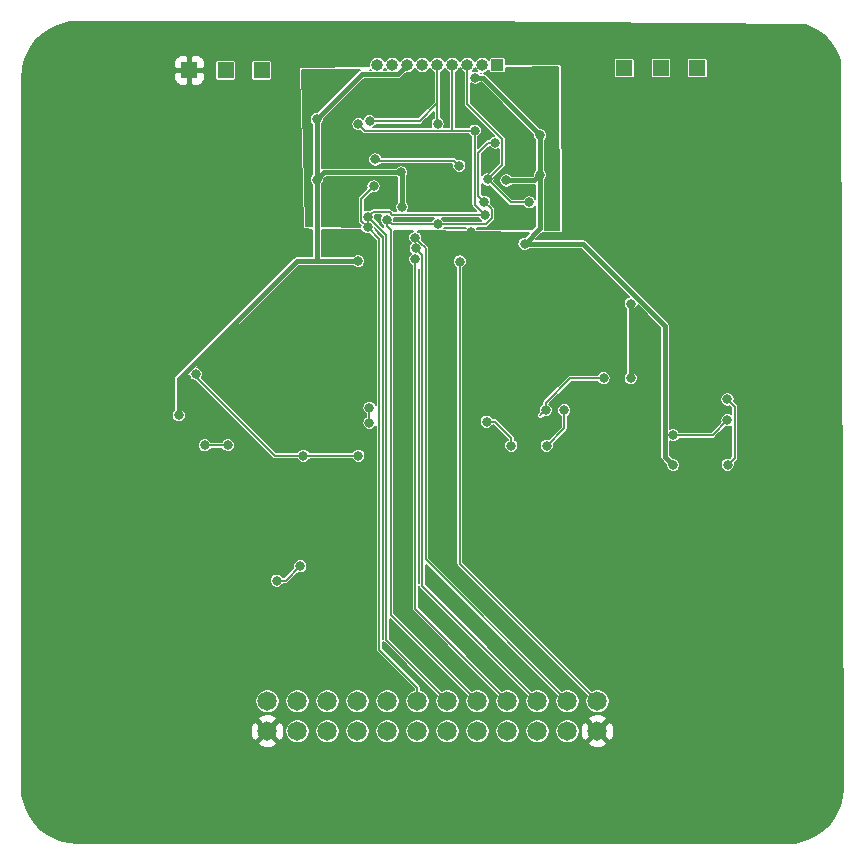
<source format=gbr>
%TF.GenerationSoftware,KiCad,Pcbnew,(5.1.0)-1*%
%TF.CreationDate,2020-12-18T13:58:53+02:00*%
%TF.ProjectId,Template,54656d70-6c61-4746-952e-6b696361645f,rev?*%
%TF.SameCoordinates,Original*%
%TF.FileFunction,Copper,L2,Bot*%
%TF.FilePolarity,Positive*%
%FSLAX46Y46*%
G04 Gerber Fmt 4.6, Leading zero omitted, Abs format (unit mm)*
G04 Created by KiCad (PCBNEW (5.1.0)-1) date 2020-12-18 13:58:53*
%MOMM*%
%LPD*%
G04 APERTURE LIST*
%TA.AperFunction,ComponentPad*%
%ADD10C,1.640000*%
%TD*%
%TA.AperFunction,ComponentPad*%
%ADD11R,1.350000X1.350000*%
%TD*%
%TA.AperFunction,ComponentPad*%
%ADD12R,1.000000X1.000000*%
%TD*%
%TA.AperFunction,ComponentPad*%
%ADD13O,1.000000X1.000000*%
%TD*%
%TA.AperFunction,ViaPad*%
%ADD14C,0.800000*%
%TD*%
%TA.AperFunction,Conductor*%
%ADD15C,0.400000*%
%TD*%
%TA.AperFunction,Conductor*%
%ADD16C,0.200000*%
%TD*%
%TA.AperFunction,NonConductor*%
%ADD17C,0.200000*%
%TD*%
%TA.AperFunction,NonConductor*%
%ADD18C,0.100000*%
%TD*%
G04 APERTURE END LIST*
D10*
%TO.P,J1,13*%
%TO.N,Net-(J1-Pad13)*%
X101028500Y-107760000D03*
%TO.P,J1,12*%
%TO.N,GND*%
X101028500Y-110300000D03*
%TO.P,J1,14*%
%TO.N,Net-(J1-Pad14)*%
X103568500Y-107760000D03*
%TO.P,J1,11*%
%TO.N,Net-(J1-Pad11)*%
X103568500Y-110300000D03*
%TO.P,J1,15*%
%TO.N,Net-(J1-Pad15)*%
X106108500Y-107760000D03*
%TO.P,J1,10*%
%TO.N,Net-(J1-Pad10)*%
X106108500Y-110300000D03*
%TO.P,J1,16*%
%TO.N,Net-(J1-Pad16)*%
X108648500Y-107760000D03*
%TO.P,J1,9*%
%TO.N,Net-(J1-Pad9)*%
X108648500Y-110300000D03*
%TO.P,J1,17*%
%TO.N,Net-(J1-Pad17)*%
X111188500Y-107760000D03*
%TO.P,J1,8*%
%TO.N,Net-(J1-Pad8)*%
X111188500Y-110300000D03*
%TO.P,J1,18*%
%TO.N,MISO*%
X113728500Y-107760000D03*
%TO.P,J1,7*%
%TO.N,Net-(J1-Pad7)*%
X113728500Y-110300000D03*
%TO.P,J1,19*%
%TO.N,MOSI*%
X116268500Y-107760000D03*
%TO.P,J1,6*%
%TO.N,Net-(J1-Pad6)*%
X116268500Y-110300000D03*
%TO.P,J1,20*%
%TO.N,CLK*%
X118808500Y-107760000D03*
%TO.P,J1,5*%
%TO.N,Net-(J1-Pad5)*%
X118808500Y-110300000D03*
%TO.P,J1,21*%
%TO.N,MUX_ADDR1*%
X121348500Y-107760000D03*
%TO.P,J1,4*%
%TO.N,Net-(J1-Pad4)*%
X121348500Y-110300000D03*
%TO.P,J1,22*%
%TO.N,MUX_ADDR2*%
X123888500Y-107760000D03*
%TO.P,J1,3*%
%TO.N,3.3V*%
X123888500Y-110300000D03*
%TO.P,J1,23*%
%TO.N,MUX_ADDR3*%
X126428500Y-107760000D03*
%TO.P,J1,2*%
%TO.N,Net-(J1-Pad2)*%
X126428500Y-110300000D03*
%TO.P,J1,24*%
%TO.N,MUX_DATA*%
X128968500Y-107760000D03*
%TO.P,J1,1*%
%TO.N,GND*%
X128968500Y-110300000D03*
%TD*%
D11*
%TO.P,MISO1,1*%
%TO.N,MISO*%
X134350000Y-54150000D03*
%TD*%
%TO.P,MOSI1,1*%
%TO.N,MOSI*%
X137425000Y-54150000D03*
%TD*%
%TO.P,LOAD2,1*%
%TO.N,LOAD2*%
X100525000Y-54350000D03*
%TD*%
%TO.P,GND1,1*%
%TO.N,GND*%
X94425000Y-54350000D03*
%TD*%
%TO.P,CLK1,1*%
%TO.N,CLK*%
X97475000Y-54350000D03*
%TD*%
%TO.P,LOAD1,1*%
%TO.N,LOAD1*%
X131250000Y-54150000D03*
%TD*%
D12*
%TO.P,J2,1*%
%TO.N,LOAD1*%
X120500000Y-53875000D03*
D13*
%TO.P,J2,2*%
%TO.N,CS3*%
X119230000Y-53875000D03*
%TO.P,J2,3*%
%TO.N,MISO*%
X117960000Y-53875000D03*
%TO.P,J2,4*%
%TO.N,MOSI*%
X116690000Y-53875000D03*
%TO.P,J2,5*%
%TO.N,CLK*%
X115420000Y-53875000D03*
%TO.P,J2,6*%
%TO.N,GNDS1*%
X114150000Y-53875000D03*
%TO.P,J2,7*%
%TO.N,GNDS2*%
X112880000Y-53875000D03*
%TO.P,J2,8*%
%TO.N,CS7*%
X111610000Y-53875000D03*
%TO.P,J2,9*%
%TO.N,LOAD2*%
X110340000Y-53875000D03*
%TD*%
D14*
%TO.N,GND*%
X126040000Y-96350000D03*
X118290000Y-68050000D03*
X118390000Y-88250000D03*
%TO.N,LOAD1*%
X131786200Y-80394400D03*
X131786200Y-74094400D03*
%TO.N,Net-(D1-Pad1)*%
X109660000Y-82920000D03*
X109660800Y-84179200D03*
%TO.N,Net-(D3-Pad2)*%
X94966200Y-80054400D03*
X108725000Y-86975000D03*
X104070000Y-86975000D03*
%TO.N,Net-(D4-Pad2)*%
X124590000Y-83105000D03*
X129486200Y-80394400D03*
%TO.N,MISO*%
X109500000Y-67620000D03*
X119660000Y-63576000D03*
X123180000Y-65520000D03*
X117267960Y-62430000D03*
X110150000Y-61880000D03*
X110010000Y-64160000D03*
%TO.N,MOSI*%
X119420000Y-66560000D03*
X118580000Y-59450000D03*
X108730000Y-58890000D03*
X109571365Y-66722832D03*
%TO.N,CLK*%
X109670885Y-58630046D03*
X111140000Y-66980000D03*
X119390000Y-65480000D03*
X120314271Y-60462967D03*
X115430000Y-58850000D03*
X115440000Y-67360000D03*
%TO.N,MUX_ADDR1*%
X113521511Y-70318693D03*
%TO.N,MUX_ADDR2*%
X113570000Y-69420000D03*
%TO.N,MUX_ADDR3*%
X113529133Y-68520926D03*
%TO.N,MUX_DATA*%
X117310000Y-70530000D03*
%TO.N,Net-(C17-Pad1)*%
X101824999Y-97549999D03*
X103800000Y-96325000D03*
%TO.N,Net-(R4-Pad2)*%
X139975000Y-82205000D03*
X139990000Y-87735000D03*
%TO.N,Net-(R5-Pad2)*%
X95730025Y-86080025D03*
X97675000Y-86075000D03*
%TO.N,Net-(R6-Pad2)*%
X135373500Y-85220000D03*
X139975000Y-83955000D03*
%TO.N,Net-(R10-Pad1)*%
X126150000Y-83115000D03*
X124670000Y-86135000D03*
%TO.N,Net-(R31-Pad1)*%
X119580000Y-84090000D03*
X121670200Y-86123800D03*
%TO.N,GNDS1*%
X121260000Y-63665000D03*
X124105080Y-63192960D03*
X124110000Y-59835000D03*
X122789680Y-69036920D03*
X135373500Y-87760000D03*
X118621765Y-54958235D03*
%TO.N,GNDS2*%
X112350000Y-62975000D03*
X93513800Y-83533800D03*
X108697440Y-70482760D03*
X112431240Y-65915840D03*
X105199240Y-58468440D03*
X105219560Y-63581400D03*
%TD*%
D15*
%TO.N,LOAD1*%
X131786200Y-80394400D02*
X131786200Y-74094400D01*
D16*
%TO.N,Net-(D1-Pad1)*%
X109660000Y-84178400D02*
X109660800Y-84179200D01*
X109660000Y-82920000D02*
X109660000Y-84178400D01*
%TO.N,Net-(D3-Pad2)*%
X94966200Y-80304400D02*
X94966200Y-80054400D01*
X101636800Y-86975000D02*
X94966200Y-80304400D01*
X104070000Y-86975000D02*
X101636800Y-86975000D01*
X104645000Y-86975000D02*
X108725000Y-86975000D01*
X104070000Y-86975000D02*
X104645000Y-86975000D01*
%TO.N,Net-(D4-Pad2)*%
X124135000Y-83560000D02*
X124590000Y-83105000D01*
X124590000Y-82480000D02*
X126675600Y-80394400D01*
X124590000Y-83105000D02*
X124590000Y-82480000D01*
X129486200Y-80394400D02*
X128394400Y-80394400D01*
X126675600Y-80394400D02*
X128394400Y-80394400D01*
X128394400Y-80394400D02*
X128536200Y-80394400D01*
%TO.N,MISO*%
X113728500Y-106600345D02*
X110510000Y-103381845D01*
X113728500Y-107760000D02*
X113728500Y-106600345D01*
X110510000Y-103381845D02*
X110510000Y-68630000D01*
X110510000Y-68630000D02*
X109500000Y-67620000D01*
X120914272Y-61425728D02*
X120910000Y-61430000D01*
X120914272Y-60174966D02*
X120914272Y-61425728D01*
X117960000Y-53875000D02*
X117960000Y-57220694D01*
X117960000Y-57220694D02*
X120914272Y-60174966D01*
X120914272Y-61425728D02*
X120914272Y-62321728D01*
X120914272Y-62321728D02*
X119660000Y-63576000D01*
X119660000Y-63576000D02*
X121604000Y-65520000D01*
X121604000Y-65520000D02*
X123180000Y-65520000D01*
X110245135Y-61975135D02*
X110150000Y-61880000D01*
X117267960Y-62430000D02*
X116813095Y-61975135D01*
X116813095Y-61975135D02*
X110245135Y-61975135D01*
X108971364Y-65198636D02*
X110010000Y-64160000D01*
X109500000Y-67620000D02*
X108971364Y-67091364D01*
X108971364Y-67091364D02*
X108971364Y-65198636D01*
%TO.N,MOSI*%
X116268500Y-107760000D02*
X111170000Y-102661500D01*
X108730000Y-58890000D02*
X109129999Y-59289999D01*
X111088533Y-68240000D02*
X109571365Y-66722832D01*
X111088533Y-102580033D02*
X116268500Y-107760000D01*
X111088533Y-68240000D02*
X111088533Y-102580033D01*
X118580000Y-65720000D02*
X119420000Y-66560000D01*
X118580000Y-59450000D02*
X118580000Y-65720000D01*
X109290000Y-59450000D02*
X108730000Y-58890000D01*
X109971364Y-66322833D02*
X109571365Y-66722832D01*
X111370835Y-66322833D02*
X109971364Y-66322833D01*
X111608002Y-66560000D02*
X111370835Y-66322833D01*
X119420000Y-66560000D02*
X111608002Y-66560000D01*
X118580000Y-59450000D02*
X116770000Y-59450000D01*
X116770000Y-59450000D02*
X116720000Y-59450000D01*
X116720000Y-59450000D02*
X109290000Y-59450000D01*
X116690000Y-59420000D02*
X116720000Y-59450000D01*
X116690000Y-53875000D02*
X116690000Y-59420000D01*
%TO.N,CLK*%
X118808500Y-107760000D02*
X118159011Y-107110511D01*
X111470010Y-100421510D02*
X118808500Y-107760000D01*
X111470010Y-67875695D02*
X111470010Y-100421510D01*
X111140000Y-67545685D02*
X111470010Y-67875695D01*
X111140000Y-66980000D02*
X111140000Y-67545685D01*
X120020001Y-66110001D02*
X119390000Y-65480000D01*
X120020001Y-66848001D02*
X120020001Y-66110001D01*
X119488003Y-67379999D02*
X120020001Y-66848001D01*
X111140000Y-66980000D02*
X111539999Y-67379999D01*
X111539999Y-67379999D02*
X119488003Y-67379999D01*
X115420000Y-57120000D02*
X115420000Y-53875000D01*
X113909954Y-58630046D02*
X115420000Y-57120000D01*
X109670885Y-58630046D02*
X113909954Y-58630046D01*
X115420000Y-57120000D02*
X115420000Y-58840000D01*
X115420000Y-58840000D02*
X115430000Y-58850000D01*
X118880010Y-64970010D02*
X118880010Y-61319990D01*
X119390000Y-65480000D02*
X118880010Y-64970010D01*
X119737033Y-60462967D02*
X120314271Y-60462967D01*
X118880010Y-61319990D02*
X119737033Y-60462967D01*
%TO.N,MUX_ADDR1*%
X113521511Y-99933011D02*
X113521511Y-70318693D01*
X121348500Y-107760000D02*
X113521511Y-99933011D01*
%TO.N,MUX_ADDR2*%
X113969999Y-69819999D02*
X113570000Y-69420000D01*
X114121512Y-69971512D02*
X113969999Y-69819999D01*
X114121512Y-97993012D02*
X114121512Y-69971512D01*
X123888500Y-107760000D02*
X114121512Y-97993012D01*
%TO.N,MUX_ADDR3*%
X113929132Y-68920925D02*
X113529133Y-68520926D01*
X114421522Y-69413315D02*
X113929132Y-68920925D01*
X114421522Y-95753022D02*
X114421522Y-69413315D01*
X126428500Y-107760000D02*
X114421522Y-95753022D01*
%TO.N,MUX_DATA*%
X117310000Y-96101500D02*
X117310000Y-70530000D01*
X128968500Y-107760000D02*
X117310000Y-96101500D01*
%TO.N,Net-(C17-Pad1)*%
X102575001Y-97549999D02*
X103800000Y-96325000D01*
X101824999Y-97549999D02*
X102575001Y-97549999D01*
%TO.N,Net-(R4-Pad2)*%
X140575001Y-87149999D02*
X139990000Y-87735000D01*
X140575001Y-82805001D02*
X140575001Y-87149999D01*
X139975000Y-82205000D02*
X140575001Y-82805001D01*
%TO.N,Net-(R5-Pad2)*%
X95730025Y-86080025D02*
X97669975Y-86080025D01*
X97669975Y-86080025D02*
X97675000Y-86075000D01*
%TO.N,Net-(R6-Pad2)*%
X138710000Y-85220000D02*
X139975000Y-83955000D01*
X135373500Y-85220000D02*
X138710000Y-85220000D01*
%TO.N,Net-(R10-Pad1)*%
X126150000Y-83115000D02*
X126150000Y-84345000D01*
X126150000Y-84655000D02*
X124670000Y-86135000D01*
X126150000Y-83115000D02*
X126150000Y-84655000D01*
%TO.N,Net-(R31-Pad1)*%
X120145685Y-84090000D02*
X119580000Y-84090000D01*
X120261400Y-84090000D02*
X120145685Y-84090000D01*
X121670200Y-85498800D02*
X120261400Y-84090000D01*
X121670200Y-86123800D02*
X121670200Y-85498800D01*
D15*
%TO.N,GNDS1*%
X123633040Y-63665000D02*
X124105080Y-63192960D01*
X121260000Y-63665000D02*
X123633040Y-63665000D01*
X124105080Y-59839920D02*
X124110000Y-59835000D01*
X124105080Y-63192960D02*
X124105080Y-59839920D01*
X124105080Y-67721520D02*
X124105080Y-63192960D01*
X122789680Y-69036920D02*
X124105080Y-67721520D01*
X123364680Y-69036920D02*
X122789680Y-69036920D01*
X127764722Y-69036920D02*
X123364680Y-69036920D01*
X134673499Y-75945697D02*
X127764722Y-69036920D01*
X134673499Y-87059999D02*
X134673499Y-75945697D01*
X135373500Y-87760000D02*
X134673499Y-87059999D01*
X119233235Y-54958235D02*
X124110000Y-59835000D01*
X118621765Y-54958235D02*
X119233235Y-54958235D01*
%TO.N,GNDS2*%
X107176238Y-70482760D02*
X108122440Y-70482760D01*
X105825960Y-62975000D02*
X112350000Y-62975000D01*
X105219560Y-63581400D02*
X105825960Y-62975000D01*
X105219560Y-58488760D02*
X105199240Y-58468440D01*
X105219560Y-63581400D02*
X105219560Y-58488760D01*
X112431240Y-63056240D02*
X112350000Y-62975000D01*
X112431240Y-65915840D02*
X112431240Y-63056240D01*
X108122440Y-70482760D02*
X108697440Y-70482760D01*
X105121838Y-70482760D02*
X108122440Y-70482760D01*
X93513800Y-83533800D02*
X93513800Y-80470798D01*
X93513800Y-83133800D02*
X93513800Y-83533800D01*
X93513800Y-80470798D02*
X93513800Y-83133800D01*
X103501838Y-70482760D02*
X93513800Y-80470798D01*
X105219560Y-70379560D02*
X105322760Y-70482760D01*
X105219560Y-63581400D02*
X105219560Y-70379560D01*
X108697440Y-70482760D02*
X105322760Y-70482760D01*
X105322760Y-70482760D02*
X103501838Y-70482760D01*
X105698312Y-57969368D02*
X105199240Y-58468440D01*
X108992679Y-54675001D02*
X105698312Y-57969368D01*
X112079999Y-54675001D02*
X108992679Y-54675001D01*
X112880000Y-53875000D02*
X112079999Y-54675001D01*
%TD*%
D16*
%TO.N,GND*%
G36*
X146440193Y-50464057D02*
G01*
X146664117Y-50525316D01*
X147430217Y-50890727D01*
X148119503Y-51386029D01*
X148710178Y-51995559D01*
X149183582Y-52700060D01*
X149521874Y-53470710D01*
X149760407Y-115153490D01*
X149698654Y-115845418D01*
X149474685Y-116664115D01*
X149109273Y-117430217D01*
X148613971Y-118119503D01*
X148004444Y-118710176D01*
X147299944Y-119183579D01*
X146522745Y-119524747D01*
X145695688Y-119723306D01*
X144991747Y-119775000D01*
X85010018Y-119775000D01*
X84154582Y-119698654D01*
X83335885Y-119474685D01*
X82569783Y-119109273D01*
X81880497Y-118613971D01*
X81289824Y-118004444D01*
X80816421Y-117299944D01*
X80475253Y-116522745D01*
X80276694Y-115695688D01*
X80225000Y-114991747D01*
X80225000Y-111309488D01*
X100236801Y-111309488D01*
X100314542Y-111544680D01*
X100571086Y-111660050D01*
X100845208Y-111723154D01*
X101126373Y-111731567D01*
X101403778Y-111684966D01*
X101666761Y-111585140D01*
X101742458Y-111544680D01*
X101820199Y-111309488D01*
X101028500Y-110517789D01*
X100236801Y-111309488D01*
X80225000Y-111309488D01*
X80225000Y-110397873D01*
X99596933Y-110397873D01*
X99643534Y-110675278D01*
X99743360Y-110938261D01*
X99783820Y-111013958D01*
X100019012Y-111091699D01*
X100810711Y-110300000D01*
X101246289Y-110300000D01*
X102037988Y-111091699D01*
X102273180Y-111013958D01*
X102388550Y-110757414D01*
X102451654Y-110483292D01*
X102460067Y-110202127D01*
X102459633Y-110199539D01*
X102548500Y-110199539D01*
X102548500Y-110400461D01*
X102587698Y-110597523D01*
X102664588Y-110783151D01*
X102776215Y-110950212D01*
X102918288Y-111092285D01*
X103085349Y-111203912D01*
X103270977Y-111280802D01*
X103468039Y-111320000D01*
X103668961Y-111320000D01*
X103866023Y-111280802D01*
X104051651Y-111203912D01*
X104218712Y-111092285D01*
X104360785Y-110950212D01*
X104472412Y-110783151D01*
X104549302Y-110597523D01*
X104588500Y-110400461D01*
X104588500Y-110199539D01*
X105088500Y-110199539D01*
X105088500Y-110400461D01*
X105127698Y-110597523D01*
X105204588Y-110783151D01*
X105316215Y-110950212D01*
X105458288Y-111092285D01*
X105625349Y-111203912D01*
X105810977Y-111280802D01*
X106008039Y-111320000D01*
X106208961Y-111320000D01*
X106406023Y-111280802D01*
X106591651Y-111203912D01*
X106758712Y-111092285D01*
X106900785Y-110950212D01*
X107012412Y-110783151D01*
X107089302Y-110597523D01*
X107128500Y-110400461D01*
X107128500Y-110199539D01*
X107628500Y-110199539D01*
X107628500Y-110400461D01*
X107667698Y-110597523D01*
X107744588Y-110783151D01*
X107856215Y-110950212D01*
X107998288Y-111092285D01*
X108165349Y-111203912D01*
X108350977Y-111280802D01*
X108548039Y-111320000D01*
X108748961Y-111320000D01*
X108946023Y-111280802D01*
X109131651Y-111203912D01*
X109298712Y-111092285D01*
X109440785Y-110950212D01*
X109552412Y-110783151D01*
X109629302Y-110597523D01*
X109668500Y-110400461D01*
X109668500Y-110199539D01*
X110168500Y-110199539D01*
X110168500Y-110400461D01*
X110207698Y-110597523D01*
X110284588Y-110783151D01*
X110396215Y-110950212D01*
X110538288Y-111092285D01*
X110705349Y-111203912D01*
X110890977Y-111280802D01*
X111088039Y-111320000D01*
X111288961Y-111320000D01*
X111486023Y-111280802D01*
X111671651Y-111203912D01*
X111838712Y-111092285D01*
X111980785Y-110950212D01*
X112092412Y-110783151D01*
X112169302Y-110597523D01*
X112208500Y-110400461D01*
X112208500Y-110199539D01*
X112708500Y-110199539D01*
X112708500Y-110400461D01*
X112747698Y-110597523D01*
X112824588Y-110783151D01*
X112936215Y-110950212D01*
X113078288Y-111092285D01*
X113245349Y-111203912D01*
X113430977Y-111280802D01*
X113628039Y-111320000D01*
X113828961Y-111320000D01*
X114026023Y-111280802D01*
X114211651Y-111203912D01*
X114378712Y-111092285D01*
X114520785Y-110950212D01*
X114632412Y-110783151D01*
X114709302Y-110597523D01*
X114748500Y-110400461D01*
X114748500Y-110199539D01*
X115248500Y-110199539D01*
X115248500Y-110400461D01*
X115287698Y-110597523D01*
X115364588Y-110783151D01*
X115476215Y-110950212D01*
X115618288Y-111092285D01*
X115785349Y-111203912D01*
X115970977Y-111280802D01*
X116168039Y-111320000D01*
X116368961Y-111320000D01*
X116566023Y-111280802D01*
X116751651Y-111203912D01*
X116918712Y-111092285D01*
X117060785Y-110950212D01*
X117172412Y-110783151D01*
X117249302Y-110597523D01*
X117288500Y-110400461D01*
X117288500Y-110199539D01*
X117788500Y-110199539D01*
X117788500Y-110400461D01*
X117827698Y-110597523D01*
X117904588Y-110783151D01*
X118016215Y-110950212D01*
X118158288Y-111092285D01*
X118325349Y-111203912D01*
X118510977Y-111280802D01*
X118708039Y-111320000D01*
X118908961Y-111320000D01*
X119106023Y-111280802D01*
X119291651Y-111203912D01*
X119458712Y-111092285D01*
X119600785Y-110950212D01*
X119712412Y-110783151D01*
X119789302Y-110597523D01*
X119828500Y-110400461D01*
X119828500Y-110199539D01*
X120328500Y-110199539D01*
X120328500Y-110400461D01*
X120367698Y-110597523D01*
X120444588Y-110783151D01*
X120556215Y-110950212D01*
X120698288Y-111092285D01*
X120865349Y-111203912D01*
X121050977Y-111280802D01*
X121248039Y-111320000D01*
X121448961Y-111320000D01*
X121646023Y-111280802D01*
X121831651Y-111203912D01*
X121998712Y-111092285D01*
X122140785Y-110950212D01*
X122252412Y-110783151D01*
X122329302Y-110597523D01*
X122368500Y-110400461D01*
X122368500Y-110199539D01*
X122868500Y-110199539D01*
X122868500Y-110400461D01*
X122907698Y-110597523D01*
X122984588Y-110783151D01*
X123096215Y-110950212D01*
X123238288Y-111092285D01*
X123405349Y-111203912D01*
X123590977Y-111280802D01*
X123788039Y-111320000D01*
X123988961Y-111320000D01*
X124186023Y-111280802D01*
X124371651Y-111203912D01*
X124538712Y-111092285D01*
X124680785Y-110950212D01*
X124792412Y-110783151D01*
X124869302Y-110597523D01*
X124908500Y-110400461D01*
X124908500Y-110199539D01*
X125408500Y-110199539D01*
X125408500Y-110400461D01*
X125447698Y-110597523D01*
X125524588Y-110783151D01*
X125636215Y-110950212D01*
X125778288Y-111092285D01*
X125945349Y-111203912D01*
X126130977Y-111280802D01*
X126328039Y-111320000D01*
X126528961Y-111320000D01*
X126581808Y-111309488D01*
X128176801Y-111309488D01*
X128254542Y-111544680D01*
X128511086Y-111660050D01*
X128785208Y-111723154D01*
X129066373Y-111731567D01*
X129343778Y-111684966D01*
X129606761Y-111585140D01*
X129682458Y-111544680D01*
X129760199Y-111309488D01*
X128968500Y-110517789D01*
X128176801Y-111309488D01*
X126581808Y-111309488D01*
X126726023Y-111280802D01*
X126911651Y-111203912D01*
X127078712Y-111092285D01*
X127220785Y-110950212D01*
X127332412Y-110783151D01*
X127409302Y-110597523D01*
X127448500Y-110400461D01*
X127448500Y-110397873D01*
X127536933Y-110397873D01*
X127583534Y-110675278D01*
X127683360Y-110938261D01*
X127723820Y-111013958D01*
X127959012Y-111091699D01*
X128750711Y-110300000D01*
X129186289Y-110300000D01*
X129977988Y-111091699D01*
X130213180Y-111013958D01*
X130328550Y-110757414D01*
X130391654Y-110483292D01*
X130400067Y-110202127D01*
X130353466Y-109924722D01*
X130253640Y-109661739D01*
X130213180Y-109586042D01*
X129977988Y-109508301D01*
X129186289Y-110300000D01*
X128750711Y-110300000D01*
X127959012Y-109508301D01*
X127723820Y-109586042D01*
X127608450Y-109842586D01*
X127545346Y-110116708D01*
X127536933Y-110397873D01*
X127448500Y-110397873D01*
X127448500Y-110199539D01*
X127409302Y-110002477D01*
X127332412Y-109816849D01*
X127220785Y-109649788D01*
X127078712Y-109507715D01*
X126911651Y-109396088D01*
X126726023Y-109319198D01*
X126581809Y-109290512D01*
X128176801Y-109290512D01*
X128968500Y-110082211D01*
X129760199Y-109290512D01*
X129682458Y-109055320D01*
X129425914Y-108939950D01*
X129151792Y-108876846D01*
X128870627Y-108868433D01*
X128593222Y-108915034D01*
X128330239Y-109014860D01*
X128254542Y-109055320D01*
X128176801Y-109290512D01*
X126581809Y-109290512D01*
X126528961Y-109280000D01*
X126328039Y-109280000D01*
X126130977Y-109319198D01*
X125945349Y-109396088D01*
X125778288Y-109507715D01*
X125636215Y-109649788D01*
X125524588Y-109816849D01*
X125447698Y-110002477D01*
X125408500Y-110199539D01*
X124908500Y-110199539D01*
X124869302Y-110002477D01*
X124792412Y-109816849D01*
X124680785Y-109649788D01*
X124538712Y-109507715D01*
X124371651Y-109396088D01*
X124186023Y-109319198D01*
X123988961Y-109280000D01*
X123788039Y-109280000D01*
X123590977Y-109319198D01*
X123405349Y-109396088D01*
X123238288Y-109507715D01*
X123096215Y-109649788D01*
X122984588Y-109816849D01*
X122907698Y-110002477D01*
X122868500Y-110199539D01*
X122368500Y-110199539D01*
X122329302Y-110002477D01*
X122252412Y-109816849D01*
X122140785Y-109649788D01*
X121998712Y-109507715D01*
X121831651Y-109396088D01*
X121646023Y-109319198D01*
X121448961Y-109280000D01*
X121248039Y-109280000D01*
X121050977Y-109319198D01*
X120865349Y-109396088D01*
X120698288Y-109507715D01*
X120556215Y-109649788D01*
X120444588Y-109816849D01*
X120367698Y-110002477D01*
X120328500Y-110199539D01*
X119828500Y-110199539D01*
X119789302Y-110002477D01*
X119712412Y-109816849D01*
X119600785Y-109649788D01*
X119458712Y-109507715D01*
X119291651Y-109396088D01*
X119106023Y-109319198D01*
X118908961Y-109280000D01*
X118708039Y-109280000D01*
X118510977Y-109319198D01*
X118325349Y-109396088D01*
X118158288Y-109507715D01*
X118016215Y-109649788D01*
X117904588Y-109816849D01*
X117827698Y-110002477D01*
X117788500Y-110199539D01*
X117288500Y-110199539D01*
X117249302Y-110002477D01*
X117172412Y-109816849D01*
X117060785Y-109649788D01*
X116918712Y-109507715D01*
X116751651Y-109396088D01*
X116566023Y-109319198D01*
X116368961Y-109280000D01*
X116168039Y-109280000D01*
X115970977Y-109319198D01*
X115785349Y-109396088D01*
X115618288Y-109507715D01*
X115476215Y-109649788D01*
X115364588Y-109816849D01*
X115287698Y-110002477D01*
X115248500Y-110199539D01*
X114748500Y-110199539D01*
X114709302Y-110002477D01*
X114632412Y-109816849D01*
X114520785Y-109649788D01*
X114378712Y-109507715D01*
X114211651Y-109396088D01*
X114026023Y-109319198D01*
X113828961Y-109280000D01*
X113628039Y-109280000D01*
X113430977Y-109319198D01*
X113245349Y-109396088D01*
X113078288Y-109507715D01*
X112936215Y-109649788D01*
X112824588Y-109816849D01*
X112747698Y-110002477D01*
X112708500Y-110199539D01*
X112208500Y-110199539D01*
X112169302Y-110002477D01*
X112092412Y-109816849D01*
X111980785Y-109649788D01*
X111838712Y-109507715D01*
X111671651Y-109396088D01*
X111486023Y-109319198D01*
X111288961Y-109280000D01*
X111088039Y-109280000D01*
X110890977Y-109319198D01*
X110705349Y-109396088D01*
X110538288Y-109507715D01*
X110396215Y-109649788D01*
X110284588Y-109816849D01*
X110207698Y-110002477D01*
X110168500Y-110199539D01*
X109668500Y-110199539D01*
X109629302Y-110002477D01*
X109552412Y-109816849D01*
X109440785Y-109649788D01*
X109298712Y-109507715D01*
X109131651Y-109396088D01*
X108946023Y-109319198D01*
X108748961Y-109280000D01*
X108548039Y-109280000D01*
X108350977Y-109319198D01*
X108165349Y-109396088D01*
X107998288Y-109507715D01*
X107856215Y-109649788D01*
X107744588Y-109816849D01*
X107667698Y-110002477D01*
X107628500Y-110199539D01*
X107128500Y-110199539D01*
X107089302Y-110002477D01*
X107012412Y-109816849D01*
X106900785Y-109649788D01*
X106758712Y-109507715D01*
X106591651Y-109396088D01*
X106406023Y-109319198D01*
X106208961Y-109280000D01*
X106008039Y-109280000D01*
X105810977Y-109319198D01*
X105625349Y-109396088D01*
X105458288Y-109507715D01*
X105316215Y-109649788D01*
X105204588Y-109816849D01*
X105127698Y-110002477D01*
X105088500Y-110199539D01*
X104588500Y-110199539D01*
X104549302Y-110002477D01*
X104472412Y-109816849D01*
X104360785Y-109649788D01*
X104218712Y-109507715D01*
X104051651Y-109396088D01*
X103866023Y-109319198D01*
X103668961Y-109280000D01*
X103468039Y-109280000D01*
X103270977Y-109319198D01*
X103085349Y-109396088D01*
X102918288Y-109507715D01*
X102776215Y-109649788D01*
X102664588Y-109816849D01*
X102587698Y-110002477D01*
X102548500Y-110199539D01*
X102459633Y-110199539D01*
X102413466Y-109924722D01*
X102313640Y-109661739D01*
X102273180Y-109586042D01*
X102037988Y-109508301D01*
X101246289Y-110300000D01*
X100810711Y-110300000D01*
X100019012Y-109508301D01*
X99783820Y-109586042D01*
X99668450Y-109842586D01*
X99605346Y-110116708D01*
X99596933Y-110397873D01*
X80225000Y-110397873D01*
X80225000Y-109290512D01*
X100236801Y-109290512D01*
X101028500Y-110082211D01*
X101820199Y-109290512D01*
X101742458Y-109055320D01*
X101485914Y-108939950D01*
X101211792Y-108876846D01*
X100930627Y-108868433D01*
X100653222Y-108915034D01*
X100390239Y-109014860D01*
X100314542Y-109055320D01*
X100236801Y-109290512D01*
X80225000Y-109290512D01*
X80225000Y-107659539D01*
X100008500Y-107659539D01*
X100008500Y-107860461D01*
X100047698Y-108057523D01*
X100124588Y-108243151D01*
X100236215Y-108410212D01*
X100378288Y-108552285D01*
X100545349Y-108663912D01*
X100730977Y-108740802D01*
X100928039Y-108780000D01*
X101128961Y-108780000D01*
X101326023Y-108740802D01*
X101511651Y-108663912D01*
X101678712Y-108552285D01*
X101820785Y-108410212D01*
X101932412Y-108243151D01*
X102009302Y-108057523D01*
X102048500Y-107860461D01*
X102048500Y-107659539D01*
X102548500Y-107659539D01*
X102548500Y-107860461D01*
X102587698Y-108057523D01*
X102664588Y-108243151D01*
X102776215Y-108410212D01*
X102918288Y-108552285D01*
X103085349Y-108663912D01*
X103270977Y-108740802D01*
X103468039Y-108780000D01*
X103668961Y-108780000D01*
X103866023Y-108740802D01*
X104051651Y-108663912D01*
X104218712Y-108552285D01*
X104360785Y-108410212D01*
X104472412Y-108243151D01*
X104549302Y-108057523D01*
X104588500Y-107860461D01*
X104588500Y-107659539D01*
X105088500Y-107659539D01*
X105088500Y-107860461D01*
X105127698Y-108057523D01*
X105204588Y-108243151D01*
X105316215Y-108410212D01*
X105458288Y-108552285D01*
X105625349Y-108663912D01*
X105810977Y-108740802D01*
X106008039Y-108780000D01*
X106208961Y-108780000D01*
X106406023Y-108740802D01*
X106591651Y-108663912D01*
X106758712Y-108552285D01*
X106900785Y-108410212D01*
X107012412Y-108243151D01*
X107089302Y-108057523D01*
X107128500Y-107860461D01*
X107128500Y-107659539D01*
X107628500Y-107659539D01*
X107628500Y-107860461D01*
X107667698Y-108057523D01*
X107744588Y-108243151D01*
X107856215Y-108410212D01*
X107998288Y-108552285D01*
X108165349Y-108663912D01*
X108350977Y-108740802D01*
X108548039Y-108780000D01*
X108748961Y-108780000D01*
X108946023Y-108740802D01*
X109131651Y-108663912D01*
X109298712Y-108552285D01*
X109440785Y-108410212D01*
X109552412Y-108243151D01*
X109629302Y-108057523D01*
X109668500Y-107860461D01*
X109668500Y-107659539D01*
X110168500Y-107659539D01*
X110168500Y-107860461D01*
X110207698Y-108057523D01*
X110284588Y-108243151D01*
X110396215Y-108410212D01*
X110538288Y-108552285D01*
X110705349Y-108663912D01*
X110890977Y-108740802D01*
X111088039Y-108780000D01*
X111288961Y-108780000D01*
X111486023Y-108740802D01*
X111671651Y-108663912D01*
X111838712Y-108552285D01*
X111980785Y-108410212D01*
X112092412Y-108243151D01*
X112169302Y-108057523D01*
X112208500Y-107860461D01*
X112208500Y-107659539D01*
X112169302Y-107462477D01*
X112092412Y-107276849D01*
X111980785Y-107109788D01*
X111838712Y-106967715D01*
X111671651Y-106856088D01*
X111486023Y-106779198D01*
X111288961Y-106740000D01*
X111088039Y-106740000D01*
X110890977Y-106779198D01*
X110705349Y-106856088D01*
X110538288Y-106967715D01*
X110396215Y-107109788D01*
X110284588Y-107276849D01*
X110207698Y-107462477D01*
X110168500Y-107659539D01*
X109668500Y-107659539D01*
X109629302Y-107462477D01*
X109552412Y-107276849D01*
X109440785Y-107109788D01*
X109298712Y-106967715D01*
X109131651Y-106856088D01*
X108946023Y-106779198D01*
X108748961Y-106740000D01*
X108548039Y-106740000D01*
X108350977Y-106779198D01*
X108165349Y-106856088D01*
X107998288Y-106967715D01*
X107856215Y-107109788D01*
X107744588Y-107276849D01*
X107667698Y-107462477D01*
X107628500Y-107659539D01*
X107128500Y-107659539D01*
X107089302Y-107462477D01*
X107012412Y-107276849D01*
X106900785Y-107109788D01*
X106758712Y-106967715D01*
X106591651Y-106856088D01*
X106406023Y-106779198D01*
X106208961Y-106740000D01*
X106008039Y-106740000D01*
X105810977Y-106779198D01*
X105625349Y-106856088D01*
X105458288Y-106967715D01*
X105316215Y-107109788D01*
X105204588Y-107276849D01*
X105127698Y-107462477D01*
X105088500Y-107659539D01*
X104588500Y-107659539D01*
X104549302Y-107462477D01*
X104472412Y-107276849D01*
X104360785Y-107109788D01*
X104218712Y-106967715D01*
X104051651Y-106856088D01*
X103866023Y-106779198D01*
X103668961Y-106740000D01*
X103468039Y-106740000D01*
X103270977Y-106779198D01*
X103085349Y-106856088D01*
X102918288Y-106967715D01*
X102776215Y-107109788D01*
X102664588Y-107276849D01*
X102587698Y-107462477D01*
X102548500Y-107659539D01*
X102048500Y-107659539D01*
X102009302Y-107462477D01*
X101932412Y-107276849D01*
X101820785Y-107109788D01*
X101678712Y-106967715D01*
X101511651Y-106856088D01*
X101326023Y-106779198D01*
X101128961Y-106740000D01*
X100928039Y-106740000D01*
X100730977Y-106779198D01*
X100545349Y-106856088D01*
X100378288Y-106967715D01*
X100236215Y-107109788D01*
X100124588Y-107276849D01*
X100047698Y-107462477D01*
X100008500Y-107659539D01*
X80225000Y-107659539D01*
X80225000Y-97490904D01*
X101224999Y-97490904D01*
X101224999Y-97609094D01*
X101248057Y-97725013D01*
X101293286Y-97834206D01*
X101358949Y-97932477D01*
X101442521Y-98016049D01*
X101540792Y-98081712D01*
X101649985Y-98126941D01*
X101765904Y-98149999D01*
X101884094Y-98149999D01*
X102000013Y-98126941D01*
X102109206Y-98081712D01*
X102207477Y-98016049D01*
X102291049Y-97932477D01*
X102346159Y-97849999D01*
X102560278Y-97849999D01*
X102575001Y-97851449D01*
X102589724Y-97849999D01*
X102589734Y-97849999D01*
X102633811Y-97845658D01*
X102690361Y-97828503D01*
X102742478Y-97800646D01*
X102788159Y-97763157D01*
X102797554Y-97751709D01*
X103643616Y-96905648D01*
X103740905Y-96925000D01*
X103859095Y-96925000D01*
X103975014Y-96901942D01*
X104084207Y-96856713D01*
X104182478Y-96791050D01*
X104266050Y-96707478D01*
X104331713Y-96609207D01*
X104376942Y-96500014D01*
X104400000Y-96384095D01*
X104400000Y-96265905D01*
X104376942Y-96149986D01*
X104331713Y-96040793D01*
X104266050Y-95942522D01*
X104182478Y-95858950D01*
X104084207Y-95793287D01*
X103975014Y-95748058D01*
X103859095Y-95725000D01*
X103740905Y-95725000D01*
X103624986Y-95748058D01*
X103515793Y-95793287D01*
X103417522Y-95858950D01*
X103333950Y-95942522D01*
X103268287Y-96040793D01*
X103223058Y-96149986D01*
X103200000Y-96265905D01*
X103200000Y-96384095D01*
X103219352Y-96481384D01*
X102450738Y-97249999D01*
X102346159Y-97249999D01*
X102291049Y-97167521D01*
X102207477Y-97083949D01*
X102109206Y-97018286D01*
X102000013Y-96973057D01*
X101884094Y-96949999D01*
X101765904Y-96949999D01*
X101649985Y-96973057D01*
X101540792Y-97018286D01*
X101442521Y-97083949D01*
X101358949Y-97167521D01*
X101293286Y-97265792D01*
X101248057Y-97374985D01*
X101224999Y-97490904D01*
X80225000Y-97490904D01*
X80225000Y-86020930D01*
X95130025Y-86020930D01*
X95130025Y-86139120D01*
X95153083Y-86255039D01*
X95198312Y-86364232D01*
X95263975Y-86462503D01*
X95347547Y-86546075D01*
X95445818Y-86611738D01*
X95555011Y-86656967D01*
X95670930Y-86680025D01*
X95789120Y-86680025D01*
X95905039Y-86656967D01*
X96014232Y-86611738D01*
X96112503Y-86546075D01*
X96196075Y-86462503D01*
X96251185Y-86380025D01*
X97157197Y-86380025D01*
X97208950Y-86457478D01*
X97292522Y-86541050D01*
X97390793Y-86606713D01*
X97499986Y-86651942D01*
X97615905Y-86675000D01*
X97734095Y-86675000D01*
X97850014Y-86651942D01*
X97959207Y-86606713D01*
X98057478Y-86541050D01*
X98141050Y-86457478D01*
X98206713Y-86359207D01*
X98251942Y-86250014D01*
X98275000Y-86134095D01*
X98275000Y-86015905D01*
X98251942Y-85899986D01*
X98206713Y-85790793D01*
X98141050Y-85692522D01*
X98057478Y-85608950D01*
X97959207Y-85543287D01*
X97850014Y-85498058D01*
X97734095Y-85475000D01*
X97615905Y-85475000D01*
X97499986Y-85498058D01*
X97390793Y-85543287D01*
X97292522Y-85608950D01*
X97208950Y-85692522D01*
X97150482Y-85780025D01*
X96251185Y-85780025D01*
X96196075Y-85697547D01*
X96112503Y-85613975D01*
X96014232Y-85548312D01*
X95905039Y-85503083D01*
X95789120Y-85480025D01*
X95670930Y-85480025D01*
X95555011Y-85503083D01*
X95445818Y-85548312D01*
X95347547Y-85613975D01*
X95263975Y-85697547D01*
X95198312Y-85795818D01*
X95153083Y-85905011D01*
X95130025Y-86020930D01*
X80225000Y-86020930D01*
X80225000Y-83474705D01*
X92913800Y-83474705D01*
X92913800Y-83592895D01*
X92936858Y-83708814D01*
X92982087Y-83818007D01*
X93047750Y-83916278D01*
X93131322Y-83999850D01*
X93229593Y-84065513D01*
X93338786Y-84110742D01*
X93454705Y-84133800D01*
X93572895Y-84133800D01*
X93688814Y-84110742D01*
X93798007Y-84065513D01*
X93896278Y-83999850D01*
X93979850Y-83916278D01*
X94045513Y-83818007D01*
X94090742Y-83708814D01*
X94113800Y-83592895D01*
X94113800Y-83474705D01*
X94090742Y-83358786D01*
X94045513Y-83249593D01*
X93979850Y-83151322D01*
X93913800Y-83085272D01*
X93913800Y-80636483D01*
X94377911Y-80172372D01*
X94389258Y-80229414D01*
X94434487Y-80338607D01*
X94500150Y-80436878D01*
X94583722Y-80520450D01*
X94681993Y-80586113D01*
X94791186Y-80631342D01*
X94888171Y-80650634D01*
X101414251Y-87176715D01*
X101423642Y-87188158D01*
X101435085Y-87197549D01*
X101469322Y-87225647D01*
X101497179Y-87240536D01*
X101521440Y-87253504D01*
X101577990Y-87270659D01*
X101622067Y-87275000D01*
X101622077Y-87275000D01*
X101636800Y-87276450D01*
X101651523Y-87275000D01*
X103548840Y-87275000D01*
X103603950Y-87357478D01*
X103687522Y-87441050D01*
X103785793Y-87506713D01*
X103894986Y-87551942D01*
X104010905Y-87575000D01*
X104129095Y-87575000D01*
X104245014Y-87551942D01*
X104354207Y-87506713D01*
X104452478Y-87441050D01*
X104536050Y-87357478D01*
X104591160Y-87275000D01*
X108203840Y-87275000D01*
X108258950Y-87357478D01*
X108342522Y-87441050D01*
X108440793Y-87506713D01*
X108549986Y-87551942D01*
X108665905Y-87575000D01*
X108784095Y-87575000D01*
X108900014Y-87551942D01*
X109009207Y-87506713D01*
X109107478Y-87441050D01*
X109191050Y-87357478D01*
X109256713Y-87259207D01*
X109301942Y-87150014D01*
X109325000Y-87034095D01*
X109325000Y-86915905D01*
X109301942Y-86799986D01*
X109256713Y-86690793D01*
X109191050Y-86592522D01*
X109107478Y-86508950D01*
X109009207Y-86443287D01*
X108900014Y-86398058D01*
X108784095Y-86375000D01*
X108665905Y-86375000D01*
X108549986Y-86398058D01*
X108440793Y-86443287D01*
X108342522Y-86508950D01*
X108258950Y-86592522D01*
X108203840Y-86675000D01*
X104591160Y-86675000D01*
X104536050Y-86592522D01*
X104452478Y-86508950D01*
X104354207Y-86443287D01*
X104245014Y-86398058D01*
X104129095Y-86375000D01*
X104010905Y-86375000D01*
X103894986Y-86398058D01*
X103785793Y-86443287D01*
X103687522Y-86508950D01*
X103603950Y-86592522D01*
X103548840Y-86675000D01*
X101761064Y-86675000D01*
X95468576Y-80382513D01*
X95497913Y-80338607D01*
X95543142Y-80229414D01*
X95566200Y-80113495D01*
X95566200Y-79995305D01*
X95543142Y-79879386D01*
X95497913Y-79770193D01*
X95432250Y-79671922D01*
X95348678Y-79588350D01*
X95250407Y-79522687D01*
X95141214Y-79477458D01*
X95084172Y-79466111D01*
X103667524Y-70882760D01*
X105303113Y-70882760D01*
X105322760Y-70884695D01*
X105342407Y-70882760D01*
X108248912Y-70882760D01*
X108314962Y-70948810D01*
X108413233Y-71014473D01*
X108522426Y-71059702D01*
X108638345Y-71082760D01*
X108756535Y-71082760D01*
X108872454Y-71059702D01*
X108981647Y-71014473D01*
X109079918Y-70948810D01*
X109163490Y-70865238D01*
X109229153Y-70766967D01*
X109274382Y-70657774D01*
X109297440Y-70541855D01*
X109297440Y-70423665D01*
X109274382Y-70307746D01*
X109229153Y-70198553D01*
X109163490Y-70100282D01*
X109079918Y-70016710D01*
X108981647Y-69951047D01*
X108872454Y-69905818D01*
X108756535Y-69882760D01*
X108638345Y-69882760D01*
X108522426Y-69905818D01*
X108413233Y-69951047D01*
X108314962Y-70016710D01*
X108248912Y-70082760D01*
X105619560Y-70082760D01*
X105619560Y-67832024D01*
X108960138Y-67884534D01*
X108968287Y-67904207D01*
X109033950Y-68002478D01*
X109117522Y-68086050D01*
X109215793Y-68151713D01*
X109324986Y-68196942D01*
X109440905Y-68220000D01*
X109559095Y-68220000D01*
X109656384Y-68200648D01*
X110210001Y-68754266D01*
X110210001Y-82679943D01*
X110191713Y-82635793D01*
X110126050Y-82537522D01*
X110042478Y-82453950D01*
X109944207Y-82388287D01*
X109835014Y-82343058D01*
X109719095Y-82320000D01*
X109600905Y-82320000D01*
X109484986Y-82343058D01*
X109375793Y-82388287D01*
X109277522Y-82453950D01*
X109193950Y-82537522D01*
X109128287Y-82635793D01*
X109083058Y-82744986D01*
X109060000Y-82860905D01*
X109060000Y-82979095D01*
X109083058Y-83095014D01*
X109128287Y-83204207D01*
X109193950Y-83302478D01*
X109277522Y-83386050D01*
X109360000Y-83441161D01*
X109360001Y-83658574D01*
X109278322Y-83713150D01*
X109194750Y-83796722D01*
X109129087Y-83894993D01*
X109083858Y-84004186D01*
X109060800Y-84120105D01*
X109060800Y-84238295D01*
X109083858Y-84354214D01*
X109129087Y-84463407D01*
X109194750Y-84561678D01*
X109278322Y-84645250D01*
X109376593Y-84710913D01*
X109485786Y-84756142D01*
X109601705Y-84779200D01*
X109719895Y-84779200D01*
X109835814Y-84756142D01*
X109945007Y-84710913D01*
X110043278Y-84645250D01*
X110126850Y-84561678D01*
X110192513Y-84463407D01*
X110210001Y-84421188D01*
X110210000Y-103367122D01*
X110208550Y-103381845D01*
X110210000Y-103396568D01*
X110210000Y-103396577D01*
X110214341Y-103440654D01*
X110231496Y-103497204D01*
X110231497Y-103497205D01*
X110259353Y-103549322D01*
X110276358Y-103570043D01*
X110296842Y-103595003D01*
X110308290Y-103604398D01*
X113428501Y-106724610D01*
X113428501Y-106780224D01*
X113245349Y-106856088D01*
X113078288Y-106967715D01*
X112936215Y-107109788D01*
X112824588Y-107276849D01*
X112747698Y-107462477D01*
X112708500Y-107659539D01*
X112708500Y-107860461D01*
X112747698Y-108057523D01*
X112824588Y-108243151D01*
X112936215Y-108410212D01*
X113078288Y-108552285D01*
X113245349Y-108663912D01*
X113430977Y-108740802D01*
X113628039Y-108780000D01*
X113828961Y-108780000D01*
X114026023Y-108740802D01*
X114211651Y-108663912D01*
X114378712Y-108552285D01*
X114520785Y-108410212D01*
X114632412Y-108243151D01*
X114709302Y-108057523D01*
X114748500Y-107860461D01*
X114748500Y-107659539D01*
X114709302Y-107462477D01*
X114632412Y-107276849D01*
X114520785Y-107109788D01*
X114378712Y-106967715D01*
X114211651Y-106856088D01*
X114028500Y-106780224D01*
X114028500Y-106615067D01*
X114029950Y-106600344D01*
X114028500Y-106585621D01*
X114028500Y-106585612D01*
X114024159Y-106541535D01*
X114007004Y-106484985D01*
X113994036Y-106460724D01*
X113979147Y-106432867D01*
X113951049Y-106398630D01*
X113941658Y-106387187D01*
X113930215Y-106377796D01*
X110810000Y-103257582D01*
X110810000Y-102725760D01*
X110826616Y-102726424D01*
X110837886Y-102747510D01*
X110865984Y-102781747D01*
X110875376Y-102793191D01*
X110886819Y-102802582D01*
X110947451Y-102863214D01*
X115363562Y-107279326D01*
X115287698Y-107462477D01*
X115248500Y-107659539D01*
X115248500Y-107860461D01*
X115287698Y-108057523D01*
X115364588Y-108243151D01*
X115476215Y-108410212D01*
X115618288Y-108552285D01*
X115785349Y-108663912D01*
X115970977Y-108740802D01*
X116168039Y-108780000D01*
X116368961Y-108780000D01*
X116566023Y-108740802D01*
X116751651Y-108663912D01*
X116918712Y-108552285D01*
X117060785Y-108410212D01*
X117172412Y-108243151D01*
X117249302Y-108057523D01*
X117288500Y-107860461D01*
X117288500Y-107659539D01*
X117249302Y-107462477D01*
X117172412Y-107276849D01*
X117060785Y-107109788D01*
X116918712Y-106967715D01*
X116751651Y-106856088D01*
X116566023Y-106779198D01*
X116368961Y-106740000D01*
X116168039Y-106740000D01*
X115970977Y-106779198D01*
X115787826Y-106855062D01*
X111388533Y-102455770D01*
X111388533Y-100764296D01*
X117903562Y-107279326D01*
X117827698Y-107462477D01*
X117788500Y-107659539D01*
X117788500Y-107860461D01*
X117827698Y-108057523D01*
X117904588Y-108243151D01*
X118016215Y-108410212D01*
X118158288Y-108552285D01*
X118325349Y-108663912D01*
X118510977Y-108740802D01*
X118708039Y-108780000D01*
X118908961Y-108780000D01*
X119106023Y-108740802D01*
X119291651Y-108663912D01*
X119458712Y-108552285D01*
X119600785Y-108410212D01*
X119712412Y-108243151D01*
X119789302Y-108057523D01*
X119828500Y-107860461D01*
X119828500Y-107659539D01*
X119789302Y-107462477D01*
X119712412Y-107276849D01*
X119600785Y-107109788D01*
X119458712Y-106967715D01*
X119291651Y-106856088D01*
X119106023Y-106779198D01*
X118908961Y-106740000D01*
X118708039Y-106740000D01*
X118510977Y-106779198D01*
X118327826Y-106855062D01*
X111770010Y-100297247D01*
X111770010Y-67928702D01*
X113331746Y-67953251D01*
X113244926Y-67989213D01*
X113146655Y-68054876D01*
X113063083Y-68138448D01*
X112997420Y-68236719D01*
X112952191Y-68345912D01*
X112929133Y-68461831D01*
X112929133Y-68580021D01*
X112952191Y-68695940D01*
X112997420Y-68805133D01*
X113063083Y-68903404D01*
X113146655Y-68986976D01*
X113151355Y-68990117D01*
X113103950Y-69037522D01*
X113038287Y-69135793D01*
X112993058Y-69244986D01*
X112970000Y-69360905D01*
X112970000Y-69479095D01*
X112993058Y-69595014D01*
X113038287Y-69704207D01*
X113103950Y-69802478D01*
X113148074Y-69846602D01*
X113139033Y-69852643D01*
X113055461Y-69936215D01*
X112989798Y-70034486D01*
X112944569Y-70143679D01*
X112921511Y-70259598D01*
X112921511Y-70377788D01*
X112944569Y-70493707D01*
X112989798Y-70602900D01*
X113055461Y-70701171D01*
X113139033Y-70784743D01*
X113221512Y-70839854D01*
X113221511Y-99918288D01*
X113220061Y-99933011D01*
X113221511Y-99947734D01*
X113221511Y-99947743D01*
X113225852Y-99991820D01*
X113243007Y-100048370D01*
X113243008Y-100048371D01*
X113270864Y-100100488D01*
X113286927Y-100120060D01*
X113308353Y-100146169D01*
X113319801Y-100155564D01*
X120443562Y-107279326D01*
X120367698Y-107462477D01*
X120328500Y-107659539D01*
X120328500Y-107860461D01*
X120367698Y-108057523D01*
X120444588Y-108243151D01*
X120556215Y-108410212D01*
X120698288Y-108552285D01*
X120865349Y-108663912D01*
X121050977Y-108740802D01*
X121248039Y-108780000D01*
X121448961Y-108780000D01*
X121646023Y-108740802D01*
X121831651Y-108663912D01*
X121998712Y-108552285D01*
X122140785Y-108410212D01*
X122252412Y-108243151D01*
X122329302Y-108057523D01*
X122368500Y-107860461D01*
X122368500Y-107659539D01*
X122329302Y-107462477D01*
X122252412Y-107276849D01*
X122140785Y-107109788D01*
X121998712Y-106967715D01*
X121831651Y-106856088D01*
X121646023Y-106779198D01*
X121448961Y-106740000D01*
X121248039Y-106740000D01*
X121050977Y-106779198D01*
X120867826Y-106855062D01*
X113821511Y-99808748D01*
X113821511Y-98035267D01*
X113824230Y-98035345D01*
X113825853Y-98051821D01*
X113843008Y-98108371D01*
X113843009Y-98108372D01*
X113870865Y-98160489D01*
X113887870Y-98181210D01*
X113908354Y-98206170D01*
X113919802Y-98215565D01*
X122983562Y-107279326D01*
X122907698Y-107462477D01*
X122868500Y-107659539D01*
X122868500Y-107860461D01*
X122907698Y-108057523D01*
X122984588Y-108243151D01*
X123096215Y-108410212D01*
X123238288Y-108552285D01*
X123405349Y-108663912D01*
X123590977Y-108740802D01*
X123788039Y-108780000D01*
X123988961Y-108780000D01*
X124186023Y-108740802D01*
X124371651Y-108663912D01*
X124538712Y-108552285D01*
X124680785Y-108410212D01*
X124792412Y-108243151D01*
X124869302Y-108057523D01*
X124908500Y-107860461D01*
X124908500Y-107659539D01*
X124869302Y-107462477D01*
X124792412Y-107276849D01*
X124680785Y-107109788D01*
X124538712Y-106967715D01*
X124371651Y-106856088D01*
X124186023Y-106779198D01*
X123988961Y-106740000D01*
X123788039Y-106740000D01*
X123590977Y-106779198D01*
X123407826Y-106855062D01*
X114421512Y-97868749D01*
X114421512Y-96177275D01*
X125523562Y-107279326D01*
X125447698Y-107462477D01*
X125408500Y-107659539D01*
X125408500Y-107860461D01*
X125447698Y-108057523D01*
X125524588Y-108243151D01*
X125636215Y-108410212D01*
X125778288Y-108552285D01*
X125945349Y-108663912D01*
X126130977Y-108740802D01*
X126328039Y-108780000D01*
X126528961Y-108780000D01*
X126726023Y-108740802D01*
X126911651Y-108663912D01*
X127078712Y-108552285D01*
X127220785Y-108410212D01*
X127332412Y-108243151D01*
X127409302Y-108057523D01*
X127448500Y-107860461D01*
X127448500Y-107659539D01*
X127409302Y-107462477D01*
X127332412Y-107276849D01*
X127220785Y-107109788D01*
X127078712Y-106967715D01*
X126911651Y-106856088D01*
X126726023Y-106779198D01*
X126528961Y-106740000D01*
X126328039Y-106740000D01*
X126130977Y-106779198D01*
X125947826Y-106855062D01*
X114721522Y-95628759D01*
X114721522Y-70470905D01*
X116710000Y-70470905D01*
X116710000Y-70589095D01*
X116733058Y-70705014D01*
X116778287Y-70814207D01*
X116843950Y-70912478D01*
X116927522Y-70996050D01*
X117010001Y-71051161D01*
X117010000Y-96086777D01*
X117008550Y-96101500D01*
X117010000Y-96116223D01*
X117010000Y-96116232D01*
X117014341Y-96160309D01*
X117031496Y-96216859D01*
X117031497Y-96216860D01*
X117059353Y-96268977D01*
X117076358Y-96289698D01*
X117096842Y-96314658D01*
X117108290Y-96324053D01*
X128063562Y-107279326D01*
X127987698Y-107462477D01*
X127948500Y-107659539D01*
X127948500Y-107860461D01*
X127987698Y-108057523D01*
X128064588Y-108243151D01*
X128176215Y-108410212D01*
X128318288Y-108552285D01*
X128485349Y-108663912D01*
X128670977Y-108740802D01*
X128868039Y-108780000D01*
X129068961Y-108780000D01*
X129266023Y-108740802D01*
X129451651Y-108663912D01*
X129618712Y-108552285D01*
X129760785Y-108410212D01*
X129872412Y-108243151D01*
X129949302Y-108057523D01*
X129988500Y-107860461D01*
X129988500Y-107659539D01*
X129949302Y-107462477D01*
X129872412Y-107276849D01*
X129760785Y-107109788D01*
X129618712Y-106967715D01*
X129451651Y-106856088D01*
X129266023Y-106779198D01*
X129068961Y-106740000D01*
X128868039Y-106740000D01*
X128670977Y-106779198D01*
X128487826Y-106855062D01*
X117610000Y-95977237D01*
X117610000Y-84030905D01*
X118980000Y-84030905D01*
X118980000Y-84149095D01*
X119003058Y-84265014D01*
X119048287Y-84374207D01*
X119113950Y-84472478D01*
X119197522Y-84556050D01*
X119295793Y-84621713D01*
X119404986Y-84666942D01*
X119520905Y-84690000D01*
X119639095Y-84690000D01*
X119755014Y-84666942D01*
X119864207Y-84621713D01*
X119962478Y-84556050D01*
X120046050Y-84472478D01*
X120101160Y-84390000D01*
X120137137Y-84390000D01*
X121357957Y-85610820D01*
X121287722Y-85657750D01*
X121204150Y-85741322D01*
X121138487Y-85839593D01*
X121093258Y-85948786D01*
X121070200Y-86064705D01*
X121070200Y-86182895D01*
X121093258Y-86298814D01*
X121138487Y-86408007D01*
X121204150Y-86506278D01*
X121287722Y-86589850D01*
X121385993Y-86655513D01*
X121495186Y-86700742D01*
X121611105Y-86723800D01*
X121729295Y-86723800D01*
X121845214Y-86700742D01*
X121954407Y-86655513D01*
X122052678Y-86589850D01*
X122136250Y-86506278D01*
X122201913Y-86408007D01*
X122247142Y-86298814D01*
X122270200Y-86182895D01*
X122270200Y-86075905D01*
X124070000Y-86075905D01*
X124070000Y-86194095D01*
X124093058Y-86310014D01*
X124138287Y-86419207D01*
X124203950Y-86517478D01*
X124287522Y-86601050D01*
X124385793Y-86666713D01*
X124494986Y-86711942D01*
X124610905Y-86735000D01*
X124729095Y-86735000D01*
X124845014Y-86711942D01*
X124954207Y-86666713D01*
X125052478Y-86601050D01*
X125136050Y-86517478D01*
X125201713Y-86419207D01*
X125246942Y-86310014D01*
X125270000Y-86194095D01*
X125270000Y-86075905D01*
X125250648Y-85978616D01*
X126351715Y-84877549D01*
X126363158Y-84868158D01*
X126372549Y-84856715D01*
X126400647Y-84822478D01*
X126428503Y-84770361D01*
X126428504Y-84770360D01*
X126445659Y-84713810D01*
X126450000Y-84669733D01*
X126450000Y-84669724D01*
X126451450Y-84655001D01*
X126450000Y-84640278D01*
X126450000Y-83636160D01*
X126532478Y-83581050D01*
X126616050Y-83497478D01*
X126681713Y-83399207D01*
X126726942Y-83290014D01*
X126750000Y-83174095D01*
X126750000Y-83055905D01*
X126726942Y-82939986D01*
X126681713Y-82830793D01*
X126616050Y-82732522D01*
X126532478Y-82648950D01*
X126434207Y-82583287D01*
X126325014Y-82538058D01*
X126209095Y-82515000D01*
X126090905Y-82515000D01*
X125974986Y-82538058D01*
X125865793Y-82583287D01*
X125767522Y-82648950D01*
X125683950Y-82732522D01*
X125618287Y-82830793D01*
X125573058Y-82939986D01*
X125550000Y-83055905D01*
X125550000Y-83174095D01*
X125573058Y-83290014D01*
X125618287Y-83399207D01*
X125683950Y-83497478D01*
X125767522Y-83581050D01*
X125850000Y-83636161D01*
X125850001Y-84530735D01*
X124826384Y-85554352D01*
X124729095Y-85535000D01*
X124610905Y-85535000D01*
X124494986Y-85558058D01*
X124385793Y-85603287D01*
X124287522Y-85668950D01*
X124203950Y-85752522D01*
X124138287Y-85850793D01*
X124093058Y-85959986D01*
X124070000Y-86075905D01*
X122270200Y-86075905D01*
X122270200Y-86064705D01*
X122247142Y-85948786D01*
X122201913Y-85839593D01*
X122136250Y-85741322D01*
X122052678Y-85657750D01*
X121970200Y-85602640D01*
X121970200Y-85513522D01*
X121971650Y-85498799D01*
X121970200Y-85484076D01*
X121970200Y-85484067D01*
X121965859Y-85439990D01*
X121948704Y-85383440D01*
X121923005Y-85335360D01*
X121920847Y-85331322D01*
X121892749Y-85297085D01*
X121883358Y-85285642D01*
X121871915Y-85276251D01*
X120483953Y-83888290D01*
X120474558Y-83876842D01*
X120428877Y-83839353D01*
X120376760Y-83811496D01*
X120320210Y-83794341D01*
X120276133Y-83790000D01*
X120276123Y-83790000D01*
X120261400Y-83788550D01*
X120246677Y-83790000D01*
X120101160Y-83790000D01*
X120046050Y-83707522D01*
X119962478Y-83623950D01*
X119866771Y-83560000D01*
X123833550Y-83560000D01*
X123839342Y-83618810D01*
X123856497Y-83675360D01*
X123884353Y-83727477D01*
X123921842Y-83773158D01*
X123967523Y-83810647D01*
X124019640Y-83838503D01*
X124076190Y-83855658D01*
X124135000Y-83861450D01*
X124193810Y-83855658D01*
X124250360Y-83838503D01*
X124302477Y-83810647D01*
X124336714Y-83782549D01*
X124433616Y-83685648D01*
X124530905Y-83705000D01*
X124649095Y-83705000D01*
X124765014Y-83681942D01*
X124874207Y-83636713D01*
X124972478Y-83571050D01*
X125056050Y-83487478D01*
X125121713Y-83389207D01*
X125166942Y-83280014D01*
X125190000Y-83164095D01*
X125190000Y-83045905D01*
X125166942Y-82929986D01*
X125121713Y-82820793D01*
X125056050Y-82722522D01*
X124972478Y-82638950D01*
X124902243Y-82592020D01*
X126799864Y-80694400D01*
X128965040Y-80694400D01*
X129020150Y-80776878D01*
X129103722Y-80860450D01*
X129201993Y-80926113D01*
X129311186Y-80971342D01*
X129427105Y-80994400D01*
X129545295Y-80994400D01*
X129661214Y-80971342D01*
X129770407Y-80926113D01*
X129868678Y-80860450D01*
X129952250Y-80776878D01*
X130017913Y-80678607D01*
X130063142Y-80569414D01*
X130086200Y-80453495D01*
X130086200Y-80335305D01*
X130063142Y-80219386D01*
X130017913Y-80110193D01*
X129952250Y-80011922D01*
X129868678Y-79928350D01*
X129770407Y-79862687D01*
X129661214Y-79817458D01*
X129545295Y-79794400D01*
X129427105Y-79794400D01*
X129311186Y-79817458D01*
X129201993Y-79862687D01*
X129103722Y-79928350D01*
X129020150Y-80011922D01*
X128965040Y-80094400D01*
X126690330Y-80094400D01*
X126675600Y-80092949D01*
X126660870Y-80094400D01*
X126660867Y-80094400D01*
X126616790Y-80098741D01*
X126573401Y-80111903D01*
X126560239Y-80115896D01*
X126508122Y-80143753D01*
X126473885Y-80171851D01*
X126462442Y-80181242D01*
X126453051Y-80192685D01*
X124388286Y-82257451D01*
X124376843Y-82266842D01*
X124367452Y-82278285D01*
X124367451Y-82278286D01*
X124339353Y-82312523D01*
X124311497Y-82364640D01*
X124294342Y-82421190D01*
X124288550Y-82480000D01*
X124290001Y-82494733D01*
X124290001Y-82583839D01*
X124207522Y-82638950D01*
X124123950Y-82722522D01*
X124058287Y-82820793D01*
X124013058Y-82929986D01*
X123990000Y-83045905D01*
X123990000Y-83164095D01*
X124009352Y-83261384D01*
X123912451Y-83358286D01*
X123884353Y-83392523D01*
X123856497Y-83444640D01*
X123839342Y-83501190D01*
X123833550Y-83560000D01*
X119866771Y-83560000D01*
X119864207Y-83558287D01*
X119755014Y-83513058D01*
X119639095Y-83490000D01*
X119520905Y-83490000D01*
X119404986Y-83513058D01*
X119295793Y-83558287D01*
X119197522Y-83623950D01*
X119113950Y-83707522D01*
X119048287Y-83805793D01*
X119003058Y-83914986D01*
X118980000Y-84030905D01*
X117610000Y-84030905D01*
X117610000Y-71051160D01*
X117692478Y-70996050D01*
X117776050Y-70912478D01*
X117841713Y-70814207D01*
X117886942Y-70705014D01*
X117910000Y-70589095D01*
X117910000Y-70470905D01*
X117886942Y-70354986D01*
X117841713Y-70245793D01*
X117776050Y-70147522D01*
X117692478Y-70063950D01*
X117594207Y-69998287D01*
X117485014Y-69953058D01*
X117369095Y-69930000D01*
X117250905Y-69930000D01*
X117134986Y-69953058D01*
X117025793Y-69998287D01*
X116927522Y-70063950D01*
X116843950Y-70147522D01*
X116778287Y-70245793D01*
X116733058Y-70354986D01*
X116710000Y-70470905D01*
X114721522Y-70470905D01*
X114721522Y-69428045D01*
X114722973Y-69413315D01*
X114721522Y-69398582D01*
X114717181Y-69354505D01*
X114700026Y-69297955D01*
X114679858Y-69260223D01*
X114672169Y-69245837D01*
X114644072Y-69211601D01*
X114644071Y-69211600D01*
X114634680Y-69200157D01*
X114623237Y-69190766D01*
X114151685Y-68719215D01*
X114151681Y-68719210D01*
X114109781Y-68677310D01*
X114129133Y-68580021D01*
X114129133Y-68461831D01*
X114106075Y-68345912D01*
X114060846Y-68236719D01*
X113995183Y-68138448D01*
X113911611Y-68054876D01*
X113813340Y-67989213D01*
X113742092Y-67959701D01*
X123153280Y-68107635D01*
X122823995Y-68436920D01*
X122730585Y-68436920D01*
X122614666Y-68459978D01*
X122505473Y-68505207D01*
X122407202Y-68570870D01*
X122323630Y-68654442D01*
X122257967Y-68752713D01*
X122212738Y-68861906D01*
X122189680Y-68977825D01*
X122189680Y-69096015D01*
X122212738Y-69211934D01*
X122257967Y-69321127D01*
X122323630Y-69419398D01*
X122407202Y-69502970D01*
X122505473Y-69568633D01*
X122614666Y-69613862D01*
X122730585Y-69636920D01*
X122848775Y-69636920D01*
X122964694Y-69613862D01*
X123073887Y-69568633D01*
X123172158Y-69502970D01*
X123238208Y-69436920D01*
X127599037Y-69436920D01*
X131668228Y-73506112D01*
X131611186Y-73517458D01*
X131501993Y-73562687D01*
X131403722Y-73628350D01*
X131320150Y-73711922D01*
X131254487Y-73810193D01*
X131209258Y-73919386D01*
X131186200Y-74035305D01*
X131186200Y-74153495D01*
X131209258Y-74269414D01*
X131254487Y-74378607D01*
X131320150Y-74476878D01*
X131386201Y-74542929D01*
X131386200Y-79945872D01*
X131320150Y-80011922D01*
X131254487Y-80110193D01*
X131209258Y-80219386D01*
X131186200Y-80335305D01*
X131186200Y-80453495D01*
X131209258Y-80569414D01*
X131254487Y-80678607D01*
X131320150Y-80776878D01*
X131403722Y-80860450D01*
X131501993Y-80926113D01*
X131611186Y-80971342D01*
X131727105Y-80994400D01*
X131845295Y-80994400D01*
X131961214Y-80971342D01*
X132070407Y-80926113D01*
X132168678Y-80860450D01*
X132252250Y-80776878D01*
X132317913Y-80678607D01*
X132363142Y-80569414D01*
X132386200Y-80453495D01*
X132386200Y-80335305D01*
X132363142Y-80219386D01*
X132317913Y-80110193D01*
X132252250Y-80011922D01*
X132186200Y-79945872D01*
X132186200Y-74542928D01*
X132252250Y-74476878D01*
X132317913Y-74378607D01*
X132363142Y-74269414D01*
X132374488Y-74212372D01*
X134273500Y-76111384D01*
X134273499Y-87040353D01*
X134271564Y-87059999D01*
X134273499Y-87079645D01*
X134279287Y-87138412D01*
X134302159Y-87213812D01*
X134339302Y-87283301D01*
X134389288Y-87344210D01*
X134404551Y-87356736D01*
X134773500Y-87725686D01*
X134773500Y-87819095D01*
X134796558Y-87935014D01*
X134841787Y-88044207D01*
X134907450Y-88142478D01*
X134991022Y-88226050D01*
X135089293Y-88291713D01*
X135198486Y-88336942D01*
X135314405Y-88360000D01*
X135432595Y-88360000D01*
X135548514Y-88336942D01*
X135657707Y-88291713D01*
X135755978Y-88226050D01*
X135839550Y-88142478D01*
X135905213Y-88044207D01*
X135950442Y-87935014D01*
X135973500Y-87819095D01*
X135973500Y-87700905D01*
X135950442Y-87584986D01*
X135905213Y-87475793D01*
X135839550Y-87377522D01*
X135755978Y-87293950D01*
X135657707Y-87228287D01*
X135548514Y-87183058D01*
X135432595Y-87160000D01*
X135339186Y-87160000D01*
X135073499Y-86894314D01*
X135073499Y-85741160D01*
X135089293Y-85751713D01*
X135198486Y-85796942D01*
X135314405Y-85820000D01*
X135432595Y-85820000D01*
X135548514Y-85796942D01*
X135657707Y-85751713D01*
X135755978Y-85686050D01*
X135839550Y-85602478D01*
X135894660Y-85520000D01*
X138695277Y-85520000D01*
X138710000Y-85521450D01*
X138724723Y-85520000D01*
X138724733Y-85520000D01*
X138768810Y-85515659D01*
X138825360Y-85498504D01*
X138877477Y-85470647D01*
X138923158Y-85433158D01*
X138932553Y-85421710D01*
X139818616Y-84535648D01*
X139915905Y-84555000D01*
X140034095Y-84555000D01*
X140150014Y-84531942D01*
X140259207Y-84486713D01*
X140275001Y-84476159D01*
X140275002Y-87025734D01*
X140146384Y-87154352D01*
X140049095Y-87135000D01*
X139930905Y-87135000D01*
X139814986Y-87158058D01*
X139705793Y-87203287D01*
X139607522Y-87268950D01*
X139523950Y-87352522D01*
X139458287Y-87450793D01*
X139413058Y-87559986D01*
X139390000Y-87675905D01*
X139390000Y-87794095D01*
X139413058Y-87910014D01*
X139458287Y-88019207D01*
X139523950Y-88117478D01*
X139607522Y-88201050D01*
X139705793Y-88266713D01*
X139814986Y-88311942D01*
X139930905Y-88335000D01*
X140049095Y-88335000D01*
X140165014Y-88311942D01*
X140274207Y-88266713D01*
X140372478Y-88201050D01*
X140456050Y-88117478D01*
X140521713Y-88019207D01*
X140566942Y-87910014D01*
X140590000Y-87794095D01*
X140590000Y-87675905D01*
X140570648Y-87578616D01*
X140776716Y-87372548D01*
X140788159Y-87363157D01*
X140803708Y-87344210D01*
X140825648Y-87317477D01*
X140850672Y-87270659D01*
X140853505Y-87265359D01*
X140870660Y-87208809D01*
X140875001Y-87164732D01*
X140875001Y-87164723D01*
X140876451Y-87150000D01*
X140875001Y-87135277D01*
X140875001Y-82819731D01*
X140876452Y-82805001D01*
X140874181Y-82781942D01*
X140870660Y-82746191D01*
X140853505Y-82689641D01*
X140842661Y-82669353D01*
X140825648Y-82637523D01*
X140797551Y-82603287D01*
X140797550Y-82603286D01*
X140788159Y-82591843D01*
X140776717Y-82582453D01*
X140555648Y-82361384D01*
X140575000Y-82264095D01*
X140575000Y-82145905D01*
X140551942Y-82029986D01*
X140506713Y-81920793D01*
X140441050Y-81822522D01*
X140357478Y-81738950D01*
X140259207Y-81673287D01*
X140150014Y-81628058D01*
X140034095Y-81605000D01*
X139915905Y-81605000D01*
X139799986Y-81628058D01*
X139690793Y-81673287D01*
X139592522Y-81738950D01*
X139508950Y-81822522D01*
X139443287Y-81920793D01*
X139398058Y-82029986D01*
X139375000Y-82145905D01*
X139375000Y-82264095D01*
X139398058Y-82380014D01*
X139443287Y-82489207D01*
X139508950Y-82587478D01*
X139592522Y-82671050D01*
X139690793Y-82736713D01*
X139799986Y-82781942D01*
X139915905Y-82805000D01*
X140034095Y-82805000D01*
X140131384Y-82785648D01*
X140275001Y-82929265D01*
X140275001Y-83433840D01*
X140259207Y-83423287D01*
X140150014Y-83378058D01*
X140034095Y-83355000D01*
X139915905Y-83355000D01*
X139799986Y-83378058D01*
X139690793Y-83423287D01*
X139592522Y-83488950D01*
X139508950Y-83572522D01*
X139443287Y-83670793D01*
X139398058Y-83779986D01*
X139375000Y-83895905D01*
X139375000Y-84014095D01*
X139394352Y-84111384D01*
X138585737Y-84920000D01*
X135894660Y-84920000D01*
X135839550Y-84837522D01*
X135755978Y-84753950D01*
X135657707Y-84688287D01*
X135548514Y-84643058D01*
X135432595Y-84620000D01*
X135314405Y-84620000D01*
X135198486Y-84643058D01*
X135089293Y-84688287D01*
X135073499Y-84698840D01*
X135073499Y-75965332D01*
X135075433Y-75945696D01*
X135073499Y-75926060D01*
X135073499Y-75926050D01*
X135067711Y-75867283D01*
X135044839Y-75791883D01*
X135007696Y-75722394D01*
X134957710Y-75661486D01*
X134942452Y-75648964D01*
X128061457Y-68767970D01*
X128048933Y-68752709D01*
X127988025Y-68702723D01*
X127918536Y-68665580D01*
X127843136Y-68642708D01*
X127784369Y-68636920D01*
X127784368Y-68636920D01*
X127764722Y-68634985D01*
X127745076Y-68636920D01*
X123755365Y-68636920D01*
X124267141Y-68125144D01*
X125846857Y-68149975D01*
X125890700Y-68145815D01*
X125928120Y-68134112D01*
X125962537Y-68115334D01*
X125992630Y-68090202D01*
X126017242Y-68059683D01*
X126035426Y-68024948D01*
X126046485Y-67987333D01*
X126049993Y-67948283D01*
X125929993Y-53968283D01*
X125925641Y-53928472D01*
X125913780Y-53891102D01*
X125894856Y-53856764D01*
X125869598Y-53826778D01*
X125838974Y-53802296D01*
X125804163Y-53784259D01*
X125766501Y-53773359D01*
X125727437Y-53770016D01*
X121200967Y-53828021D01*
X121200967Y-53475000D01*
X130374033Y-53475000D01*
X130374033Y-54825000D01*
X130377895Y-54864207D01*
X130389331Y-54901907D01*
X130407902Y-54936651D01*
X130432895Y-54967105D01*
X130463349Y-54992098D01*
X130498093Y-55010669D01*
X130535793Y-55022105D01*
X130575000Y-55025967D01*
X131925000Y-55025967D01*
X131964207Y-55022105D01*
X132001907Y-55010669D01*
X132036651Y-54992098D01*
X132067105Y-54967105D01*
X132092098Y-54936651D01*
X132110669Y-54901907D01*
X132122105Y-54864207D01*
X132125967Y-54825000D01*
X132125967Y-53475000D01*
X133474033Y-53475000D01*
X133474033Y-54825000D01*
X133477895Y-54864207D01*
X133489331Y-54901907D01*
X133507902Y-54936651D01*
X133532895Y-54967105D01*
X133563349Y-54992098D01*
X133598093Y-55010669D01*
X133635793Y-55022105D01*
X133675000Y-55025967D01*
X135025000Y-55025967D01*
X135064207Y-55022105D01*
X135101907Y-55010669D01*
X135136651Y-54992098D01*
X135167105Y-54967105D01*
X135192098Y-54936651D01*
X135210669Y-54901907D01*
X135222105Y-54864207D01*
X135225967Y-54825000D01*
X135225967Y-53475000D01*
X136549033Y-53475000D01*
X136549033Y-54825000D01*
X136552895Y-54864207D01*
X136564331Y-54901907D01*
X136582902Y-54936651D01*
X136607895Y-54967105D01*
X136638349Y-54992098D01*
X136673093Y-55010669D01*
X136710793Y-55022105D01*
X136750000Y-55025967D01*
X138100000Y-55025967D01*
X138139207Y-55022105D01*
X138176907Y-55010669D01*
X138211651Y-54992098D01*
X138242105Y-54967105D01*
X138267098Y-54936651D01*
X138285669Y-54901907D01*
X138297105Y-54864207D01*
X138300967Y-54825000D01*
X138300967Y-53475000D01*
X138297105Y-53435793D01*
X138285669Y-53398093D01*
X138267098Y-53363349D01*
X138242105Y-53332895D01*
X138211651Y-53307902D01*
X138176907Y-53289331D01*
X138139207Y-53277895D01*
X138100000Y-53274033D01*
X136750000Y-53274033D01*
X136710793Y-53277895D01*
X136673093Y-53289331D01*
X136638349Y-53307902D01*
X136607895Y-53332895D01*
X136582902Y-53363349D01*
X136564331Y-53398093D01*
X136552895Y-53435793D01*
X136549033Y-53475000D01*
X135225967Y-53475000D01*
X135222105Y-53435793D01*
X135210669Y-53398093D01*
X135192098Y-53363349D01*
X135167105Y-53332895D01*
X135136651Y-53307902D01*
X135101907Y-53289331D01*
X135064207Y-53277895D01*
X135025000Y-53274033D01*
X133675000Y-53274033D01*
X133635793Y-53277895D01*
X133598093Y-53289331D01*
X133563349Y-53307902D01*
X133532895Y-53332895D01*
X133507902Y-53363349D01*
X133489331Y-53398093D01*
X133477895Y-53435793D01*
X133474033Y-53475000D01*
X132125967Y-53475000D01*
X132122105Y-53435793D01*
X132110669Y-53398093D01*
X132092098Y-53363349D01*
X132067105Y-53332895D01*
X132036651Y-53307902D01*
X132001907Y-53289331D01*
X131964207Y-53277895D01*
X131925000Y-53274033D01*
X130575000Y-53274033D01*
X130535793Y-53277895D01*
X130498093Y-53289331D01*
X130463349Y-53307902D01*
X130432895Y-53332895D01*
X130407902Y-53363349D01*
X130389331Y-53398093D01*
X130377895Y-53435793D01*
X130374033Y-53475000D01*
X121200967Y-53475000D01*
X121200967Y-53375000D01*
X121197105Y-53335793D01*
X121185669Y-53298093D01*
X121167098Y-53263349D01*
X121142105Y-53232895D01*
X121111651Y-53207902D01*
X121076907Y-53189331D01*
X121039207Y-53177895D01*
X121000000Y-53174033D01*
X120000000Y-53174033D01*
X119960793Y-53177895D01*
X119923093Y-53189331D01*
X119888349Y-53207902D01*
X119857895Y-53232895D01*
X119832902Y-53263349D01*
X119814331Y-53298093D01*
X119802895Y-53335793D01*
X119799033Y-53375000D01*
X119799033Y-53464952D01*
X119727370Y-53377630D01*
X119620781Y-53290155D01*
X119499175Y-53225155D01*
X119367224Y-53185128D01*
X119264390Y-53175000D01*
X119195610Y-53175000D01*
X119092776Y-53185128D01*
X118960825Y-53225155D01*
X118839219Y-53290155D01*
X118732630Y-53377630D01*
X118645155Y-53484219D01*
X118595000Y-53578052D01*
X118544845Y-53484219D01*
X118457370Y-53377630D01*
X118350781Y-53290155D01*
X118229175Y-53225155D01*
X118097224Y-53185128D01*
X117994390Y-53175000D01*
X117925610Y-53175000D01*
X117822776Y-53185128D01*
X117690825Y-53225155D01*
X117569219Y-53290155D01*
X117462630Y-53377630D01*
X117375155Y-53484219D01*
X117325000Y-53578052D01*
X117274845Y-53484219D01*
X117187370Y-53377630D01*
X117080781Y-53290155D01*
X116959175Y-53225155D01*
X116827224Y-53185128D01*
X116724390Y-53175000D01*
X116655610Y-53175000D01*
X116552776Y-53185128D01*
X116420825Y-53225155D01*
X116299219Y-53290155D01*
X116192630Y-53377630D01*
X116105155Y-53484219D01*
X116055000Y-53578052D01*
X116004845Y-53484219D01*
X115917370Y-53377630D01*
X115810781Y-53290155D01*
X115689175Y-53225155D01*
X115557224Y-53185128D01*
X115454390Y-53175000D01*
X115385610Y-53175000D01*
X115282776Y-53185128D01*
X115150825Y-53225155D01*
X115029219Y-53290155D01*
X114922630Y-53377630D01*
X114835155Y-53484219D01*
X114785000Y-53578052D01*
X114734845Y-53484219D01*
X114647370Y-53377630D01*
X114540781Y-53290155D01*
X114419175Y-53225155D01*
X114287224Y-53185128D01*
X114184390Y-53175000D01*
X114115610Y-53175000D01*
X114012776Y-53185128D01*
X113880825Y-53225155D01*
X113759219Y-53290155D01*
X113652630Y-53377630D01*
X113565155Y-53484219D01*
X113515000Y-53578052D01*
X113464845Y-53484219D01*
X113377370Y-53377630D01*
X113270781Y-53290155D01*
X113149175Y-53225155D01*
X113017224Y-53185128D01*
X112914390Y-53175000D01*
X112845610Y-53175000D01*
X112742776Y-53185128D01*
X112610825Y-53225155D01*
X112489219Y-53290155D01*
X112382630Y-53377630D01*
X112295155Y-53484219D01*
X112245000Y-53578052D01*
X112194845Y-53484219D01*
X112107370Y-53377630D01*
X112000781Y-53290155D01*
X111879175Y-53225155D01*
X111747224Y-53185128D01*
X111644390Y-53175000D01*
X111575610Y-53175000D01*
X111472776Y-53185128D01*
X111340825Y-53225155D01*
X111219219Y-53290155D01*
X111112630Y-53377630D01*
X111025155Y-53484219D01*
X110975000Y-53578052D01*
X110924845Y-53484219D01*
X110837370Y-53377630D01*
X110730781Y-53290155D01*
X110609175Y-53225155D01*
X110477224Y-53185128D01*
X110374390Y-53175000D01*
X110305610Y-53175000D01*
X110202776Y-53185128D01*
X110070825Y-53225155D01*
X109949219Y-53290155D01*
X109842630Y-53377630D01*
X109755155Y-53484219D01*
X109690155Y-53605825D01*
X109650128Y-53737776D01*
X109636613Y-53875000D01*
X109646569Y-53976087D01*
X103877437Y-54050016D01*
X103836004Y-54054899D01*
X103798787Y-54067231D01*
X103764691Y-54086587D01*
X103735027Y-54112222D01*
X103710933Y-54143153D01*
X103693337Y-54178189D01*
X103682914Y-54215985D01*
X103680065Y-54255088D01*
X104020065Y-67615088D01*
X104023254Y-67645930D01*
X104034044Y-67683623D01*
X104051980Y-67718487D01*
X104076373Y-67749181D01*
X104106286Y-67774527D01*
X104140569Y-67793550D01*
X104177904Y-67805520D01*
X104216857Y-67809975D01*
X104819561Y-67819449D01*
X104819561Y-70082760D01*
X103521485Y-70082760D01*
X103501838Y-70080825D01*
X103423424Y-70088548D01*
X103348024Y-70111420D01*
X103278535Y-70148563D01*
X103232887Y-70186025D01*
X103232885Y-70186027D01*
X103217627Y-70198549D01*
X103205105Y-70213807D01*
X93244852Y-80174061D01*
X93229589Y-80186587D01*
X93179603Y-80247496D01*
X93142460Y-80316985D01*
X93128438Y-80363210D01*
X93119588Y-80392385D01*
X93111865Y-80470798D01*
X93113800Y-80490445D01*
X93113801Y-81822522D01*
X93113800Y-83085272D01*
X93047750Y-83151322D01*
X92982087Y-83249593D01*
X92936858Y-83358786D01*
X92913800Y-83474705D01*
X80225000Y-83474705D01*
X80225000Y-55025000D01*
X93139058Y-55025000D01*
X93150797Y-55144189D01*
X93185563Y-55258797D01*
X93242020Y-55364421D01*
X93317999Y-55457001D01*
X93410579Y-55532980D01*
X93516203Y-55589437D01*
X93630811Y-55624203D01*
X93750000Y-55635942D01*
X94119000Y-55633000D01*
X94271000Y-55481000D01*
X94271000Y-54504000D01*
X94579000Y-54504000D01*
X94579000Y-55481000D01*
X94731000Y-55633000D01*
X95100000Y-55635942D01*
X95219189Y-55624203D01*
X95333797Y-55589437D01*
X95439421Y-55532980D01*
X95532001Y-55457001D01*
X95607980Y-55364421D01*
X95664437Y-55258797D01*
X95699203Y-55144189D01*
X95710942Y-55025000D01*
X95708000Y-54656000D01*
X95556000Y-54504000D01*
X94579000Y-54504000D01*
X94271000Y-54504000D01*
X93294000Y-54504000D01*
X93142000Y-54656000D01*
X93139058Y-55025000D01*
X80225000Y-55025000D01*
X80225000Y-55010018D01*
X80301346Y-54154577D01*
X80432543Y-53675000D01*
X93139058Y-53675000D01*
X93142000Y-54044000D01*
X93294000Y-54196000D01*
X94271000Y-54196000D01*
X94271000Y-53219000D01*
X94579000Y-53219000D01*
X94579000Y-54196000D01*
X95556000Y-54196000D01*
X95708000Y-54044000D01*
X95710942Y-53675000D01*
X96599033Y-53675000D01*
X96599033Y-55025000D01*
X96602895Y-55064207D01*
X96614331Y-55101907D01*
X96632902Y-55136651D01*
X96657895Y-55167105D01*
X96688349Y-55192098D01*
X96723093Y-55210669D01*
X96760793Y-55222105D01*
X96800000Y-55225967D01*
X98150000Y-55225967D01*
X98189207Y-55222105D01*
X98226907Y-55210669D01*
X98261651Y-55192098D01*
X98292105Y-55167105D01*
X98317098Y-55136651D01*
X98335669Y-55101907D01*
X98347105Y-55064207D01*
X98350967Y-55025000D01*
X98350967Y-53675000D01*
X99649033Y-53675000D01*
X99649033Y-55025000D01*
X99652895Y-55064207D01*
X99664331Y-55101907D01*
X99682902Y-55136651D01*
X99707895Y-55167105D01*
X99738349Y-55192098D01*
X99773093Y-55210669D01*
X99810793Y-55222105D01*
X99850000Y-55225967D01*
X101200000Y-55225967D01*
X101239207Y-55222105D01*
X101276907Y-55210669D01*
X101311651Y-55192098D01*
X101342105Y-55167105D01*
X101367098Y-55136651D01*
X101385669Y-55101907D01*
X101397105Y-55064207D01*
X101400967Y-55025000D01*
X101400967Y-53675000D01*
X101397105Y-53635793D01*
X101385669Y-53598093D01*
X101367098Y-53563349D01*
X101342105Y-53532895D01*
X101311651Y-53507902D01*
X101276907Y-53489331D01*
X101239207Y-53477895D01*
X101200000Y-53474033D01*
X99850000Y-53474033D01*
X99810793Y-53477895D01*
X99773093Y-53489331D01*
X99738349Y-53507902D01*
X99707895Y-53532895D01*
X99682902Y-53563349D01*
X99664331Y-53598093D01*
X99652895Y-53635793D01*
X99649033Y-53675000D01*
X98350967Y-53675000D01*
X98347105Y-53635793D01*
X98335669Y-53598093D01*
X98317098Y-53563349D01*
X98292105Y-53532895D01*
X98261651Y-53507902D01*
X98226907Y-53489331D01*
X98189207Y-53477895D01*
X98150000Y-53474033D01*
X96800000Y-53474033D01*
X96760793Y-53477895D01*
X96723093Y-53489331D01*
X96688349Y-53507902D01*
X96657895Y-53532895D01*
X96632902Y-53563349D01*
X96614331Y-53598093D01*
X96602895Y-53635793D01*
X96599033Y-53675000D01*
X95710942Y-53675000D01*
X95699203Y-53555811D01*
X95664437Y-53441203D01*
X95607980Y-53335579D01*
X95532001Y-53242999D01*
X95439421Y-53167020D01*
X95333797Y-53110563D01*
X95219189Y-53075797D01*
X95100000Y-53064058D01*
X94731000Y-53067000D01*
X94579000Y-53219000D01*
X94271000Y-53219000D01*
X94119000Y-53067000D01*
X93750000Y-53064058D01*
X93630811Y-53075797D01*
X93516203Y-53110563D01*
X93410579Y-53167020D01*
X93317999Y-53242999D01*
X93242020Y-53335579D01*
X93185563Y-53441203D01*
X93150797Y-53555811D01*
X93139058Y-53675000D01*
X80432543Y-53675000D01*
X80525316Y-53335883D01*
X80890727Y-52569783D01*
X81386029Y-51880497D01*
X81995559Y-51289822D01*
X82700060Y-50816418D01*
X83477255Y-50475253D01*
X84304314Y-50276694D01*
X85008254Y-50225000D01*
X117143339Y-50225000D01*
X146440193Y-50464057D01*
X146440193Y-50464057D01*
G37*
X146440193Y-50464057D02*
X146664117Y-50525316D01*
X147430217Y-50890727D01*
X148119503Y-51386029D01*
X148710178Y-51995559D01*
X149183582Y-52700060D01*
X149521874Y-53470710D01*
X149760407Y-115153490D01*
X149698654Y-115845418D01*
X149474685Y-116664115D01*
X149109273Y-117430217D01*
X148613971Y-118119503D01*
X148004444Y-118710176D01*
X147299944Y-119183579D01*
X146522745Y-119524747D01*
X145695688Y-119723306D01*
X144991747Y-119775000D01*
X85010018Y-119775000D01*
X84154582Y-119698654D01*
X83335885Y-119474685D01*
X82569783Y-119109273D01*
X81880497Y-118613971D01*
X81289824Y-118004444D01*
X80816421Y-117299944D01*
X80475253Y-116522745D01*
X80276694Y-115695688D01*
X80225000Y-114991747D01*
X80225000Y-111309488D01*
X100236801Y-111309488D01*
X100314542Y-111544680D01*
X100571086Y-111660050D01*
X100845208Y-111723154D01*
X101126373Y-111731567D01*
X101403778Y-111684966D01*
X101666761Y-111585140D01*
X101742458Y-111544680D01*
X101820199Y-111309488D01*
X101028500Y-110517789D01*
X100236801Y-111309488D01*
X80225000Y-111309488D01*
X80225000Y-110397873D01*
X99596933Y-110397873D01*
X99643534Y-110675278D01*
X99743360Y-110938261D01*
X99783820Y-111013958D01*
X100019012Y-111091699D01*
X100810711Y-110300000D01*
X101246289Y-110300000D01*
X102037988Y-111091699D01*
X102273180Y-111013958D01*
X102388550Y-110757414D01*
X102451654Y-110483292D01*
X102460067Y-110202127D01*
X102459633Y-110199539D01*
X102548500Y-110199539D01*
X102548500Y-110400461D01*
X102587698Y-110597523D01*
X102664588Y-110783151D01*
X102776215Y-110950212D01*
X102918288Y-111092285D01*
X103085349Y-111203912D01*
X103270977Y-111280802D01*
X103468039Y-111320000D01*
X103668961Y-111320000D01*
X103866023Y-111280802D01*
X104051651Y-111203912D01*
X104218712Y-111092285D01*
X104360785Y-110950212D01*
X104472412Y-110783151D01*
X104549302Y-110597523D01*
X104588500Y-110400461D01*
X104588500Y-110199539D01*
X105088500Y-110199539D01*
X105088500Y-110400461D01*
X105127698Y-110597523D01*
X105204588Y-110783151D01*
X105316215Y-110950212D01*
X105458288Y-111092285D01*
X105625349Y-111203912D01*
X105810977Y-111280802D01*
X106008039Y-111320000D01*
X106208961Y-111320000D01*
X106406023Y-111280802D01*
X106591651Y-111203912D01*
X106758712Y-111092285D01*
X106900785Y-110950212D01*
X107012412Y-110783151D01*
X107089302Y-110597523D01*
X107128500Y-110400461D01*
X107128500Y-110199539D01*
X107628500Y-110199539D01*
X107628500Y-110400461D01*
X107667698Y-110597523D01*
X107744588Y-110783151D01*
X107856215Y-110950212D01*
X107998288Y-111092285D01*
X108165349Y-111203912D01*
X108350977Y-111280802D01*
X108548039Y-111320000D01*
X108748961Y-111320000D01*
X108946023Y-111280802D01*
X109131651Y-111203912D01*
X109298712Y-111092285D01*
X109440785Y-110950212D01*
X109552412Y-110783151D01*
X109629302Y-110597523D01*
X109668500Y-110400461D01*
X109668500Y-110199539D01*
X110168500Y-110199539D01*
X110168500Y-110400461D01*
X110207698Y-110597523D01*
X110284588Y-110783151D01*
X110396215Y-110950212D01*
X110538288Y-111092285D01*
X110705349Y-111203912D01*
X110890977Y-111280802D01*
X111088039Y-111320000D01*
X111288961Y-111320000D01*
X111486023Y-111280802D01*
X111671651Y-111203912D01*
X111838712Y-111092285D01*
X111980785Y-110950212D01*
X112092412Y-110783151D01*
X112169302Y-110597523D01*
X112208500Y-110400461D01*
X112208500Y-110199539D01*
X112708500Y-110199539D01*
X112708500Y-110400461D01*
X112747698Y-110597523D01*
X112824588Y-110783151D01*
X112936215Y-110950212D01*
X113078288Y-111092285D01*
X113245349Y-111203912D01*
X113430977Y-111280802D01*
X113628039Y-111320000D01*
X113828961Y-111320000D01*
X114026023Y-111280802D01*
X114211651Y-111203912D01*
X114378712Y-111092285D01*
X114520785Y-110950212D01*
X114632412Y-110783151D01*
X114709302Y-110597523D01*
X114748500Y-110400461D01*
X114748500Y-110199539D01*
X115248500Y-110199539D01*
X115248500Y-110400461D01*
X115287698Y-110597523D01*
X115364588Y-110783151D01*
X115476215Y-110950212D01*
X115618288Y-111092285D01*
X115785349Y-111203912D01*
X115970977Y-111280802D01*
X116168039Y-111320000D01*
X116368961Y-111320000D01*
X116566023Y-111280802D01*
X116751651Y-111203912D01*
X116918712Y-111092285D01*
X117060785Y-110950212D01*
X117172412Y-110783151D01*
X117249302Y-110597523D01*
X117288500Y-110400461D01*
X117288500Y-110199539D01*
X117788500Y-110199539D01*
X117788500Y-110400461D01*
X117827698Y-110597523D01*
X117904588Y-110783151D01*
X118016215Y-110950212D01*
X118158288Y-111092285D01*
X118325349Y-111203912D01*
X118510977Y-111280802D01*
X118708039Y-111320000D01*
X118908961Y-111320000D01*
X119106023Y-111280802D01*
X119291651Y-111203912D01*
X119458712Y-111092285D01*
X119600785Y-110950212D01*
X119712412Y-110783151D01*
X119789302Y-110597523D01*
X119828500Y-110400461D01*
X119828500Y-110199539D01*
X120328500Y-110199539D01*
X120328500Y-110400461D01*
X120367698Y-110597523D01*
X120444588Y-110783151D01*
X120556215Y-110950212D01*
X120698288Y-111092285D01*
X120865349Y-111203912D01*
X121050977Y-111280802D01*
X121248039Y-111320000D01*
X121448961Y-111320000D01*
X121646023Y-111280802D01*
X121831651Y-111203912D01*
X121998712Y-111092285D01*
X122140785Y-110950212D01*
X122252412Y-110783151D01*
X122329302Y-110597523D01*
X122368500Y-110400461D01*
X122368500Y-110199539D01*
X122868500Y-110199539D01*
X122868500Y-110400461D01*
X122907698Y-110597523D01*
X122984588Y-110783151D01*
X123096215Y-110950212D01*
X123238288Y-111092285D01*
X123405349Y-111203912D01*
X123590977Y-111280802D01*
X123788039Y-111320000D01*
X123988961Y-111320000D01*
X124186023Y-111280802D01*
X124371651Y-111203912D01*
X124538712Y-111092285D01*
X124680785Y-110950212D01*
X124792412Y-110783151D01*
X124869302Y-110597523D01*
X124908500Y-110400461D01*
X124908500Y-110199539D01*
X125408500Y-110199539D01*
X125408500Y-110400461D01*
X125447698Y-110597523D01*
X125524588Y-110783151D01*
X125636215Y-110950212D01*
X125778288Y-111092285D01*
X125945349Y-111203912D01*
X126130977Y-111280802D01*
X126328039Y-111320000D01*
X126528961Y-111320000D01*
X126581808Y-111309488D01*
X128176801Y-111309488D01*
X128254542Y-111544680D01*
X128511086Y-111660050D01*
X128785208Y-111723154D01*
X129066373Y-111731567D01*
X129343778Y-111684966D01*
X129606761Y-111585140D01*
X129682458Y-111544680D01*
X129760199Y-111309488D01*
X128968500Y-110517789D01*
X128176801Y-111309488D01*
X126581808Y-111309488D01*
X126726023Y-111280802D01*
X126911651Y-111203912D01*
X127078712Y-111092285D01*
X127220785Y-110950212D01*
X127332412Y-110783151D01*
X127409302Y-110597523D01*
X127448500Y-110400461D01*
X127448500Y-110397873D01*
X127536933Y-110397873D01*
X127583534Y-110675278D01*
X127683360Y-110938261D01*
X127723820Y-111013958D01*
X127959012Y-111091699D01*
X128750711Y-110300000D01*
X129186289Y-110300000D01*
X129977988Y-111091699D01*
X130213180Y-111013958D01*
X130328550Y-110757414D01*
X130391654Y-110483292D01*
X130400067Y-110202127D01*
X130353466Y-109924722D01*
X130253640Y-109661739D01*
X130213180Y-109586042D01*
X129977988Y-109508301D01*
X129186289Y-110300000D01*
X128750711Y-110300000D01*
X127959012Y-109508301D01*
X127723820Y-109586042D01*
X127608450Y-109842586D01*
X127545346Y-110116708D01*
X127536933Y-110397873D01*
X127448500Y-110397873D01*
X127448500Y-110199539D01*
X127409302Y-110002477D01*
X127332412Y-109816849D01*
X127220785Y-109649788D01*
X127078712Y-109507715D01*
X126911651Y-109396088D01*
X126726023Y-109319198D01*
X126581809Y-109290512D01*
X128176801Y-109290512D01*
X128968500Y-110082211D01*
X129760199Y-109290512D01*
X129682458Y-109055320D01*
X129425914Y-108939950D01*
X129151792Y-108876846D01*
X128870627Y-108868433D01*
X128593222Y-108915034D01*
X128330239Y-109014860D01*
X128254542Y-109055320D01*
X128176801Y-109290512D01*
X126581809Y-109290512D01*
X126528961Y-109280000D01*
X126328039Y-109280000D01*
X126130977Y-109319198D01*
X125945349Y-109396088D01*
X125778288Y-109507715D01*
X125636215Y-109649788D01*
X125524588Y-109816849D01*
X125447698Y-110002477D01*
X125408500Y-110199539D01*
X124908500Y-110199539D01*
X124869302Y-110002477D01*
X124792412Y-109816849D01*
X124680785Y-109649788D01*
X124538712Y-109507715D01*
X124371651Y-109396088D01*
X124186023Y-109319198D01*
X123988961Y-109280000D01*
X123788039Y-109280000D01*
X123590977Y-109319198D01*
X123405349Y-109396088D01*
X123238288Y-109507715D01*
X123096215Y-109649788D01*
X122984588Y-109816849D01*
X122907698Y-110002477D01*
X122868500Y-110199539D01*
X122368500Y-110199539D01*
X122329302Y-110002477D01*
X122252412Y-109816849D01*
X122140785Y-109649788D01*
X121998712Y-109507715D01*
X121831651Y-109396088D01*
X121646023Y-109319198D01*
X121448961Y-109280000D01*
X121248039Y-109280000D01*
X121050977Y-109319198D01*
X120865349Y-109396088D01*
X120698288Y-109507715D01*
X120556215Y-109649788D01*
X120444588Y-109816849D01*
X120367698Y-110002477D01*
X120328500Y-110199539D01*
X119828500Y-110199539D01*
X119789302Y-110002477D01*
X119712412Y-109816849D01*
X119600785Y-109649788D01*
X119458712Y-109507715D01*
X119291651Y-109396088D01*
X119106023Y-109319198D01*
X118908961Y-109280000D01*
X118708039Y-109280000D01*
X118510977Y-109319198D01*
X118325349Y-109396088D01*
X118158288Y-109507715D01*
X118016215Y-109649788D01*
X117904588Y-109816849D01*
X117827698Y-110002477D01*
X117788500Y-110199539D01*
X117288500Y-110199539D01*
X117249302Y-110002477D01*
X117172412Y-109816849D01*
X117060785Y-109649788D01*
X116918712Y-109507715D01*
X116751651Y-109396088D01*
X116566023Y-109319198D01*
X116368961Y-109280000D01*
X116168039Y-109280000D01*
X115970977Y-109319198D01*
X115785349Y-109396088D01*
X115618288Y-109507715D01*
X115476215Y-109649788D01*
X115364588Y-109816849D01*
X115287698Y-110002477D01*
X115248500Y-110199539D01*
X114748500Y-110199539D01*
X114709302Y-110002477D01*
X114632412Y-109816849D01*
X114520785Y-109649788D01*
X114378712Y-109507715D01*
X114211651Y-109396088D01*
X114026023Y-109319198D01*
X113828961Y-109280000D01*
X113628039Y-109280000D01*
X113430977Y-109319198D01*
X113245349Y-109396088D01*
X113078288Y-109507715D01*
X112936215Y-109649788D01*
X112824588Y-109816849D01*
X112747698Y-110002477D01*
X112708500Y-110199539D01*
X112208500Y-110199539D01*
X112169302Y-110002477D01*
X112092412Y-109816849D01*
X111980785Y-109649788D01*
X111838712Y-109507715D01*
X111671651Y-109396088D01*
X111486023Y-109319198D01*
X111288961Y-109280000D01*
X111088039Y-109280000D01*
X110890977Y-109319198D01*
X110705349Y-109396088D01*
X110538288Y-109507715D01*
X110396215Y-109649788D01*
X110284588Y-109816849D01*
X110207698Y-110002477D01*
X110168500Y-110199539D01*
X109668500Y-110199539D01*
X109629302Y-110002477D01*
X109552412Y-109816849D01*
X109440785Y-109649788D01*
X109298712Y-109507715D01*
X109131651Y-109396088D01*
X108946023Y-109319198D01*
X108748961Y-109280000D01*
X108548039Y-109280000D01*
X108350977Y-109319198D01*
X108165349Y-109396088D01*
X107998288Y-109507715D01*
X107856215Y-109649788D01*
X107744588Y-109816849D01*
X107667698Y-110002477D01*
X107628500Y-110199539D01*
X107128500Y-110199539D01*
X107089302Y-110002477D01*
X107012412Y-109816849D01*
X106900785Y-109649788D01*
X106758712Y-109507715D01*
X106591651Y-109396088D01*
X106406023Y-109319198D01*
X106208961Y-109280000D01*
X106008039Y-109280000D01*
X105810977Y-109319198D01*
X105625349Y-109396088D01*
X105458288Y-109507715D01*
X105316215Y-109649788D01*
X105204588Y-109816849D01*
X105127698Y-110002477D01*
X105088500Y-110199539D01*
X104588500Y-110199539D01*
X104549302Y-110002477D01*
X104472412Y-109816849D01*
X104360785Y-109649788D01*
X104218712Y-109507715D01*
X104051651Y-109396088D01*
X103866023Y-109319198D01*
X103668961Y-109280000D01*
X103468039Y-109280000D01*
X103270977Y-109319198D01*
X103085349Y-109396088D01*
X102918288Y-109507715D01*
X102776215Y-109649788D01*
X102664588Y-109816849D01*
X102587698Y-110002477D01*
X102548500Y-110199539D01*
X102459633Y-110199539D01*
X102413466Y-109924722D01*
X102313640Y-109661739D01*
X102273180Y-109586042D01*
X102037988Y-109508301D01*
X101246289Y-110300000D01*
X100810711Y-110300000D01*
X100019012Y-109508301D01*
X99783820Y-109586042D01*
X99668450Y-109842586D01*
X99605346Y-110116708D01*
X99596933Y-110397873D01*
X80225000Y-110397873D01*
X80225000Y-109290512D01*
X100236801Y-109290512D01*
X101028500Y-110082211D01*
X101820199Y-109290512D01*
X101742458Y-109055320D01*
X101485914Y-108939950D01*
X101211792Y-108876846D01*
X100930627Y-108868433D01*
X100653222Y-108915034D01*
X100390239Y-109014860D01*
X100314542Y-109055320D01*
X100236801Y-109290512D01*
X80225000Y-109290512D01*
X80225000Y-107659539D01*
X100008500Y-107659539D01*
X100008500Y-107860461D01*
X100047698Y-108057523D01*
X100124588Y-108243151D01*
X100236215Y-108410212D01*
X100378288Y-108552285D01*
X100545349Y-108663912D01*
X100730977Y-108740802D01*
X100928039Y-108780000D01*
X101128961Y-108780000D01*
X101326023Y-108740802D01*
X101511651Y-108663912D01*
X101678712Y-108552285D01*
X101820785Y-108410212D01*
X101932412Y-108243151D01*
X102009302Y-108057523D01*
X102048500Y-107860461D01*
X102048500Y-107659539D01*
X102548500Y-107659539D01*
X102548500Y-107860461D01*
X102587698Y-108057523D01*
X102664588Y-108243151D01*
X102776215Y-108410212D01*
X102918288Y-108552285D01*
X103085349Y-108663912D01*
X103270977Y-108740802D01*
X103468039Y-108780000D01*
X103668961Y-108780000D01*
X103866023Y-108740802D01*
X104051651Y-108663912D01*
X104218712Y-108552285D01*
X104360785Y-108410212D01*
X104472412Y-108243151D01*
X104549302Y-108057523D01*
X104588500Y-107860461D01*
X104588500Y-107659539D01*
X105088500Y-107659539D01*
X105088500Y-107860461D01*
X105127698Y-108057523D01*
X105204588Y-108243151D01*
X105316215Y-108410212D01*
X105458288Y-108552285D01*
X105625349Y-108663912D01*
X105810977Y-108740802D01*
X106008039Y-108780000D01*
X106208961Y-108780000D01*
X106406023Y-108740802D01*
X106591651Y-108663912D01*
X106758712Y-108552285D01*
X106900785Y-108410212D01*
X107012412Y-108243151D01*
X107089302Y-108057523D01*
X107128500Y-107860461D01*
X107128500Y-107659539D01*
X107628500Y-107659539D01*
X107628500Y-107860461D01*
X107667698Y-108057523D01*
X107744588Y-108243151D01*
X107856215Y-108410212D01*
X107998288Y-108552285D01*
X108165349Y-108663912D01*
X108350977Y-108740802D01*
X108548039Y-108780000D01*
X108748961Y-108780000D01*
X108946023Y-108740802D01*
X109131651Y-108663912D01*
X109298712Y-108552285D01*
X109440785Y-108410212D01*
X109552412Y-108243151D01*
X109629302Y-108057523D01*
X109668500Y-107860461D01*
X109668500Y-107659539D01*
X110168500Y-107659539D01*
X110168500Y-107860461D01*
X110207698Y-108057523D01*
X110284588Y-108243151D01*
X110396215Y-108410212D01*
X110538288Y-108552285D01*
X110705349Y-108663912D01*
X110890977Y-108740802D01*
X111088039Y-108780000D01*
X111288961Y-108780000D01*
X111486023Y-108740802D01*
X111671651Y-108663912D01*
X111838712Y-108552285D01*
X111980785Y-108410212D01*
X112092412Y-108243151D01*
X112169302Y-108057523D01*
X112208500Y-107860461D01*
X112208500Y-107659539D01*
X112169302Y-107462477D01*
X112092412Y-107276849D01*
X111980785Y-107109788D01*
X111838712Y-106967715D01*
X111671651Y-106856088D01*
X111486023Y-106779198D01*
X111288961Y-106740000D01*
X111088039Y-106740000D01*
X110890977Y-106779198D01*
X110705349Y-106856088D01*
X110538288Y-106967715D01*
X110396215Y-107109788D01*
X110284588Y-107276849D01*
X110207698Y-107462477D01*
X110168500Y-107659539D01*
X109668500Y-107659539D01*
X109629302Y-107462477D01*
X109552412Y-107276849D01*
X109440785Y-107109788D01*
X109298712Y-106967715D01*
X109131651Y-106856088D01*
X108946023Y-106779198D01*
X108748961Y-106740000D01*
X108548039Y-106740000D01*
X108350977Y-106779198D01*
X108165349Y-106856088D01*
X107998288Y-106967715D01*
X107856215Y-107109788D01*
X107744588Y-107276849D01*
X107667698Y-107462477D01*
X107628500Y-107659539D01*
X107128500Y-107659539D01*
X107089302Y-107462477D01*
X107012412Y-107276849D01*
X106900785Y-107109788D01*
X106758712Y-106967715D01*
X106591651Y-106856088D01*
X106406023Y-106779198D01*
X106208961Y-106740000D01*
X106008039Y-106740000D01*
X105810977Y-106779198D01*
X105625349Y-106856088D01*
X105458288Y-106967715D01*
X105316215Y-107109788D01*
X105204588Y-107276849D01*
X105127698Y-107462477D01*
X105088500Y-107659539D01*
X104588500Y-107659539D01*
X104549302Y-107462477D01*
X104472412Y-107276849D01*
X104360785Y-107109788D01*
X104218712Y-106967715D01*
X104051651Y-106856088D01*
X103866023Y-106779198D01*
X103668961Y-106740000D01*
X103468039Y-106740000D01*
X103270977Y-106779198D01*
X103085349Y-106856088D01*
X102918288Y-106967715D01*
X102776215Y-107109788D01*
X102664588Y-107276849D01*
X102587698Y-107462477D01*
X102548500Y-107659539D01*
X102048500Y-107659539D01*
X102009302Y-107462477D01*
X101932412Y-107276849D01*
X101820785Y-107109788D01*
X101678712Y-106967715D01*
X101511651Y-106856088D01*
X101326023Y-106779198D01*
X101128961Y-106740000D01*
X100928039Y-106740000D01*
X100730977Y-106779198D01*
X100545349Y-106856088D01*
X100378288Y-106967715D01*
X100236215Y-107109788D01*
X100124588Y-107276849D01*
X100047698Y-107462477D01*
X100008500Y-107659539D01*
X80225000Y-107659539D01*
X80225000Y-97490904D01*
X101224999Y-97490904D01*
X101224999Y-97609094D01*
X101248057Y-97725013D01*
X101293286Y-97834206D01*
X101358949Y-97932477D01*
X101442521Y-98016049D01*
X101540792Y-98081712D01*
X101649985Y-98126941D01*
X101765904Y-98149999D01*
X101884094Y-98149999D01*
X102000013Y-98126941D01*
X102109206Y-98081712D01*
X102207477Y-98016049D01*
X102291049Y-97932477D01*
X102346159Y-97849999D01*
X102560278Y-97849999D01*
X102575001Y-97851449D01*
X102589724Y-97849999D01*
X102589734Y-97849999D01*
X102633811Y-97845658D01*
X102690361Y-97828503D01*
X102742478Y-97800646D01*
X102788159Y-97763157D01*
X102797554Y-97751709D01*
X103643616Y-96905648D01*
X103740905Y-96925000D01*
X103859095Y-96925000D01*
X103975014Y-96901942D01*
X104084207Y-96856713D01*
X104182478Y-96791050D01*
X104266050Y-96707478D01*
X104331713Y-96609207D01*
X104376942Y-96500014D01*
X104400000Y-96384095D01*
X104400000Y-96265905D01*
X104376942Y-96149986D01*
X104331713Y-96040793D01*
X104266050Y-95942522D01*
X104182478Y-95858950D01*
X104084207Y-95793287D01*
X103975014Y-95748058D01*
X103859095Y-95725000D01*
X103740905Y-95725000D01*
X103624986Y-95748058D01*
X103515793Y-95793287D01*
X103417522Y-95858950D01*
X103333950Y-95942522D01*
X103268287Y-96040793D01*
X103223058Y-96149986D01*
X103200000Y-96265905D01*
X103200000Y-96384095D01*
X103219352Y-96481384D01*
X102450738Y-97249999D01*
X102346159Y-97249999D01*
X102291049Y-97167521D01*
X102207477Y-97083949D01*
X102109206Y-97018286D01*
X102000013Y-96973057D01*
X101884094Y-96949999D01*
X101765904Y-96949999D01*
X101649985Y-96973057D01*
X101540792Y-97018286D01*
X101442521Y-97083949D01*
X101358949Y-97167521D01*
X101293286Y-97265792D01*
X101248057Y-97374985D01*
X101224999Y-97490904D01*
X80225000Y-97490904D01*
X80225000Y-86020930D01*
X95130025Y-86020930D01*
X95130025Y-86139120D01*
X95153083Y-86255039D01*
X95198312Y-86364232D01*
X95263975Y-86462503D01*
X95347547Y-86546075D01*
X95445818Y-86611738D01*
X95555011Y-86656967D01*
X95670930Y-86680025D01*
X95789120Y-86680025D01*
X95905039Y-86656967D01*
X96014232Y-86611738D01*
X96112503Y-86546075D01*
X96196075Y-86462503D01*
X96251185Y-86380025D01*
X97157197Y-86380025D01*
X97208950Y-86457478D01*
X97292522Y-86541050D01*
X97390793Y-86606713D01*
X97499986Y-86651942D01*
X97615905Y-86675000D01*
X97734095Y-86675000D01*
X97850014Y-86651942D01*
X97959207Y-86606713D01*
X98057478Y-86541050D01*
X98141050Y-86457478D01*
X98206713Y-86359207D01*
X98251942Y-86250014D01*
X98275000Y-86134095D01*
X98275000Y-86015905D01*
X98251942Y-85899986D01*
X98206713Y-85790793D01*
X98141050Y-85692522D01*
X98057478Y-85608950D01*
X97959207Y-85543287D01*
X97850014Y-85498058D01*
X97734095Y-85475000D01*
X97615905Y-85475000D01*
X97499986Y-85498058D01*
X97390793Y-85543287D01*
X97292522Y-85608950D01*
X97208950Y-85692522D01*
X97150482Y-85780025D01*
X96251185Y-85780025D01*
X96196075Y-85697547D01*
X96112503Y-85613975D01*
X96014232Y-85548312D01*
X95905039Y-85503083D01*
X95789120Y-85480025D01*
X95670930Y-85480025D01*
X95555011Y-85503083D01*
X95445818Y-85548312D01*
X95347547Y-85613975D01*
X95263975Y-85697547D01*
X95198312Y-85795818D01*
X95153083Y-85905011D01*
X95130025Y-86020930D01*
X80225000Y-86020930D01*
X80225000Y-83474705D01*
X92913800Y-83474705D01*
X92913800Y-83592895D01*
X92936858Y-83708814D01*
X92982087Y-83818007D01*
X93047750Y-83916278D01*
X93131322Y-83999850D01*
X93229593Y-84065513D01*
X93338786Y-84110742D01*
X93454705Y-84133800D01*
X93572895Y-84133800D01*
X93688814Y-84110742D01*
X93798007Y-84065513D01*
X93896278Y-83999850D01*
X93979850Y-83916278D01*
X94045513Y-83818007D01*
X94090742Y-83708814D01*
X94113800Y-83592895D01*
X94113800Y-83474705D01*
X94090742Y-83358786D01*
X94045513Y-83249593D01*
X93979850Y-83151322D01*
X93913800Y-83085272D01*
X93913800Y-80636483D01*
X94377911Y-80172372D01*
X94389258Y-80229414D01*
X94434487Y-80338607D01*
X94500150Y-80436878D01*
X94583722Y-80520450D01*
X94681993Y-80586113D01*
X94791186Y-80631342D01*
X94888171Y-80650634D01*
X101414251Y-87176715D01*
X101423642Y-87188158D01*
X101435085Y-87197549D01*
X101469322Y-87225647D01*
X101497179Y-87240536D01*
X101521440Y-87253504D01*
X101577990Y-87270659D01*
X101622067Y-87275000D01*
X101622077Y-87275000D01*
X101636800Y-87276450D01*
X101651523Y-87275000D01*
X103548840Y-87275000D01*
X103603950Y-87357478D01*
X103687522Y-87441050D01*
X103785793Y-87506713D01*
X103894986Y-87551942D01*
X104010905Y-87575000D01*
X104129095Y-87575000D01*
X104245014Y-87551942D01*
X104354207Y-87506713D01*
X104452478Y-87441050D01*
X104536050Y-87357478D01*
X104591160Y-87275000D01*
X108203840Y-87275000D01*
X108258950Y-87357478D01*
X108342522Y-87441050D01*
X108440793Y-87506713D01*
X108549986Y-87551942D01*
X108665905Y-87575000D01*
X108784095Y-87575000D01*
X108900014Y-87551942D01*
X109009207Y-87506713D01*
X109107478Y-87441050D01*
X109191050Y-87357478D01*
X109256713Y-87259207D01*
X109301942Y-87150014D01*
X109325000Y-87034095D01*
X109325000Y-86915905D01*
X109301942Y-86799986D01*
X109256713Y-86690793D01*
X109191050Y-86592522D01*
X109107478Y-86508950D01*
X109009207Y-86443287D01*
X108900014Y-86398058D01*
X108784095Y-86375000D01*
X108665905Y-86375000D01*
X108549986Y-86398058D01*
X108440793Y-86443287D01*
X108342522Y-86508950D01*
X108258950Y-86592522D01*
X108203840Y-86675000D01*
X104591160Y-86675000D01*
X104536050Y-86592522D01*
X104452478Y-86508950D01*
X104354207Y-86443287D01*
X104245014Y-86398058D01*
X104129095Y-86375000D01*
X104010905Y-86375000D01*
X103894986Y-86398058D01*
X103785793Y-86443287D01*
X103687522Y-86508950D01*
X103603950Y-86592522D01*
X103548840Y-86675000D01*
X101761064Y-86675000D01*
X95468576Y-80382513D01*
X95497913Y-80338607D01*
X95543142Y-80229414D01*
X95566200Y-80113495D01*
X95566200Y-79995305D01*
X95543142Y-79879386D01*
X95497913Y-79770193D01*
X95432250Y-79671922D01*
X95348678Y-79588350D01*
X95250407Y-79522687D01*
X95141214Y-79477458D01*
X95084172Y-79466111D01*
X103667524Y-70882760D01*
X105303113Y-70882760D01*
X105322760Y-70884695D01*
X105342407Y-70882760D01*
X108248912Y-70882760D01*
X108314962Y-70948810D01*
X108413233Y-71014473D01*
X108522426Y-71059702D01*
X108638345Y-71082760D01*
X108756535Y-71082760D01*
X108872454Y-71059702D01*
X108981647Y-71014473D01*
X109079918Y-70948810D01*
X109163490Y-70865238D01*
X109229153Y-70766967D01*
X109274382Y-70657774D01*
X109297440Y-70541855D01*
X109297440Y-70423665D01*
X109274382Y-70307746D01*
X109229153Y-70198553D01*
X109163490Y-70100282D01*
X109079918Y-70016710D01*
X108981647Y-69951047D01*
X108872454Y-69905818D01*
X108756535Y-69882760D01*
X108638345Y-69882760D01*
X108522426Y-69905818D01*
X108413233Y-69951047D01*
X108314962Y-70016710D01*
X108248912Y-70082760D01*
X105619560Y-70082760D01*
X105619560Y-67832024D01*
X108960138Y-67884534D01*
X108968287Y-67904207D01*
X109033950Y-68002478D01*
X109117522Y-68086050D01*
X109215793Y-68151713D01*
X109324986Y-68196942D01*
X109440905Y-68220000D01*
X109559095Y-68220000D01*
X109656384Y-68200648D01*
X110210001Y-68754266D01*
X110210001Y-82679943D01*
X110191713Y-82635793D01*
X110126050Y-82537522D01*
X110042478Y-82453950D01*
X109944207Y-82388287D01*
X109835014Y-82343058D01*
X109719095Y-82320000D01*
X109600905Y-82320000D01*
X109484986Y-82343058D01*
X109375793Y-82388287D01*
X109277522Y-82453950D01*
X109193950Y-82537522D01*
X109128287Y-82635793D01*
X109083058Y-82744986D01*
X109060000Y-82860905D01*
X109060000Y-82979095D01*
X109083058Y-83095014D01*
X109128287Y-83204207D01*
X109193950Y-83302478D01*
X109277522Y-83386050D01*
X109360000Y-83441161D01*
X109360001Y-83658574D01*
X109278322Y-83713150D01*
X109194750Y-83796722D01*
X109129087Y-83894993D01*
X109083858Y-84004186D01*
X109060800Y-84120105D01*
X109060800Y-84238295D01*
X109083858Y-84354214D01*
X109129087Y-84463407D01*
X109194750Y-84561678D01*
X109278322Y-84645250D01*
X109376593Y-84710913D01*
X109485786Y-84756142D01*
X109601705Y-84779200D01*
X109719895Y-84779200D01*
X109835814Y-84756142D01*
X109945007Y-84710913D01*
X110043278Y-84645250D01*
X110126850Y-84561678D01*
X110192513Y-84463407D01*
X110210001Y-84421188D01*
X110210000Y-103367122D01*
X110208550Y-103381845D01*
X110210000Y-103396568D01*
X110210000Y-103396577D01*
X110214341Y-103440654D01*
X110231496Y-103497204D01*
X110231497Y-103497205D01*
X110259353Y-103549322D01*
X110276358Y-103570043D01*
X110296842Y-103595003D01*
X110308290Y-103604398D01*
X113428501Y-106724610D01*
X113428501Y-106780224D01*
X113245349Y-106856088D01*
X113078288Y-106967715D01*
X112936215Y-107109788D01*
X112824588Y-107276849D01*
X112747698Y-107462477D01*
X112708500Y-107659539D01*
X112708500Y-107860461D01*
X112747698Y-108057523D01*
X112824588Y-108243151D01*
X112936215Y-108410212D01*
X113078288Y-108552285D01*
X113245349Y-108663912D01*
X113430977Y-108740802D01*
X113628039Y-108780000D01*
X113828961Y-108780000D01*
X114026023Y-108740802D01*
X114211651Y-108663912D01*
X114378712Y-108552285D01*
X114520785Y-108410212D01*
X114632412Y-108243151D01*
X114709302Y-108057523D01*
X114748500Y-107860461D01*
X114748500Y-107659539D01*
X114709302Y-107462477D01*
X114632412Y-107276849D01*
X114520785Y-107109788D01*
X114378712Y-106967715D01*
X114211651Y-106856088D01*
X114028500Y-106780224D01*
X114028500Y-106615067D01*
X114029950Y-106600344D01*
X114028500Y-106585621D01*
X114028500Y-106585612D01*
X114024159Y-106541535D01*
X114007004Y-106484985D01*
X113994036Y-106460724D01*
X113979147Y-106432867D01*
X113951049Y-106398630D01*
X113941658Y-106387187D01*
X113930215Y-106377796D01*
X110810000Y-103257582D01*
X110810000Y-102725760D01*
X110826616Y-102726424D01*
X110837886Y-102747510D01*
X110865984Y-102781747D01*
X110875376Y-102793191D01*
X110886819Y-102802582D01*
X110947451Y-102863214D01*
X115363562Y-107279326D01*
X115287698Y-107462477D01*
X115248500Y-107659539D01*
X115248500Y-107860461D01*
X115287698Y-108057523D01*
X115364588Y-108243151D01*
X115476215Y-108410212D01*
X115618288Y-108552285D01*
X115785349Y-108663912D01*
X115970977Y-108740802D01*
X116168039Y-108780000D01*
X116368961Y-108780000D01*
X116566023Y-108740802D01*
X116751651Y-108663912D01*
X116918712Y-108552285D01*
X117060785Y-108410212D01*
X117172412Y-108243151D01*
X117249302Y-108057523D01*
X117288500Y-107860461D01*
X117288500Y-107659539D01*
X117249302Y-107462477D01*
X117172412Y-107276849D01*
X117060785Y-107109788D01*
X116918712Y-106967715D01*
X116751651Y-106856088D01*
X116566023Y-106779198D01*
X116368961Y-106740000D01*
X116168039Y-106740000D01*
X115970977Y-106779198D01*
X115787826Y-106855062D01*
X111388533Y-102455770D01*
X111388533Y-100764296D01*
X117903562Y-107279326D01*
X117827698Y-107462477D01*
X117788500Y-107659539D01*
X117788500Y-107860461D01*
X117827698Y-108057523D01*
X117904588Y-108243151D01*
X118016215Y-108410212D01*
X118158288Y-108552285D01*
X118325349Y-108663912D01*
X118510977Y-108740802D01*
X118708039Y-108780000D01*
X118908961Y-108780000D01*
X119106023Y-108740802D01*
X119291651Y-108663912D01*
X119458712Y-108552285D01*
X119600785Y-108410212D01*
X119712412Y-108243151D01*
X119789302Y-108057523D01*
X119828500Y-107860461D01*
X119828500Y-107659539D01*
X119789302Y-107462477D01*
X119712412Y-107276849D01*
X119600785Y-107109788D01*
X119458712Y-106967715D01*
X119291651Y-106856088D01*
X119106023Y-106779198D01*
X118908961Y-106740000D01*
X118708039Y-106740000D01*
X118510977Y-106779198D01*
X118327826Y-106855062D01*
X111770010Y-100297247D01*
X111770010Y-67928702D01*
X113331746Y-67953251D01*
X113244926Y-67989213D01*
X113146655Y-68054876D01*
X113063083Y-68138448D01*
X112997420Y-68236719D01*
X112952191Y-68345912D01*
X112929133Y-68461831D01*
X112929133Y-68580021D01*
X112952191Y-68695940D01*
X112997420Y-68805133D01*
X113063083Y-68903404D01*
X113146655Y-68986976D01*
X113151355Y-68990117D01*
X113103950Y-69037522D01*
X113038287Y-69135793D01*
X112993058Y-69244986D01*
X112970000Y-69360905D01*
X112970000Y-69479095D01*
X112993058Y-69595014D01*
X113038287Y-69704207D01*
X113103950Y-69802478D01*
X113148074Y-69846602D01*
X113139033Y-69852643D01*
X113055461Y-69936215D01*
X112989798Y-70034486D01*
X112944569Y-70143679D01*
X112921511Y-70259598D01*
X112921511Y-70377788D01*
X112944569Y-70493707D01*
X112989798Y-70602900D01*
X113055461Y-70701171D01*
X113139033Y-70784743D01*
X113221512Y-70839854D01*
X113221511Y-99918288D01*
X113220061Y-99933011D01*
X113221511Y-99947734D01*
X113221511Y-99947743D01*
X113225852Y-99991820D01*
X113243007Y-100048370D01*
X113243008Y-100048371D01*
X113270864Y-100100488D01*
X113286927Y-100120060D01*
X113308353Y-100146169D01*
X113319801Y-100155564D01*
X120443562Y-107279326D01*
X120367698Y-107462477D01*
X120328500Y-107659539D01*
X120328500Y-107860461D01*
X120367698Y-108057523D01*
X120444588Y-108243151D01*
X120556215Y-108410212D01*
X120698288Y-108552285D01*
X120865349Y-108663912D01*
X121050977Y-108740802D01*
X121248039Y-108780000D01*
X121448961Y-108780000D01*
X121646023Y-108740802D01*
X121831651Y-108663912D01*
X121998712Y-108552285D01*
X122140785Y-108410212D01*
X122252412Y-108243151D01*
X122329302Y-108057523D01*
X122368500Y-107860461D01*
X122368500Y-107659539D01*
X122329302Y-107462477D01*
X122252412Y-107276849D01*
X122140785Y-107109788D01*
X121998712Y-106967715D01*
X121831651Y-106856088D01*
X121646023Y-106779198D01*
X121448961Y-106740000D01*
X121248039Y-106740000D01*
X121050977Y-106779198D01*
X120867826Y-106855062D01*
X113821511Y-99808748D01*
X113821511Y-98035267D01*
X113824230Y-98035345D01*
X113825853Y-98051821D01*
X113843008Y-98108371D01*
X113843009Y-98108372D01*
X113870865Y-98160489D01*
X113887870Y-98181210D01*
X113908354Y-98206170D01*
X113919802Y-98215565D01*
X122983562Y-107279326D01*
X122907698Y-107462477D01*
X122868500Y-107659539D01*
X122868500Y-107860461D01*
X122907698Y-108057523D01*
X122984588Y-108243151D01*
X123096215Y-108410212D01*
X123238288Y-108552285D01*
X123405349Y-108663912D01*
X123590977Y-108740802D01*
X123788039Y-108780000D01*
X123988961Y-108780000D01*
X124186023Y-108740802D01*
X124371651Y-108663912D01*
X124538712Y-108552285D01*
X124680785Y-108410212D01*
X124792412Y-108243151D01*
X124869302Y-108057523D01*
X124908500Y-107860461D01*
X124908500Y-107659539D01*
X124869302Y-107462477D01*
X124792412Y-107276849D01*
X124680785Y-107109788D01*
X124538712Y-106967715D01*
X124371651Y-106856088D01*
X124186023Y-106779198D01*
X123988961Y-106740000D01*
X123788039Y-106740000D01*
X123590977Y-106779198D01*
X123407826Y-106855062D01*
X114421512Y-97868749D01*
X114421512Y-96177275D01*
X125523562Y-107279326D01*
X125447698Y-107462477D01*
X125408500Y-107659539D01*
X125408500Y-107860461D01*
X125447698Y-108057523D01*
X125524588Y-108243151D01*
X125636215Y-108410212D01*
X125778288Y-108552285D01*
X125945349Y-108663912D01*
X126130977Y-108740802D01*
X126328039Y-108780000D01*
X126528961Y-108780000D01*
X126726023Y-108740802D01*
X126911651Y-108663912D01*
X127078712Y-108552285D01*
X127220785Y-108410212D01*
X127332412Y-108243151D01*
X127409302Y-108057523D01*
X127448500Y-107860461D01*
X127448500Y-107659539D01*
X127409302Y-107462477D01*
X127332412Y-107276849D01*
X127220785Y-107109788D01*
X127078712Y-106967715D01*
X126911651Y-106856088D01*
X126726023Y-106779198D01*
X126528961Y-106740000D01*
X126328039Y-106740000D01*
X126130977Y-106779198D01*
X125947826Y-106855062D01*
X114721522Y-95628759D01*
X114721522Y-70470905D01*
X116710000Y-70470905D01*
X116710000Y-70589095D01*
X116733058Y-70705014D01*
X116778287Y-70814207D01*
X116843950Y-70912478D01*
X116927522Y-70996050D01*
X117010001Y-71051161D01*
X117010000Y-96086777D01*
X117008550Y-96101500D01*
X117010000Y-96116223D01*
X117010000Y-96116232D01*
X117014341Y-96160309D01*
X117031496Y-96216859D01*
X117031497Y-96216860D01*
X117059353Y-96268977D01*
X117076358Y-96289698D01*
X117096842Y-96314658D01*
X117108290Y-96324053D01*
X128063562Y-107279326D01*
X127987698Y-107462477D01*
X127948500Y-107659539D01*
X127948500Y-107860461D01*
X127987698Y-108057523D01*
X128064588Y-108243151D01*
X128176215Y-108410212D01*
X128318288Y-108552285D01*
X128485349Y-108663912D01*
X128670977Y-108740802D01*
X128868039Y-108780000D01*
X129068961Y-108780000D01*
X129266023Y-108740802D01*
X129451651Y-108663912D01*
X129618712Y-108552285D01*
X129760785Y-108410212D01*
X129872412Y-108243151D01*
X129949302Y-108057523D01*
X129988500Y-107860461D01*
X129988500Y-107659539D01*
X129949302Y-107462477D01*
X129872412Y-107276849D01*
X129760785Y-107109788D01*
X129618712Y-106967715D01*
X129451651Y-106856088D01*
X129266023Y-106779198D01*
X129068961Y-106740000D01*
X128868039Y-106740000D01*
X128670977Y-106779198D01*
X128487826Y-106855062D01*
X117610000Y-95977237D01*
X117610000Y-84030905D01*
X118980000Y-84030905D01*
X118980000Y-84149095D01*
X119003058Y-84265014D01*
X119048287Y-84374207D01*
X119113950Y-84472478D01*
X119197522Y-84556050D01*
X119295793Y-84621713D01*
X119404986Y-84666942D01*
X119520905Y-84690000D01*
X119639095Y-84690000D01*
X119755014Y-84666942D01*
X119864207Y-84621713D01*
X119962478Y-84556050D01*
X120046050Y-84472478D01*
X120101160Y-84390000D01*
X120137137Y-84390000D01*
X121357957Y-85610820D01*
X121287722Y-85657750D01*
X121204150Y-85741322D01*
X121138487Y-85839593D01*
X121093258Y-85948786D01*
X121070200Y-86064705D01*
X121070200Y-86182895D01*
X121093258Y-86298814D01*
X121138487Y-86408007D01*
X121204150Y-86506278D01*
X121287722Y-86589850D01*
X121385993Y-86655513D01*
X121495186Y-86700742D01*
X121611105Y-86723800D01*
X121729295Y-86723800D01*
X121845214Y-86700742D01*
X121954407Y-86655513D01*
X122052678Y-86589850D01*
X122136250Y-86506278D01*
X122201913Y-86408007D01*
X122247142Y-86298814D01*
X122270200Y-86182895D01*
X122270200Y-86075905D01*
X124070000Y-86075905D01*
X124070000Y-86194095D01*
X124093058Y-86310014D01*
X124138287Y-86419207D01*
X124203950Y-86517478D01*
X124287522Y-86601050D01*
X124385793Y-86666713D01*
X124494986Y-86711942D01*
X124610905Y-86735000D01*
X124729095Y-86735000D01*
X124845014Y-86711942D01*
X124954207Y-86666713D01*
X125052478Y-86601050D01*
X125136050Y-86517478D01*
X125201713Y-86419207D01*
X125246942Y-86310014D01*
X125270000Y-86194095D01*
X125270000Y-86075905D01*
X125250648Y-85978616D01*
X126351715Y-84877549D01*
X126363158Y-84868158D01*
X126372549Y-84856715D01*
X126400647Y-84822478D01*
X126428503Y-84770361D01*
X126428504Y-84770360D01*
X126445659Y-84713810D01*
X126450000Y-84669733D01*
X126450000Y-84669724D01*
X126451450Y-84655001D01*
X126450000Y-84640278D01*
X126450000Y-83636160D01*
X126532478Y-83581050D01*
X126616050Y-83497478D01*
X126681713Y-83399207D01*
X126726942Y-83290014D01*
X126750000Y-83174095D01*
X126750000Y-83055905D01*
X126726942Y-82939986D01*
X126681713Y-82830793D01*
X126616050Y-82732522D01*
X126532478Y-82648950D01*
X126434207Y-82583287D01*
X126325014Y-82538058D01*
X126209095Y-82515000D01*
X126090905Y-82515000D01*
X125974986Y-82538058D01*
X125865793Y-82583287D01*
X125767522Y-82648950D01*
X125683950Y-82732522D01*
X125618287Y-82830793D01*
X125573058Y-82939986D01*
X125550000Y-83055905D01*
X125550000Y-83174095D01*
X125573058Y-83290014D01*
X125618287Y-83399207D01*
X125683950Y-83497478D01*
X125767522Y-83581050D01*
X125850000Y-83636161D01*
X125850001Y-84530735D01*
X124826384Y-85554352D01*
X124729095Y-85535000D01*
X124610905Y-85535000D01*
X124494986Y-85558058D01*
X124385793Y-85603287D01*
X124287522Y-85668950D01*
X124203950Y-85752522D01*
X124138287Y-85850793D01*
X124093058Y-85959986D01*
X124070000Y-86075905D01*
X122270200Y-86075905D01*
X122270200Y-86064705D01*
X122247142Y-85948786D01*
X122201913Y-85839593D01*
X122136250Y-85741322D01*
X122052678Y-85657750D01*
X121970200Y-85602640D01*
X121970200Y-85513522D01*
X121971650Y-85498799D01*
X121970200Y-85484076D01*
X121970200Y-85484067D01*
X121965859Y-85439990D01*
X121948704Y-85383440D01*
X121923005Y-85335360D01*
X121920847Y-85331322D01*
X121892749Y-85297085D01*
X121883358Y-85285642D01*
X121871915Y-85276251D01*
X120483953Y-83888290D01*
X120474558Y-83876842D01*
X120428877Y-83839353D01*
X120376760Y-83811496D01*
X120320210Y-83794341D01*
X120276133Y-83790000D01*
X120276123Y-83790000D01*
X120261400Y-83788550D01*
X120246677Y-83790000D01*
X120101160Y-83790000D01*
X120046050Y-83707522D01*
X119962478Y-83623950D01*
X119866771Y-83560000D01*
X123833550Y-83560000D01*
X123839342Y-83618810D01*
X123856497Y-83675360D01*
X123884353Y-83727477D01*
X123921842Y-83773158D01*
X123967523Y-83810647D01*
X124019640Y-83838503D01*
X124076190Y-83855658D01*
X124135000Y-83861450D01*
X124193810Y-83855658D01*
X124250360Y-83838503D01*
X124302477Y-83810647D01*
X124336714Y-83782549D01*
X124433616Y-83685648D01*
X124530905Y-83705000D01*
X124649095Y-83705000D01*
X124765014Y-83681942D01*
X124874207Y-83636713D01*
X124972478Y-83571050D01*
X125056050Y-83487478D01*
X125121713Y-83389207D01*
X125166942Y-83280014D01*
X125190000Y-83164095D01*
X125190000Y-83045905D01*
X125166942Y-82929986D01*
X125121713Y-82820793D01*
X125056050Y-82722522D01*
X124972478Y-82638950D01*
X124902243Y-82592020D01*
X126799864Y-80694400D01*
X128965040Y-80694400D01*
X129020150Y-80776878D01*
X129103722Y-80860450D01*
X129201993Y-80926113D01*
X129311186Y-80971342D01*
X129427105Y-80994400D01*
X129545295Y-80994400D01*
X129661214Y-80971342D01*
X129770407Y-80926113D01*
X129868678Y-80860450D01*
X129952250Y-80776878D01*
X130017913Y-80678607D01*
X130063142Y-80569414D01*
X130086200Y-80453495D01*
X130086200Y-80335305D01*
X130063142Y-80219386D01*
X130017913Y-80110193D01*
X129952250Y-80011922D01*
X129868678Y-79928350D01*
X129770407Y-79862687D01*
X129661214Y-79817458D01*
X129545295Y-79794400D01*
X129427105Y-79794400D01*
X129311186Y-79817458D01*
X129201993Y-79862687D01*
X129103722Y-79928350D01*
X129020150Y-80011922D01*
X128965040Y-80094400D01*
X126690330Y-80094400D01*
X126675600Y-80092949D01*
X126660870Y-80094400D01*
X126660867Y-80094400D01*
X126616790Y-80098741D01*
X126573401Y-80111903D01*
X126560239Y-80115896D01*
X126508122Y-80143753D01*
X126473885Y-80171851D01*
X126462442Y-80181242D01*
X126453051Y-80192685D01*
X124388286Y-82257451D01*
X124376843Y-82266842D01*
X124367452Y-82278285D01*
X124367451Y-82278286D01*
X124339353Y-82312523D01*
X124311497Y-82364640D01*
X124294342Y-82421190D01*
X124288550Y-82480000D01*
X124290001Y-82494733D01*
X124290001Y-82583839D01*
X124207522Y-82638950D01*
X124123950Y-82722522D01*
X124058287Y-82820793D01*
X124013058Y-82929986D01*
X123990000Y-83045905D01*
X123990000Y-83164095D01*
X124009352Y-83261384D01*
X123912451Y-83358286D01*
X123884353Y-83392523D01*
X123856497Y-83444640D01*
X123839342Y-83501190D01*
X123833550Y-83560000D01*
X119866771Y-83560000D01*
X119864207Y-83558287D01*
X119755014Y-83513058D01*
X119639095Y-83490000D01*
X119520905Y-83490000D01*
X119404986Y-83513058D01*
X119295793Y-83558287D01*
X119197522Y-83623950D01*
X119113950Y-83707522D01*
X119048287Y-83805793D01*
X119003058Y-83914986D01*
X118980000Y-84030905D01*
X117610000Y-84030905D01*
X117610000Y-71051160D01*
X117692478Y-70996050D01*
X117776050Y-70912478D01*
X117841713Y-70814207D01*
X117886942Y-70705014D01*
X117910000Y-70589095D01*
X117910000Y-70470905D01*
X117886942Y-70354986D01*
X117841713Y-70245793D01*
X117776050Y-70147522D01*
X117692478Y-70063950D01*
X117594207Y-69998287D01*
X117485014Y-69953058D01*
X117369095Y-69930000D01*
X117250905Y-69930000D01*
X117134986Y-69953058D01*
X117025793Y-69998287D01*
X116927522Y-70063950D01*
X116843950Y-70147522D01*
X116778287Y-70245793D01*
X116733058Y-70354986D01*
X116710000Y-70470905D01*
X114721522Y-70470905D01*
X114721522Y-69428045D01*
X114722973Y-69413315D01*
X114721522Y-69398582D01*
X114717181Y-69354505D01*
X114700026Y-69297955D01*
X114679858Y-69260223D01*
X114672169Y-69245837D01*
X114644072Y-69211601D01*
X114644071Y-69211600D01*
X114634680Y-69200157D01*
X114623237Y-69190766D01*
X114151685Y-68719215D01*
X114151681Y-68719210D01*
X114109781Y-68677310D01*
X114129133Y-68580021D01*
X114129133Y-68461831D01*
X114106075Y-68345912D01*
X114060846Y-68236719D01*
X113995183Y-68138448D01*
X113911611Y-68054876D01*
X113813340Y-67989213D01*
X113742092Y-67959701D01*
X123153280Y-68107635D01*
X122823995Y-68436920D01*
X122730585Y-68436920D01*
X122614666Y-68459978D01*
X122505473Y-68505207D01*
X122407202Y-68570870D01*
X122323630Y-68654442D01*
X122257967Y-68752713D01*
X122212738Y-68861906D01*
X122189680Y-68977825D01*
X122189680Y-69096015D01*
X122212738Y-69211934D01*
X122257967Y-69321127D01*
X122323630Y-69419398D01*
X122407202Y-69502970D01*
X122505473Y-69568633D01*
X122614666Y-69613862D01*
X122730585Y-69636920D01*
X122848775Y-69636920D01*
X122964694Y-69613862D01*
X123073887Y-69568633D01*
X123172158Y-69502970D01*
X123238208Y-69436920D01*
X127599037Y-69436920D01*
X131668228Y-73506112D01*
X131611186Y-73517458D01*
X131501993Y-73562687D01*
X131403722Y-73628350D01*
X131320150Y-73711922D01*
X131254487Y-73810193D01*
X131209258Y-73919386D01*
X131186200Y-74035305D01*
X131186200Y-74153495D01*
X131209258Y-74269414D01*
X131254487Y-74378607D01*
X131320150Y-74476878D01*
X131386201Y-74542929D01*
X131386200Y-79945872D01*
X131320150Y-80011922D01*
X131254487Y-80110193D01*
X131209258Y-80219386D01*
X131186200Y-80335305D01*
X131186200Y-80453495D01*
X131209258Y-80569414D01*
X131254487Y-80678607D01*
X131320150Y-80776878D01*
X131403722Y-80860450D01*
X131501993Y-80926113D01*
X131611186Y-80971342D01*
X131727105Y-80994400D01*
X131845295Y-80994400D01*
X131961214Y-80971342D01*
X132070407Y-80926113D01*
X132168678Y-80860450D01*
X132252250Y-80776878D01*
X132317913Y-80678607D01*
X132363142Y-80569414D01*
X132386200Y-80453495D01*
X132386200Y-80335305D01*
X132363142Y-80219386D01*
X132317913Y-80110193D01*
X132252250Y-80011922D01*
X132186200Y-79945872D01*
X132186200Y-74542928D01*
X132252250Y-74476878D01*
X132317913Y-74378607D01*
X132363142Y-74269414D01*
X132374488Y-74212372D01*
X134273500Y-76111384D01*
X134273499Y-87040353D01*
X134271564Y-87059999D01*
X134273499Y-87079645D01*
X134279287Y-87138412D01*
X134302159Y-87213812D01*
X134339302Y-87283301D01*
X134389288Y-87344210D01*
X134404551Y-87356736D01*
X134773500Y-87725686D01*
X134773500Y-87819095D01*
X134796558Y-87935014D01*
X134841787Y-88044207D01*
X134907450Y-88142478D01*
X134991022Y-88226050D01*
X135089293Y-88291713D01*
X135198486Y-88336942D01*
X135314405Y-88360000D01*
X135432595Y-88360000D01*
X135548514Y-88336942D01*
X135657707Y-88291713D01*
X135755978Y-88226050D01*
X135839550Y-88142478D01*
X135905213Y-88044207D01*
X135950442Y-87935014D01*
X135973500Y-87819095D01*
X135973500Y-87700905D01*
X135950442Y-87584986D01*
X135905213Y-87475793D01*
X135839550Y-87377522D01*
X135755978Y-87293950D01*
X135657707Y-87228287D01*
X135548514Y-87183058D01*
X135432595Y-87160000D01*
X135339186Y-87160000D01*
X135073499Y-86894314D01*
X135073499Y-85741160D01*
X135089293Y-85751713D01*
X135198486Y-85796942D01*
X135314405Y-85820000D01*
X135432595Y-85820000D01*
X135548514Y-85796942D01*
X135657707Y-85751713D01*
X135755978Y-85686050D01*
X135839550Y-85602478D01*
X135894660Y-85520000D01*
X138695277Y-85520000D01*
X138710000Y-85521450D01*
X138724723Y-85520000D01*
X138724733Y-85520000D01*
X138768810Y-85515659D01*
X138825360Y-85498504D01*
X138877477Y-85470647D01*
X138923158Y-85433158D01*
X138932553Y-85421710D01*
X139818616Y-84535648D01*
X139915905Y-84555000D01*
X140034095Y-84555000D01*
X140150014Y-84531942D01*
X140259207Y-84486713D01*
X140275001Y-84476159D01*
X140275002Y-87025734D01*
X140146384Y-87154352D01*
X140049095Y-87135000D01*
X139930905Y-87135000D01*
X139814986Y-87158058D01*
X139705793Y-87203287D01*
X139607522Y-87268950D01*
X139523950Y-87352522D01*
X139458287Y-87450793D01*
X139413058Y-87559986D01*
X139390000Y-87675905D01*
X139390000Y-87794095D01*
X139413058Y-87910014D01*
X139458287Y-88019207D01*
X139523950Y-88117478D01*
X139607522Y-88201050D01*
X139705793Y-88266713D01*
X139814986Y-88311942D01*
X139930905Y-88335000D01*
X140049095Y-88335000D01*
X140165014Y-88311942D01*
X140274207Y-88266713D01*
X140372478Y-88201050D01*
X140456050Y-88117478D01*
X140521713Y-88019207D01*
X140566942Y-87910014D01*
X140590000Y-87794095D01*
X140590000Y-87675905D01*
X140570648Y-87578616D01*
X140776716Y-87372548D01*
X140788159Y-87363157D01*
X140803708Y-87344210D01*
X140825648Y-87317477D01*
X140850672Y-87270659D01*
X140853505Y-87265359D01*
X140870660Y-87208809D01*
X140875001Y-87164732D01*
X140875001Y-87164723D01*
X140876451Y-87150000D01*
X140875001Y-87135277D01*
X140875001Y-82819731D01*
X140876452Y-82805001D01*
X140874181Y-82781942D01*
X140870660Y-82746191D01*
X140853505Y-82689641D01*
X140842661Y-82669353D01*
X140825648Y-82637523D01*
X140797551Y-82603287D01*
X140797550Y-82603286D01*
X140788159Y-82591843D01*
X140776717Y-82582453D01*
X140555648Y-82361384D01*
X140575000Y-82264095D01*
X140575000Y-82145905D01*
X140551942Y-82029986D01*
X140506713Y-81920793D01*
X140441050Y-81822522D01*
X140357478Y-81738950D01*
X140259207Y-81673287D01*
X140150014Y-81628058D01*
X140034095Y-81605000D01*
X139915905Y-81605000D01*
X139799986Y-81628058D01*
X139690793Y-81673287D01*
X139592522Y-81738950D01*
X139508950Y-81822522D01*
X139443287Y-81920793D01*
X139398058Y-82029986D01*
X139375000Y-82145905D01*
X139375000Y-82264095D01*
X139398058Y-82380014D01*
X139443287Y-82489207D01*
X139508950Y-82587478D01*
X139592522Y-82671050D01*
X139690793Y-82736713D01*
X139799986Y-82781942D01*
X139915905Y-82805000D01*
X140034095Y-82805000D01*
X140131384Y-82785648D01*
X140275001Y-82929265D01*
X140275001Y-83433840D01*
X140259207Y-83423287D01*
X140150014Y-83378058D01*
X140034095Y-83355000D01*
X139915905Y-83355000D01*
X139799986Y-83378058D01*
X139690793Y-83423287D01*
X139592522Y-83488950D01*
X139508950Y-83572522D01*
X139443287Y-83670793D01*
X139398058Y-83779986D01*
X139375000Y-83895905D01*
X139375000Y-84014095D01*
X139394352Y-84111384D01*
X138585737Y-84920000D01*
X135894660Y-84920000D01*
X135839550Y-84837522D01*
X135755978Y-84753950D01*
X135657707Y-84688287D01*
X135548514Y-84643058D01*
X135432595Y-84620000D01*
X135314405Y-84620000D01*
X135198486Y-84643058D01*
X135089293Y-84688287D01*
X135073499Y-84698840D01*
X135073499Y-75965332D01*
X135075433Y-75945696D01*
X135073499Y-75926060D01*
X135073499Y-75926050D01*
X135067711Y-75867283D01*
X135044839Y-75791883D01*
X135007696Y-75722394D01*
X134957710Y-75661486D01*
X134942452Y-75648964D01*
X128061457Y-68767970D01*
X128048933Y-68752709D01*
X127988025Y-68702723D01*
X127918536Y-68665580D01*
X127843136Y-68642708D01*
X127784369Y-68636920D01*
X127784368Y-68636920D01*
X127764722Y-68634985D01*
X127745076Y-68636920D01*
X123755365Y-68636920D01*
X124267141Y-68125144D01*
X125846857Y-68149975D01*
X125890700Y-68145815D01*
X125928120Y-68134112D01*
X125962537Y-68115334D01*
X125992630Y-68090202D01*
X126017242Y-68059683D01*
X126035426Y-68024948D01*
X126046485Y-67987333D01*
X126049993Y-67948283D01*
X125929993Y-53968283D01*
X125925641Y-53928472D01*
X125913780Y-53891102D01*
X125894856Y-53856764D01*
X125869598Y-53826778D01*
X125838974Y-53802296D01*
X125804163Y-53784259D01*
X125766501Y-53773359D01*
X125727437Y-53770016D01*
X121200967Y-53828021D01*
X121200967Y-53475000D01*
X130374033Y-53475000D01*
X130374033Y-54825000D01*
X130377895Y-54864207D01*
X130389331Y-54901907D01*
X130407902Y-54936651D01*
X130432895Y-54967105D01*
X130463349Y-54992098D01*
X130498093Y-55010669D01*
X130535793Y-55022105D01*
X130575000Y-55025967D01*
X131925000Y-55025967D01*
X131964207Y-55022105D01*
X132001907Y-55010669D01*
X132036651Y-54992098D01*
X132067105Y-54967105D01*
X132092098Y-54936651D01*
X132110669Y-54901907D01*
X132122105Y-54864207D01*
X132125967Y-54825000D01*
X132125967Y-53475000D01*
X133474033Y-53475000D01*
X133474033Y-54825000D01*
X133477895Y-54864207D01*
X133489331Y-54901907D01*
X133507902Y-54936651D01*
X133532895Y-54967105D01*
X133563349Y-54992098D01*
X133598093Y-55010669D01*
X133635793Y-55022105D01*
X133675000Y-55025967D01*
X135025000Y-55025967D01*
X135064207Y-55022105D01*
X135101907Y-55010669D01*
X135136651Y-54992098D01*
X135167105Y-54967105D01*
X135192098Y-54936651D01*
X135210669Y-54901907D01*
X135222105Y-54864207D01*
X135225967Y-54825000D01*
X135225967Y-53475000D01*
X136549033Y-53475000D01*
X136549033Y-54825000D01*
X136552895Y-54864207D01*
X136564331Y-54901907D01*
X136582902Y-54936651D01*
X136607895Y-54967105D01*
X136638349Y-54992098D01*
X136673093Y-55010669D01*
X136710793Y-55022105D01*
X136750000Y-55025967D01*
X138100000Y-55025967D01*
X138139207Y-55022105D01*
X138176907Y-55010669D01*
X138211651Y-54992098D01*
X138242105Y-54967105D01*
X138267098Y-54936651D01*
X138285669Y-54901907D01*
X138297105Y-54864207D01*
X138300967Y-54825000D01*
X138300967Y-53475000D01*
X138297105Y-53435793D01*
X138285669Y-53398093D01*
X138267098Y-53363349D01*
X138242105Y-53332895D01*
X138211651Y-53307902D01*
X138176907Y-53289331D01*
X138139207Y-53277895D01*
X138100000Y-53274033D01*
X136750000Y-53274033D01*
X136710793Y-53277895D01*
X136673093Y-53289331D01*
X136638349Y-53307902D01*
X136607895Y-53332895D01*
X136582902Y-53363349D01*
X136564331Y-53398093D01*
X136552895Y-53435793D01*
X136549033Y-53475000D01*
X135225967Y-53475000D01*
X135222105Y-53435793D01*
X135210669Y-53398093D01*
X135192098Y-53363349D01*
X135167105Y-53332895D01*
X135136651Y-53307902D01*
X135101907Y-53289331D01*
X135064207Y-53277895D01*
X135025000Y-53274033D01*
X133675000Y-53274033D01*
X133635793Y-53277895D01*
X133598093Y-53289331D01*
X133563349Y-53307902D01*
X133532895Y-53332895D01*
X133507902Y-53363349D01*
X133489331Y-53398093D01*
X133477895Y-53435793D01*
X133474033Y-53475000D01*
X132125967Y-53475000D01*
X132122105Y-53435793D01*
X132110669Y-53398093D01*
X132092098Y-53363349D01*
X132067105Y-53332895D01*
X132036651Y-53307902D01*
X132001907Y-53289331D01*
X131964207Y-53277895D01*
X131925000Y-53274033D01*
X130575000Y-53274033D01*
X130535793Y-53277895D01*
X130498093Y-53289331D01*
X130463349Y-53307902D01*
X130432895Y-53332895D01*
X130407902Y-53363349D01*
X130389331Y-53398093D01*
X130377895Y-53435793D01*
X130374033Y-53475000D01*
X121200967Y-53475000D01*
X121200967Y-53375000D01*
X121197105Y-53335793D01*
X121185669Y-53298093D01*
X121167098Y-53263349D01*
X121142105Y-53232895D01*
X121111651Y-53207902D01*
X121076907Y-53189331D01*
X121039207Y-53177895D01*
X121000000Y-53174033D01*
X120000000Y-53174033D01*
X119960793Y-53177895D01*
X119923093Y-53189331D01*
X119888349Y-53207902D01*
X119857895Y-53232895D01*
X119832902Y-53263349D01*
X119814331Y-53298093D01*
X119802895Y-53335793D01*
X119799033Y-53375000D01*
X119799033Y-53464952D01*
X119727370Y-53377630D01*
X119620781Y-53290155D01*
X119499175Y-53225155D01*
X119367224Y-53185128D01*
X119264390Y-53175000D01*
X119195610Y-53175000D01*
X119092776Y-53185128D01*
X118960825Y-53225155D01*
X118839219Y-53290155D01*
X118732630Y-53377630D01*
X118645155Y-53484219D01*
X118595000Y-53578052D01*
X118544845Y-53484219D01*
X118457370Y-53377630D01*
X118350781Y-53290155D01*
X118229175Y-53225155D01*
X118097224Y-53185128D01*
X117994390Y-53175000D01*
X117925610Y-53175000D01*
X117822776Y-53185128D01*
X117690825Y-53225155D01*
X117569219Y-53290155D01*
X117462630Y-53377630D01*
X117375155Y-53484219D01*
X117325000Y-53578052D01*
X117274845Y-53484219D01*
X117187370Y-53377630D01*
X117080781Y-53290155D01*
X116959175Y-53225155D01*
X116827224Y-53185128D01*
X116724390Y-53175000D01*
X116655610Y-53175000D01*
X116552776Y-53185128D01*
X116420825Y-53225155D01*
X116299219Y-53290155D01*
X116192630Y-53377630D01*
X116105155Y-53484219D01*
X116055000Y-53578052D01*
X116004845Y-53484219D01*
X115917370Y-53377630D01*
X115810781Y-53290155D01*
X115689175Y-53225155D01*
X115557224Y-53185128D01*
X115454390Y-53175000D01*
X115385610Y-53175000D01*
X115282776Y-53185128D01*
X115150825Y-53225155D01*
X115029219Y-53290155D01*
X114922630Y-53377630D01*
X114835155Y-53484219D01*
X114785000Y-53578052D01*
X114734845Y-53484219D01*
X114647370Y-53377630D01*
X114540781Y-53290155D01*
X114419175Y-53225155D01*
X114287224Y-53185128D01*
X114184390Y-53175000D01*
X114115610Y-53175000D01*
X114012776Y-53185128D01*
X113880825Y-53225155D01*
X113759219Y-53290155D01*
X113652630Y-53377630D01*
X113565155Y-53484219D01*
X113515000Y-53578052D01*
X113464845Y-53484219D01*
X113377370Y-53377630D01*
X113270781Y-53290155D01*
X113149175Y-53225155D01*
X113017224Y-53185128D01*
X112914390Y-53175000D01*
X112845610Y-53175000D01*
X112742776Y-53185128D01*
X112610825Y-53225155D01*
X112489219Y-53290155D01*
X112382630Y-53377630D01*
X112295155Y-53484219D01*
X112245000Y-53578052D01*
X112194845Y-53484219D01*
X112107370Y-53377630D01*
X112000781Y-53290155D01*
X111879175Y-53225155D01*
X111747224Y-53185128D01*
X111644390Y-53175000D01*
X111575610Y-53175000D01*
X111472776Y-53185128D01*
X111340825Y-53225155D01*
X111219219Y-53290155D01*
X111112630Y-53377630D01*
X111025155Y-53484219D01*
X110975000Y-53578052D01*
X110924845Y-53484219D01*
X110837370Y-53377630D01*
X110730781Y-53290155D01*
X110609175Y-53225155D01*
X110477224Y-53185128D01*
X110374390Y-53175000D01*
X110305610Y-53175000D01*
X110202776Y-53185128D01*
X110070825Y-53225155D01*
X109949219Y-53290155D01*
X109842630Y-53377630D01*
X109755155Y-53484219D01*
X109690155Y-53605825D01*
X109650128Y-53737776D01*
X109636613Y-53875000D01*
X109646569Y-53976087D01*
X103877437Y-54050016D01*
X103836004Y-54054899D01*
X103798787Y-54067231D01*
X103764691Y-54086587D01*
X103735027Y-54112222D01*
X103710933Y-54143153D01*
X103693337Y-54178189D01*
X103682914Y-54215985D01*
X103680065Y-54255088D01*
X104020065Y-67615088D01*
X104023254Y-67645930D01*
X104034044Y-67683623D01*
X104051980Y-67718487D01*
X104076373Y-67749181D01*
X104106286Y-67774527D01*
X104140569Y-67793550D01*
X104177904Y-67805520D01*
X104216857Y-67809975D01*
X104819561Y-67819449D01*
X104819561Y-70082760D01*
X103521485Y-70082760D01*
X103501838Y-70080825D01*
X103423424Y-70088548D01*
X103348024Y-70111420D01*
X103278535Y-70148563D01*
X103232887Y-70186025D01*
X103232885Y-70186027D01*
X103217627Y-70198549D01*
X103205105Y-70213807D01*
X93244852Y-80174061D01*
X93229589Y-80186587D01*
X93179603Y-80247496D01*
X93142460Y-80316985D01*
X93128438Y-80363210D01*
X93119588Y-80392385D01*
X93111865Y-80470798D01*
X93113800Y-80490445D01*
X93113801Y-81822522D01*
X93113800Y-83085272D01*
X93047750Y-83151322D01*
X92982087Y-83249593D01*
X92936858Y-83358786D01*
X92913800Y-83474705D01*
X80225000Y-83474705D01*
X80225000Y-55025000D01*
X93139058Y-55025000D01*
X93150797Y-55144189D01*
X93185563Y-55258797D01*
X93242020Y-55364421D01*
X93317999Y-55457001D01*
X93410579Y-55532980D01*
X93516203Y-55589437D01*
X93630811Y-55624203D01*
X93750000Y-55635942D01*
X94119000Y-55633000D01*
X94271000Y-55481000D01*
X94271000Y-54504000D01*
X94579000Y-54504000D01*
X94579000Y-55481000D01*
X94731000Y-55633000D01*
X95100000Y-55635942D01*
X95219189Y-55624203D01*
X95333797Y-55589437D01*
X95439421Y-55532980D01*
X95532001Y-55457001D01*
X95607980Y-55364421D01*
X95664437Y-55258797D01*
X95699203Y-55144189D01*
X95710942Y-55025000D01*
X95708000Y-54656000D01*
X95556000Y-54504000D01*
X94579000Y-54504000D01*
X94271000Y-54504000D01*
X93294000Y-54504000D01*
X93142000Y-54656000D01*
X93139058Y-55025000D01*
X80225000Y-55025000D01*
X80225000Y-55010018D01*
X80301346Y-54154577D01*
X80432543Y-53675000D01*
X93139058Y-53675000D01*
X93142000Y-54044000D01*
X93294000Y-54196000D01*
X94271000Y-54196000D01*
X94271000Y-53219000D01*
X94579000Y-53219000D01*
X94579000Y-54196000D01*
X95556000Y-54196000D01*
X95708000Y-54044000D01*
X95710942Y-53675000D01*
X96599033Y-53675000D01*
X96599033Y-55025000D01*
X96602895Y-55064207D01*
X96614331Y-55101907D01*
X96632902Y-55136651D01*
X96657895Y-55167105D01*
X96688349Y-55192098D01*
X96723093Y-55210669D01*
X96760793Y-55222105D01*
X96800000Y-55225967D01*
X98150000Y-55225967D01*
X98189207Y-55222105D01*
X98226907Y-55210669D01*
X98261651Y-55192098D01*
X98292105Y-55167105D01*
X98317098Y-55136651D01*
X98335669Y-55101907D01*
X98347105Y-55064207D01*
X98350967Y-55025000D01*
X98350967Y-53675000D01*
X99649033Y-53675000D01*
X99649033Y-55025000D01*
X99652895Y-55064207D01*
X99664331Y-55101907D01*
X99682902Y-55136651D01*
X99707895Y-55167105D01*
X99738349Y-55192098D01*
X99773093Y-55210669D01*
X99810793Y-55222105D01*
X99850000Y-55225967D01*
X101200000Y-55225967D01*
X101239207Y-55222105D01*
X101276907Y-55210669D01*
X101311651Y-55192098D01*
X101342105Y-55167105D01*
X101367098Y-55136651D01*
X101385669Y-55101907D01*
X101397105Y-55064207D01*
X101400967Y-55025000D01*
X101400967Y-53675000D01*
X101397105Y-53635793D01*
X101385669Y-53598093D01*
X101367098Y-53563349D01*
X101342105Y-53532895D01*
X101311651Y-53507902D01*
X101276907Y-53489331D01*
X101239207Y-53477895D01*
X101200000Y-53474033D01*
X99850000Y-53474033D01*
X99810793Y-53477895D01*
X99773093Y-53489331D01*
X99738349Y-53507902D01*
X99707895Y-53532895D01*
X99682902Y-53563349D01*
X99664331Y-53598093D01*
X99652895Y-53635793D01*
X99649033Y-53675000D01*
X98350967Y-53675000D01*
X98347105Y-53635793D01*
X98335669Y-53598093D01*
X98317098Y-53563349D01*
X98292105Y-53532895D01*
X98261651Y-53507902D01*
X98226907Y-53489331D01*
X98189207Y-53477895D01*
X98150000Y-53474033D01*
X96800000Y-53474033D01*
X96760793Y-53477895D01*
X96723093Y-53489331D01*
X96688349Y-53507902D01*
X96657895Y-53532895D01*
X96632902Y-53563349D01*
X96614331Y-53598093D01*
X96602895Y-53635793D01*
X96599033Y-53675000D01*
X95710942Y-53675000D01*
X95699203Y-53555811D01*
X95664437Y-53441203D01*
X95607980Y-53335579D01*
X95532001Y-53242999D01*
X95439421Y-53167020D01*
X95333797Y-53110563D01*
X95219189Y-53075797D01*
X95100000Y-53064058D01*
X94731000Y-53067000D01*
X94579000Y-53219000D01*
X94271000Y-53219000D01*
X94119000Y-53067000D01*
X93750000Y-53064058D01*
X93630811Y-53075797D01*
X93516203Y-53110563D01*
X93410579Y-53167020D01*
X93317999Y-53242999D01*
X93242020Y-53335579D01*
X93185563Y-53441203D01*
X93150797Y-53555811D01*
X93139058Y-53675000D01*
X80432543Y-53675000D01*
X80525316Y-53335883D01*
X80890727Y-52569783D01*
X81386029Y-51880497D01*
X81995559Y-51289822D01*
X82700060Y-50816418D01*
X83477255Y-50475253D01*
X84304314Y-50276694D01*
X85008254Y-50225000D01*
X117143339Y-50225000D01*
X146440193Y-50464057D01*
D17*
G36*
X125749125Y-67848402D02*
G01*
X124490591Y-67828619D01*
X124499292Y-67799934D01*
X124505080Y-67741167D01*
X124505080Y-67741166D01*
X124507015Y-67721520D01*
X124505080Y-67701873D01*
X124505080Y-63641488D01*
X124571130Y-63575438D01*
X124636793Y-63477167D01*
X124682022Y-63367974D01*
X124705080Y-63252055D01*
X124705080Y-63133865D01*
X124682022Y-63017946D01*
X124636793Y-62908753D01*
X124571130Y-62810482D01*
X124505080Y-62744432D01*
X124505080Y-60288448D01*
X124576050Y-60217478D01*
X124641713Y-60119207D01*
X124686942Y-60010014D01*
X124710000Y-59894095D01*
X124710000Y-59775905D01*
X124686942Y-59659986D01*
X124641713Y-59550793D01*
X124576050Y-59452522D01*
X124492478Y-59368950D01*
X124394207Y-59303287D01*
X124285014Y-59258058D01*
X124169095Y-59235000D01*
X124075686Y-59235000D01*
X119529972Y-54689287D01*
X119517446Y-54674024D01*
X119456538Y-54624038D01*
X119387049Y-54586895D01*
X119327383Y-54568796D01*
X119367224Y-54564872D01*
X119499175Y-54524845D01*
X119620781Y-54459845D01*
X119727370Y-54372370D01*
X119799033Y-54285048D01*
X119799033Y-54375000D01*
X119802895Y-54414207D01*
X119814331Y-54451907D01*
X119832902Y-54486651D01*
X119857895Y-54517105D01*
X119888349Y-54542098D01*
X119923093Y-54560669D01*
X119960793Y-54572105D01*
X120000000Y-54575967D01*
X121000000Y-54575967D01*
X121039207Y-54572105D01*
X121076907Y-54560669D01*
X121111651Y-54542098D01*
X121142105Y-54517105D01*
X121167098Y-54486651D01*
X121185669Y-54451907D01*
X121197105Y-54414207D01*
X121200967Y-54375000D01*
X121200967Y-54128046D01*
X125630866Y-54071279D01*
X125749125Y-67848402D01*
X125749125Y-67848402D01*
G37*
X125749125Y-67848402D02*
X124490591Y-67828619D01*
X124499292Y-67799934D01*
X124505080Y-67741167D01*
X124505080Y-67741166D01*
X124507015Y-67721520D01*
X124505080Y-67701873D01*
X124505080Y-63641488D01*
X124571130Y-63575438D01*
X124636793Y-63477167D01*
X124682022Y-63367974D01*
X124705080Y-63252055D01*
X124705080Y-63133865D01*
X124682022Y-63017946D01*
X124636793Y-62908753D01*
X124571130Y-62810482D01*
X124505080Y-62744432D01*
X124505080Y-60288448D01*
X124576050Y-60217478D01*
X124641713Y-60119207D01*
X124686942Y-60010014D01*
X124710000Y-59894095D01*
X124710000Y-59775905D01*
X124686942Y-59659986D01*
X124641713Y-59550793D01*
X124576050Y-59452522D01*
X124492478Y-59368950D01*
X124394207Y-59303287D01*
X124285014Y-59258058D01*
X124169095Y-59235000D01*
X124075686Y-59235000D01*
X119529972Y-54689287D01*
X119517446Y-54674024D01*
X119456538Y-54624038D01*
X119387049Y-54586895D01*
X119327383Y-54568796D01*
X119367224Y-54564872D01*
X119499175Y-54524845D01*
X119620781Y-54459845D01*
X119727370Y-54372370D01*
X119799033Y-54285048D01*
X119799033Y-54375000D01*
X119802895Y-54414207D01*
X119814331Y-54451907D01*
X119832902Y-54486651D01*
X119857895Y-54517105D01*
X119888349Y-54542098D01*
X119923093Y-54560669D01*
X119960793Y-54572105D01*
X120000000Y-54575967D01*
X121000000Y-54575967D01*
X121039207Y-54572105D01*
X121076907Y-54560669D01*
X121111651Y-54542098D01*
X121142105Y-54517105D01*
X121167098Y-54486651D01*
X121185669Y-54451907D01*
X121197105Y-54414207D01*
X121200967Y-54375000D01*
X121200967Y-54128046D01*
X125630866Y-54071279D01*
X125749125Y-67848402D01*
G36*
X119193950Y-63958478D02*
G01*
X119277522Y-64042050D01*
X119375793Y-64107713D01*
X119484986Y-64152942D01*
X119600905Y-64176000D01*
X119719095Y-64176000D01*
X119816384Y-64156648D01*
X121381451Y-65721715D01*
X121390842Y-65733158D01*
X121402285Y-65742549D01*
X121436522Y-65770647D01*
X121451795Y-65778810D01*
X121488640Y-65798504D01*
X121545190Y-65815659D01*
X121589267Y-65820000D01*
X121589276Y-65820000D01*
X121603999Y-65821450D01*
X121618722Y-65820000D01*
X122658840Y-65820000D01*
X122713950Y-65902478D01*
X122797522Y-65986050D01*
X122895793Y-66051713D01*
X123004986Y-66096942D01*
X123120905Y-66120000D01*
X123239095Y-66120000D01*
X123355014Y-66096942D01*
X123464207Y-66051713D01*
X123562478Y-65986050D01*
X123646050Y-65902478D01*
X123705080Y-65814133D01*
X123705080Y-67555835D01*
X123448674Y-67812241D01*
X118803965Y-67739231D01*
X118764387Y-67679999D01*
X119473280Y-67679999D01*
X119488003Y-67681449D01*
X119502726Y-67679999D01*
X119502736Y-67679999D01*
X119546813Y-67675658D01*
X119603363Y-67658503D01*
X119655480Y-67630646D01*
X119701161Y-67593157D01*
X119710556Y-67581709D01*
X120221717Y-67070549D01*
X120233159Y-67061159D01*
X120248014Y-67043058D01*
X120270648Y-67015479D01*
X120298505Y-66963362D01*
X120306808Y-66935990D01*
X120315660Y-66906811D01*
X120320001Y-66862734D01*
X120320001Y-66862731D01*
X120321452Y-66848001D01*
X120320001Y-66833271D01*
X120320001Y-66124724D01*
X120321451Y-66110001D01*
X120320001Y-66095278D01*
X120320001Y-66095268D01*
X120315660Y-66051191D01*
X120298505Y-65994641D01*
X120272533Y-65946050D01*
X120270648Y-65942523D01*
X120242550Y-65908286D01*
X120233159Y-65896843D01*
X120221716Y-65887452D01*
X119970648Y-65636384D01*
X119990000Y-65539095D01*
X119990000Y-65420905D01*
X119966942Y-65304986D01*
X119921713Y-65195793D01*
X119856050Y-65097522D01*
X119772478Y-65013950D01*
X119674207Y-64948287D01*
X119565014Y-64903058D01*
X119449095Y-64880000D01*
X119330905Y-64880000D01*
X119233616Y-64899352D01*
X119180010Y-64845747D01*
X119180010Y-63937615D01*
X119193950Y-63958478D01*
X119193950Y-63958478D01*
G37*
X119193950Y-63958478D02*
X119277522Y-64042050D01*
X119375793Y-64107713D01*
X119484986Y-64152942D01*
X119600905Y-64176000D01*
X119719095Y-64176000D01*
X119816384Y-64156648D01*
X121381451Y-65721715D01*
X121390842Y-65733158D01*
X121402285Y-65742549D01*
X121436522Y-65770647D01*
X121451795Y-65778810D01*
X121488640Y-65798504D01*
X121545190Y-65815659D01*
X121589267Y-65820000D01*
X121589276Y-65820000D01*
X121603999Y-65821450D01*
X121618722Y-65820000D01*
X122658840Y-65820000D01*
X122713950Y-65902478D01*
X122797522Y-65986050D01*
X122895793Y-66051713D01*
X123004986Y-66096942D01*
X123120905Y-66120000D01*
X123239095Y-66120000D01*
X123355014Y-66096942D01*
X123464207Y-66051713D01*
X123562478Y-65986050D01*
X123646050Y-65902478D01*
X123705080Y-65814133D01*
X123705080Y-67555835D01*
X123448674Y-67812241D01*
X118803965Y-67739231D01*
X118764387Y-67679999D01*
X119473280Y-67679999D01*
X119488003Y-67681449D01*
X119502726Y-67679999D01*
X119502736Y-67679999D01*
X119546813Y-67675658D01*
X119603363Y-67658503D01*
X119655480Y-67630646D01*
X119701161Y-67593157D01*
X119710556Y-67581709D01*
X120221717Y-67070549D01*
X120233159Y-67061159D01*
X120248014Y-67043058D01*
X120270648Y-67015479D01*
X120298505Y-66963362D01*
X120306808Y-66935990D01*
X120315660Y-66906811D01*
X120320001Y-66862734D01*
X120320001Y-66862731D01*
X120321452Y-66848001D01*
X120320001Y-66833271D01*
X120320001Y-66124724D01*
X120321451Y-66110001D01*
X120320001Y-66095278D01*
X120320001Y-66095268D01*
X120315660Y-66051191D01*
X120298505Y-65994641D01*
X120272533Y-65946050D01*
X120270648Y-65942523D01*
X120242550Y-65908286D01*
X120233159Y-65896843D01*
X120221716Y-65887452D01*
X119970648Y-65636384D01*
X119990000Y-65539095D01*
X119990000Y-65420905D01*
X119966942Y-65304986D01*
X119921713Y-65195793D01*
X119856050Y-65097522D01*
X119772478Y-65013950D01*
X119674207Y-64948287D01*
X119565014Y-64903058D01*
X119449095Y-64880000D01*
X119330905Y-64880000D01*
X119233616Y-64899352D01*
X119180010Y-64845747D01*
X119180010Y-63937615D01*
X119193950Y-63958478D01*
G36*
X117786719Y-67723241D02*
G01*
X115938317Y-67694187D01*
X115947797Y-67679999D01*
X117815613Y-67679999D01*
X117786719Y-67723241D01*
X117786719Y-67723241D01*
G37*
X117786719Y-67723241D02*
X115938317Y-67694187D01*
X115947797Y-67679999D01*
X117815613Y-67679999D01*
X117786719Y-67723241D01*
G36*
X111967522Y-63441050D02*
G01*
X112031241Y-63483626D01*
X112031240Y-65467312D01*
X111965190Y-65533362D01*
X111899527Y-65631633D01*
X111854298Y-65740826D01*
X111831240Y-65856745D01*
X111831240Y-65974935D01*
X111854298Y-66090854D01*
X111899527Y-66200047D01*
X111939587Y-66260000D01*
X111732266Y-66260000D01*
X111593388Y-66121123D01*
X111583993Y-66109675D01*
X111538312Y-66072186D01*
X111486195Y-66044329D01*
X111429645Y-66027174D01*
X111385568Y-66022833D01*
X111385558Y-66022833D01*
X111370835Y-66021383D01*
X111356112Y-66022833D01*
X109986086Y-66022833D01*
X109971363Y-66021383D01*
X109956640Y-66022833D01*
X109956631Y-66022833D01*
X109912554Y-66027174D01*
X109856004Y-66044329D01*
X109832407Y-66056942D01*
X109803886Y-66072186D01*
X109777367Y-66093950D01*
X109758206Y-66109675D01*
X109748815Y-66121118D01*
X109727749Y-66142184D01*
X109630460Y-66122832D01*
X109512270Y-66122832D01*
X109396351Y-66145890D01*
X109287158Y-66191119D01*
X109271364Y-66201672D01*
X109271364Y-65322899D01*
X109853616Y-64740648D01*
X109950905Y-64760000D01*
X110069095Y-64760000D01*
X110185014Y-64736942D01*
X110294207Y-64691713D01*
X110392478Y-64626050D01*
X110476050Y-64542478D01*
X110541713Y-64444207D01*
X110586942Y-64335014D01*
X110610000Y-64219095D01*
X110610000Y-64100905D01*
X110586942Y-63984986D01*
X110541713Y-63875793D01*
X110476050Y-63777522D01*
X110392478Y-63693950D01*
X110294207Y-63628287D01*
X110185014Y-63583058D01*
X110069095Y-63560000D01*
X109950905Y-63560000D01*
X109834986Y-63583058D01*
X109725793Y-63628287D01*
X109627522Y-63693950D01*
X109543950Y-63777522D01*
X109478287Y-63875793D01*
X109433058Y-63984986D01*
X109410000Y-64100905D01*
X109410000Y-64219095D01*
X109429352Y-64316384D01*
X108769649Y-64976088D01*
X108758207Y-64985478D01*
X108748816Y-64996921D01*
X108748815Y-64996922D01*
X108720717Y-65031159D01*
X108692861Y-65083276D01*
X108675706Y-65139826D01*
X108669914Y-65198636D01*
X108671365Y-65213369D01*
X108671364Y-67076641D01*
X108669914Y-67091364D01*
X108671364Y-67106087D01*
X108671364Y-67106096D01*
X108675705Y-67150173D01*
X108692860Y-67206723D01*
X108692861Y-67206724D01*
X108720717Y-67258841D01*
X108737722Y-67279562D01*
X108758206Y-67304522D01*
X108769654Y-67313917D01*
X108919352Y-67463616D01*
X108900000Y-67560905D01*
X108900000Y-67583552D01*
X105619560Y-67531987D01*
X105619560Y-64029928D01*
X105685610Y-63963878D01*
X105751273Y-63865607D01*
X105796502Y-63756414D01*
X105819560Y-63640495D01*
X105819560Y-63547086D01*
X105991646Y-63375000D01*
X111901472Y-63375000D01*
X111967522Y-63441050D01*
X111967522Y-63441050D01*
G37*
X111967522Y-63441050D02*
X112031241Y-63483626D01*
X112031240Y-65467312D01*
X111965190Y-65533362D01*
X111899527Y-65631633D01*
X111854298Y-65740826D01*
X111831240Y-65856745D01*
X111831240Y-65974935D01*
X111854298Y-66090854D01*
X111899527Y-66200047D01*
X111939587Y-66260000D01*
X111732266Y-66260000D01*
X111593388Y-66121123D01*
X111583993Y-66109675D01*
X111538312Y-66072186D01*
X111486195Y-66044329D01*
X111429645Y-66027174D01*
X111385568Y-66022833D01*
X111385558Y-66022833D01*
X111370835Y-66021383D01*
X111356112Y-66022833D01*
X109986086Y-66022833D01*
X109971363Y-66021383D01*
X109956640Y-66022833D01*
X109956631Y-66022833D01*
X109912554Y-66027174D01*
X109856004Y-66044329D01*
X109832407Y-66056942D01*
X109803886Y-66072186D01*
X109777367Y-66093950D01*
X109758206Y-66109675D01*
X109748815Y-66121118D01*
X109727749Y-66142184D01*
X109630460Y-66122832D01*
X109512270Y-66122832D01*
X109396351Y-66145890D01*
X109287158Y-66191119D01*
X109271364Y-66201672D01*
X109271364Y-65322899D01*
X109853616Y-64740648D01*
X109950905Y-64760000D01*
X110069095Y-64760000D01*
X110185014Y-64736942D01*
X110294207Y-64691713D01*
X110392478Y-64626050D01*
X110476050Y-64542478D01*
X110541713Y-64444207D01*
X110586942Y-64335014D01*
X110610000Y-64219095D01*
X110610000Y-64100905D01*
X110586942Y-63984986D01*
X110541713Y-63875793D01*
X110476050Y-63777522D01*
X110392478Y-63693950D01*
X110294207Y-63628287D01*
X110185014Y-63583058D01*
X110069095Y-63560000D01*
X109950905Y-63560000D01*
X109834986Y-63583058D01*
X109725793Y-63628287D01*
X109627522Y-63693950D01*
X109543950Y-63777522D01*
X109478287Y-63875793D01*
X109433058Y-63984986D01*
X109410000Y-64100905D01*
X109410000Y-64219095D01*
X109429352Y-64316384D01*
X108769649Y-64976088D01*
X108758207Y-64985478D01*
X108748816Y-64996921D01*
X108748815Y-64996922D01*
X108720717Y-65031159D01*
X108692861Y-65083276D01*
X108675706Y-65139826D01*
X108669914Y-65198636D01*
X108671365Y-65213369D01*
X108671364Y-67076641D01*
X108669914Y-67091364D01*
X108671364Y-67106087D01*
X108671364Y-67106096D01*
X108675705Y-67150173D01*
X108692860Y-67206723D01*
X108692861Y-67206724D01*
X108720717Y-67258841D01*
X108737722Y-67279562D01*
X108758206Y-67304522D01*
X108769654Y-67313917D01*
X108919352Y-67463616D01*
X108900000Y-67560905D01*
X108900000Y-67583552D01*
X105619560Y-67531987D01*
X105619560Y-64029928D01*
X105685610Y-63963878D01*
X105751273Y-63865607D01*
X105796502Y-63756414D01*
X105819560Y-63640495D01*
X105819560Y-63547086D01*
X105991646Y-63375000D01*
X111901472Y-63375000D01*
X111967522Y-63441050D01*
G36*
X110608287Y-66695793D02*
G01*
X110563058Y-66804986D01*
X110540000Y-66920905D01*
X110540000Y-67039095D01*
X110563058Y-67155014D01*
X110608287Y-67264207D01*
X110673950Y-67362478D01*
X110757522Y-67446050D01*
X110840001Y-67501161D01*
X110840001Y-67530953D01*
X110838550Y-67545685D01*
X110840742Y-67567946D01*
X110152013Y-66879216D01*
X110171365Y-66781927D01*
X110171365Y-66663737D01*
X110163229Y-66622833D01*
X110657038Y-66622833D01*
X110608287Y-66695793D01*
X110608287Y-66695793D01*
G37*
X110608287Y-66695793D02*
X110563058Y-66804986D01*
X110540000Y-66920905D01*
X110540000Y-67039095D01*
X110563058Y-67155014D01*
X110608287Y-67264207D01*
X110673950Y-67362478D01*
X110757522Y-67446050D01*
X110840001Y-67501161D01*
X110840001Y-67530953D01*
X110838550Y-67545685D01*
X110840742Y-67567946D01*
X110152013Y-66879216D01*
X110171365Y-66781927D01*
X110171365Y-66663737D01*
X110163229Y-66622833D01*
X110657038Y-66622833D01*
X110608287Y-66695793D01*
G36*
X108838865Y-54303661D02*
G01*
X108769376Y-54340804D01*
X108708468Y-54390790D01*
X108695944Y-54406051D01*
X105233555Y-57868440D01*
X105140145Y-57868440D01*
X105024226Y-57891498D01*
X104915033Y-57936727D01*
X104816762Y-58002390D01*
X104733190Y-58085962D01*
X104667527Y-58184233D01*
X104622298Y-58293426D01*
X104599240Y-58409345D01*
X104599240Y-58527535D01*
X104622298Y-58643454D01*
X104667527Y-58752647D01*
X104733190Y-58850918D01*
X104816762Y-58934490D01*
X104819561Y-58936360D01*
X104819560Y-63132872D01*
X104753510Y-63198922D01*
X104687847Y-63297193D01*
X104642618Y-63406386D01*
X104619560Y-63522305D01*
X104619560Y-63640495D01*
X104642618Y-63756414D01*
X104687847Y-63865607D01*
X104753510Y-63963878D01*
X104819560Y-64029928D01*
X104819561Y-67519411D01*
X104317527Y-67511520D01*
X103982544Y-54348694D01*
X108898064Y-54285703D01*
X108838865Y-54303661D01*
X108838865Y-54303661D01*
G37*
X108838865Y-54303661D02*
X108769376Y-54340804D01*
X108708468Y-54390790D01*
X108695944Y-54406051D01*
X105233555Y-57868440D01*
X105140145Y-57868440D01*
X105024226Y-57891498D01*
X104915033Y-57936727D01*
X104816762Y-58002390D01*
X104733190Y-58085962D01*
X104667527Y-58184233D01*
X104622298Y-58293426D01*
X104599240Y-58409345D01*
X104599240Y-58527535D01*
X104622298Y-58643454D01*
X104667527Y-58752647D01*
X104733190Y-58850918D01*
X104816762Y-58934490D01*
X104819561Y-58936360D01*
X104819560Y-63132872D01*
X104753510Y-63198922D01*
X104687847Y-63297193D01*
X104642618Y-63406386D01*
X104619560Y-63522305D01*
X104619560Y-63640495D01*
X104642618Y-63756414D01*
X104687847Y-63865607D01*
X104753510Y-63963878D01*
X104819560Y-64029928D01*
X104819561Y-67519411D01*
X104317527Y-67511520D01*
X103982544Y-54348694D01*
X108898064Y-54285703D01*
X108838865Y-54303661D01*
G36*
X115057522Y-66893950D02*
G01*
X114973950Y-66977522D01*
X114908287Y-67075793D01*
X114906545Y-67079999D01*
X111731864Y-67079999D01*
X111740000Y-67039095D01*
X111740000Y-66920905D01*
X111727885Y-66860000D01*
X115108331Y-66860000D01*
X115057522Y-66893950D01*
X115057522Y-66893950D01*
G37*
X115057522Y-66893950D02*
X114973950Y-66977522D01*
X114908287Y-67075793D01*
X114906545Y-67079999D01*
X111731864Y-67079999D01*
X111740000Y-67039095D01*
X111740000Y-66920905D01*
X111727885Y-66860000D01*
X115108331Y-66860000D01*
X115057522Y-66893950D01*
G36*
X118953950Y-66942478D02*
G01*
X119037522Y-67026050D01*
X119118262Y-67079999D01*
X115973455Y-67079999D01*
X115971713Y-67075793D01*
X115906050Y-66977522D01*
X115822478Y-66893950D01*
X115771669Y-66860000D01*
X118898840Y-66860000D01*
X118953950Y-66942478D01*
X118953950Y-66942478D01*
G37*
X118953950Y-66942478D02*
X119037522Y-67026050D01*
X119118262Y-67079999D01*
X115973455Y-67079999D01*
X115971713Y-67075793D01*
X115906050Y-66977522D01*
X115822478Y-66893950D01*
X115771669Y-66860000D01*
X118898840Y-66860000D01*
X118953950Y-66942478D01*
G36*
X114835155Y-54265781D02*
G01*
X114922630Y-54372370D01*
X115029219Y-54459845D01*
X115120001Y-54508369D01*
X115120000Y-56995736D01*
X113785691Y-58330046D01*
X110192045Y-58330046D01*
X110136935Y-58247568D01*
X110053363Y-58163996D01*
X109955092Y-58098333D01*
X109845899Y-58053104D01*
X109729980Y-58030046D01*
X109611790Y-58030046D01*
X109495871Y-58053104D01*
X109386678Y-58098333D01*
X109288407Y-58163996D01*
X109204835Y-58247568D01*
X109139172Y-58345839D01*
X109108045Y-58420988D01*
X109014207Y-58358287D01*
X108905014Y-58313058D01*
X108789095Y-58290000D01*
X108670905Y-58290000D01*
X108554986Y-58313058D01*
X108445793Y-58358287D01*
X108347522Y-58423950D01*
X108263950Y-58507522D01*
X108198287Y-58605793D01*
X108153058Y-58714986D01*
X108130000Y-58830905D01*
X108130000Y-58949095D01*
X108153058Y-59065014D01*
X108198287Y-59174207D01*
X108263950Y-59272478D01*
X108347522Y-59356050D01*
X108445793Y-59421713D01*
X108554986Y-59466942D01*
X108670905Y-59490000D01*
X108789095Y-59490000D01*
X108886384Y-59470648D01*
X109067451Y-59651715D01*
X109076842Y-59663158D01*
X109088285Y-59672549D01*
X109088286Y-59672550D01*
X109122522Y-59700647D01*
X109174638Y-59728503D01*
X109174640Y-59728504D01*
X109231190Y-59745659D01*
X109275267Y-59750000D01*
X109275270Y-59750000D01*
X109290000Y-59751451D01*
X109304730Y-59750000D01*
X116705276Y-59750000D01*
X116719999Y-59751450D01*
X116734722Y-59750000D01*
X118058840Y-59750000D01*
X118113950Y-59832478D01*
X118197522Y-59916050D01*
X118280000Y-59971160D01*
X118280001Y-65705267D01*
X118278550Y-65720000D01*
X118284342Y-65778810D01*
X118301497Y-65835360D01*
X118329353Y-65887477D01*
X118346431Y-65908286D01*
X118366843Y-65933158D01*
X118378285Y-65942548D01*
X118695737Y-66260000D01*
X112922893Y-66260000D01*
X112962953Y-66200047D01*
X113008182Y-66090854D01*
X113031240Y-65974935D01*
X113031240Y-65856745D01*
X113008182Y-65740826D01*
X112962953Y-65631633D01*
X112897290Y-65533362D01*
X112831240Y-65467312D01*
X112831240Y-63334745D01*
X112881713Y-63259207D01*
X112926942Y-63150014D01*
X112950000Y-63034095D01*
X112950000Y-62915905D01*
X112926942Y-62799986D01*
X112881713Y-62690793D01*
X112816050Y-62592522D01*
X112732478Y-62508950D01*
X112634207Y-62443287D01*
X112525014Y-62398058D01*
X112409095Y-62375000D01*
X112290905Y-62375000D01*
X112174986Y-62398058D01*
X112065793Y-62443287D01*
X111967522Y-62508950D01*
X111901472Y-62575000D01*
X105845595Y-62575000D01*
X105825959Y-62573066D01*
X105806323Y-62575000D01*
X105806313Y-62575000D01*
X105747546Y-62580788D01*
X105672146Y-62603660D01*
X105619560Y-62631768D01*
X105619560Y-61820905D01*
X109550000Y-61820905D01*
X109550000Y-61939095D01*
X109573058Y-62055014D01*
X109618287Y-62164207D01*
X109683950Y-62262478D01*
X109767522Y-62346050D01*
X109865793Y-62411713D01*
X109974986Y-62456942D01*
X110090905Y-62480000D01*
X110209095Y-62480000D01*
X110325014Y-62456942D01*
X110434207Y-62411713D01*
X110532478Y-62346050D01*
X110603393Y-62275135D01*
X116687010Y-62275135D01*
X116667960Y-62370905D01*
X116667960Y-62489095D01*
X116691018Y-62605014D01*
X116736247Y-62714207D01*
X116801910Y-62812478D01*
X116885482Y-62896050D01*
X116983753Y-62961713D01*
X117092946Y-63006942D01*
X117208865Y-63030000D01*
X117327055Y-63030000D01*
X117442974Y-63006942D01*
X117552167Y-62961713D01*
X117650438Y-62896050D01*
X117734010Y-62812478D01*
X117799673Y-62714207D01*
X117844902Y-62605014D01*
X117867960Y-62489095D01*
X117867960Y-62370905D01*
X117844902Y-62254986D01*
X117799673Y-62145793D01*
X117734010Y-62047522D01*
X117650438Y-61963950D01*
X117552167Y-61898287D01*
X117442974Y-61853058D01*
X117327055Y-61830000D01*
X117208865Y-61830000D01*
X117111576Y-61849352D01*
X117035648Y-61773425D01*
X117026253Y-61761977D01*
X116980572Y-61724488D01*
X116928455Y-61696631D01*
X116871905Y-61679476D01*
X116827828Y-61675135D01*
X116827818Y-61675135D01*
X116813095Y-61673685D01*
X116798372Y-61675135D01*
X110714577Y-61675135D01*
X110681713Y-61595793D01*
X110616050Y-61497522D01*
X110532478Y-61413950D01*
X110434207Y-61348287D01*
X110325014Y-61303058D01*
X110209095Y-61280000D01*
X110090905Y-61280000D01*
X109974986Y-61303058D01*
X109865793Y-61348287D01*
X109767522Y-61413950D01*
X109683950Y-61497522D01*
X109618287Y-61595793D01*
X109573058Y-61704986D01*
X109550000Y-61820905D01*
X105619560Y-61820905D01*
X105619560Y-58896648D01*
X105665290Y-58850918D01*
X105730953Y-58752647D01*
X105776182Y-58643454D01*
X105799240Y-58527535D01*
X105799240Y-58434125D01*
X109158364Y-55075001D01*
X112060353Y-55075001D01*
X112079999Y-55076936D01*
X112099645Y-55075001D01*
X112099646Y-55075001D01*
X112158413Y-55069213D01*
X112233813Y-55046341D01*
X112303302Y-55009198D01*
X112364210Y-54959212D01*
X112376736Y-54943949D01*
X112754645Y-54566041D01*
X112845610Y-54575000D01*
X112914390Y-54575000D01*
X113017224Y-54564872D01*
X113149175Y-54524845D01*
X113270781Y-54459845D01*
X113377370Y-54372370D01*
X113464845Y-54265781D01*
X113485619Y-54226916D01*
X113543981Y-54226168D01*
X113565155Y-54265781D01*
X113652630Y-54372370D01*
X113759219Y-54459845D01*
X113880825Y-54524845D01*
X114012776Y-54564872D01*
X114115610Y-54575000D01*
X114184390Y-54575000D01*
X114287224Y-54564872D01*
X114419175Y-54524845D01*
X114540781Y-54459845D01*
X114647370Y-54372370D01*
X114734845Y-54265781D01*
X114764378Y-54210529D01*
X114805341Y-54210004D01*
X114835155Y-54265781D01*
X114835155Y-54265781D01*
G37*
X114835155Y-54265781D02*
X114922630Y-54372370D01*
X115029219Y-54459845D01*
X115120001Y-54508369D01*
X115120000Y-56995736D01*
X113785691Y-58330046D01*
X110192045Y-58330046D01*
X110136935Y-58247568D01*
X110053363Y-58163996D01*
X109955092Y-58098333D01*
X109845899Y-58053104D01*
X109729980Y-58030046D01*
X109611790Y-58030046D01*
X109495871Y-58053104D01*
X109386678Y-58098333D01*
X109288407Y-58163996D01*
X109204835Y-58247568D01*
X109139172Y-58345839D01*
X109108045Y-58420988D01*
X109014207Y-58358287D01*
X108905014Y-58313058D01*
X108789095Y-58290000D01*
X108670905Y-58290000D01*
X108554986Y-58313058D01*
X108445793Y-58358287D01*
X108347522Y-58423950D01*
X108263950Y-58507522D01*
X108198287Y-58605793D01*
X108153058Y-58714986D01*
X108130000Y-58830905D01*
X108130000Y-58949095D01*
X108153058Y-59065014D01*
X108198287Y-59174207D01*
X108263950Y-59272478D01*
X108347522Y-59356050D01*
X108445793Y-59421713D01*
X108554986Y-59466942D01*
X108670905Y-59490000D01*
X108789095Y-59490000D01*
X108886384Y-59470648D01*
X109067451Y-59651715D01*
X109076842Y-59663158D01*
X109088285Y-59672549D01*
X109088286Y-59672550D01*
X109122522Y-59700647D01*
X109174638Y-59728503D01*
X109174640Y-59728504D01*
X109231190Y-59745659D01*
X109275267Y-59750000D01*
X109275270Y-59750000D01*
X109290000Y-59751451D01*
X109304730Y-59750000D01*
X116705276Y-59750000D01*
X116719999Y-59751450D01*
X116734722Y-59750000D01*
X118058840Y-59750000D01*
X118113950Y-59832478D01*
X118197522Y-59916050D01*
X118280000Y-59971160D01*
X118280001Y-65705267D01*
X118278550Y-65720000D01*
X118284342Y-65778810D01*
X118301497Y-65835360D01*
X118329353Y-65887477D01*
X118346431Y-65908286D01*
X118366843Y-65933158D01*
X118378285Y-65942548D01*
X118695737Y-66260000D01*
X112922893Y-66260000D01*
X112962953Y-66200047D01*
X113008182Y-66090854D01*
X113031240Y-65974935D01*
X113031240Y-65856745D01*
X113008182Y-65740826D01*
X112962953Y-65631633D01*
X112897290Y-65533362D01*
X112831240Y-65467312D01*
X112831240Y-63334745D01*
X112881713Y-63259207D01*
X112926942Y-63150014D01*
X112950000Y-63034095D01*
X112950000Y-62915905D01*
X112926942Y-62799986D01*
X112881713Y-62690793D01*
X112816050Y-62592522D01*
X112732478Y-62508950D01*
X112634207Y-62443287D01*
X112525014Y-62398058D01*
X112409095Y-62375000D01*
X112290905Y-62375000D01*
X112174986Y-62398058D01*
X112065793Y-62443287D01*
X111967522Y-62508950D01*
X111901472Y-62575000D01*
X105845595Y-62575000D01*
X105825959Y-62573066D01*
X105806323Y-62575000D01*
X105806313Y-62575000D01*
X105747546Y-62580788D01*
X105672146Y-62603660D01*
X105619560Y-62631768D01*
X105619560Y-61820905D01*
X109550000Y-61820905D01*
X109550000Y-61939095D01*
X109573058Y-62055014D01*
X109618287Y-62164207D01*
X109683950Y-62262478D01*
X109767522Y-62346050D01*
X109865793Y-62411713D01*
X109974986Y-62456942D01*
X110090905Y-62480000D01*
X110209095Y-62480000D01*
X110325014Y-62456942D01*
X110434207Y-62411713D01*
X110532478Y-62346050D01*
X110603393Y-62275135D01*
X116687010Y-62275135D01*
X116667960Y-62370905D01*
X116667960Y-62489095D01*
X116691018Y-62605014D01*
X116736247Y-62714207D01*
X116801910Y-62812478D01*
X116885482Y-62896050D01*
X116983753Y-62961713D01*
X117092946Y-63006942D01*
X117208865Y-63030000D01*
X117327055Y-63030000D01*
X117442974Y-63006942D01*
X117552167Y-62961713D01*
X117650438Y-62896050D01*
X117734010Y-62812478D01*
X117799673Y-62714207D01*
X117844902Y-62605014D01*
X117867960Y-62489095D01*
X117867960Y-62370905D01*
X117844902Y-62254986D01*
X117799673Y-62145793D01*
X117734010Y-62047522D01*
X117650438Y-61963950D01*
X117552167Y-61898287D01*
X117442974Y-61853058D01*
X117327055Y-61830000D01*
X117208865Y-61830000D01*
X117111576Y-61849352D01*
X117035648Y-61773425D01*
X117026253Y-61761977D01*
X116980572Y-61724488D01*
X116928455Y-61696631D01*
X116871905Y-61679476D01*
X116827828Y-61675135D01*
X116827818Y-61675135D01*
X116813095Y-61673685D01*
X116798372Y-61675135D01*
X110714577Y-61675135D01*
X110681713Y-61595793D01*
X110616050Y-61497522D01*
X110532478Y-61413950D01*
X110434207Y-61348287D01*
X110325014Y-61303058D01*
X110209095Y-61280000D01*
X110090905Y-61280000D01*
X109974986Y-61303058D01*
X109865793Y-61348287D01*
X109767522Y-61413950D01*
X109683950Y-61497522D01*
X109618287Y-61595793D01*
X109573058Y-61704986D01*
X109550000Y-61820905D01*
X105619560Y-61820905D01*
X105619560Y-58896648D01*
X105665290Y-58850918D01*
X105730953Y-58752647D01*
X105776182Y-58643454D01*
X105799240Y-58527535D01*
X105799240Y-58434125D01*
X109158364Y-55075001D01*
X112060353Y-55075001D01*
X112079999Y-55076936D01*
X112099645Y-55075001D01*
X112099646Y-55075001D01*
X112158413Y-55069213D01*
X112233813Y-55046341D01*
X112303302Y-55009198D01*
X112364210Y-54959212D01*
X112376736Y-54943949D01*
X112754645Y-54566041D01*
X112845610Y-54575000D01*
X112914390Y-54575000D01*
X113017224Y-54564872D01*
X113149175Y-54524845D01*
X113270781Y-54459845D01*
X113377370Y-54372370D01*
X113464845Y-54265781D01*
X113485619Y-54226916D01*
X113543981Y-54226168D01*
X113565155Y-54265781D01*
X113652630Y-54372370D01*
X113759219Y-54459845D01*
X113880825Y-54524845D01*
X114012776Y-54564872D01*
X114115610Y-54575000D01*
X114184390Y-54575000D01*
X114287224Y-54564872D01*
X114419175Y-54524845D01*
X114540781Y-54459845D01*
X114647370Y-54372370D01*
X114734845Y-54265781D01*
X114764378Y-54210529D01*
X114805341Y-54210004D01*
X114835155Y-54265781D01*
G36*
X123510000Y-59800686D02*
G01*
X123510000Y-59894095D01*
X123533058Y-60010014D01*
X123578287Y-60119207D01*
X123643950Y-60217478D01*
X123705081Y-60278609D01*
X123705080Y-62744432D01*
X123639030Y-62810482D01*
X123573367Y-62908753D01*
X123528138Y-63017946D01*
X123505080Y-63133865D01*
X123505080Y-63227275D01*
X123467355Y-63265000D01*
X121708528Y-63265000D01*
X121642478Y-63198950D01*
X121544207Y-63133287D01*
X121435014Y-63088058D01*
X121319095Y-63065000D01*
X121200905Y-63065000D01*
X121084986Y-63088058D01*
X120975793Y-63133287D01*
X120877522Y-63198950D01*
X120793950Y-63282522D01*
X120728287Y-63380793D01*
X120683058Y-63489986D01*
X120660000Y-63605905D01*
X120660000Y-63724095D01*
X120683058Y-63840014D01*
X120728287Y-63949207D01*
X120793950Y-64047478D01*
X120877522Y-64131050D01*
X120975793Y-64196713D01*
X121084986Y-64241942D01*
X121200905Y-64265000D01*
X121319095Y-64265000D01*
X121435014Y-64241942D01*
X121544207Y-64196713D01*
X121642478Y-64131050D01*
X121708528Y-64065000D01*
X123613394Y-64065000D01*
X123633040Y-64066935D01*
X123652686Y-64065000D01*
X123652687Y-64065000D01*
X123705081Y-64059840D01*
X123705081Y-65225867D01*
X123646050Y-65137522D01*
X123562478Y-65053950D01*
X123464207Y-64988287D01*
X123355014Y-64943058D01*
X123239095Y-64920000D01*
X123120905Y-64920000D01*
X123004986Y-64943058D01*
X122895793Y-64988287D01*
X122797522Y-65053950D01*
X122713950Y-65137522D01*
X122658840Y-65220000D01*
X121728264Y-65220000D01*
X120240648Y-63732384D01*
X120260000Y-63635095D01*
X120260000Y-63516905D01*
X120240648Y-63419616D01*
X121115987Y-62544277D01*
X121127430Y-62534886D01*
X121148715Y-62508950D01*
X121164919Y-62489206D01*
X121182164Y-62456942D01*
X121192776Y-62437088D01*
X121209931Y-62380538D01*
X121214272Y-62336461D01*
X121214272Y-62336449D01*
X121215722Y-62321729D01*
X121214272Y-62307009D01*
X121214272Y-61440458D01*
X121215723Y-61425728D01*
X121214272Y-61410995D01*
X121214272Y-60189696D01*
X121215723Y-60174966D01*
X121214272Y-60160233D01*
X121209931Y-60116156D01*
X121192776Y-60059606D01*
X121164920Y-60007490D01*
X121164919Y-60007488D01*
X121136822Y-59973252D01*
X121136821Y-59973251D01*
X121127430Y-59961808D01*
X121115989Y-59952419D01*
X118260000Y-57096431D01*
X118260000Y-55438125D01*
X118337558Y-55489948D01*
X118446751Y-55535177D01*
X118562670Y-55558235D01*
X118680860Y-55558235D01*
X118796779Y-55535177D01*
X118905972Y-55489948D01*
X119004243Y-55424285D01*
X119068921Y-55359607D01*
X123510000Y-59800686D01*
X123510000Y-59800686D01*
G37*
X123510000Y-59800686D02*
X123510000Y-59894095D01*
X123533058Y-60010014D01*
X123578287Y-60119207D01*
X123643950Y-60217478D01*
X123705081Y-60278609D01*
X123705080Y-62744432D01*
X123639030Y-62810482D01*
X123573367Y-62908753D01*
X123528138Y-63017946D01*
X123505080Y-63133865D01*
X123505080Y-63227275D01*
X123467355Y-63265000D01*
X121708528Y-63265000D01*
X121642478Y-63198950D01*
X121544207Y-63133287D01*
X121435014Y-63088058D01*
X121319095Y-63065000D01*
X121200905Y-63065000D01*
X121084986Y-63088058D01*
X120975793Y-63133287D01*
X120877522Y-63198950D01*
X120793950Y-63282522D01*
X120728287Y-63380793D01*
X120683058Y-63489986D01*
X120660000Y-63605905D01*
X120660000Y-63724095D01*
X120683058Y-63840014D01*
X120728287Y-63949207D01*
X120793950Y-64047478D01*
X120877522Y-64131050D01*
X120975793Y-64196713D01*
X121084986Y-64241942D01*
X121200905Y-64265000D01*
X121319095Y-64265000D01*
X121435014Y-64241942D01*
X121544207Y-64196713D01*
X121642478Y-64131050D01*
X121708528Y-64065000D01*
X123613394Y-64065000D01*
X123633040Y-64066935D01*
X123652686Y-64065000D01*
X123652687Y-64065000D01*
X123705081Y-64059840D01*
X123705081Y-65225867D01*
X123646050Y-65137522D01*
X123562478Y-65053950D01*
X123464207Y-64988287D01*
X123355014Y-64943058D01*
X123239095Y-64920000D01*
X123120905Y-64920000D01*
X123004986Y-64943058D01*
X122895793Y-64988287D01*
X122797522Y-65053950D01*
X122713950Y-65137522D01*
X122658840Y-65220000D01*
X121728264Y-65220000D01*
X120240648Y-63732384D01*
X120260000Y-63635095D01*
X120260000Y-63516905D01*
X120240648Y-63419616D01*
X121115987Y-62544277D01*
X121127430Y-62534886D01*
X121148715Y-62508950D01*
X121164919Y-62489206D01*
X121182164Y-62456942D01*
X121192776Y-62437088D01*
X121209931Y-62380538D01*
X121214272Y-62336461D01*
X121214272Y-62336449D01*
X121215722Y-62321729D01*
X121214272Y-62307009D01*
X121214272Y-61440458D01*
X121215723Y-61425728D01*
X121214272Y-61410995D01*
X121214272Y-60189696D01*
X121215723Y-60174966D01*
X121214272Y-60160233D01*
X121209931Y-60116156D01*
X121192776Y-60059606D01*
X121164920Y-60007490D01*
X121164919Y-60007488D01*
X121136822Y-59973252D01*
X121136821Y-59973251D01*
X121127430Y-59961808D01*
X121115989Y-59952419D01*
X118260000Y-57096431D01*
X118260000Y-55438125D01*
X118337558Y-55489948D01*
X118446751Y-55535177D01*
X118562670Y-55558235D01*
X118680860Y-55558235D01*
X118796779Y-55535177D01*
X118905972Y-55489948D01*
X119004243Y-55424285D01*
X119068921Y-55359607D01*
X123510000Y-59800686D01*
G36*
X119848221Y-60845445D02*
G01*
X119931793Y-60929017D01*
X120030064Y-60994680D01*
X120139257Y-61039909D01*
X120255176Y-61062967D01*
X120373366Y-61062967D01*
X120489285Y-61039909D01*
X120598478Y-60994680D01*
X120614273Y-60984126D01*
X120614273Y-61371891D01*
X120608550Y-61430000D01*
X120614272Y-61488100D01*
X120614273Y-62197463D01*
X119816384Y-62995352D01*
X119719095Y-62976000D01*
X119600905Y-62976000D01*
X119484986Y-62999058D01*
X119375793Y-63044287D01*
X119277522Y-63109950D01*
X119193950Y-63193522D01*
X119180010Y-63214385D01*
X119180010Y-61444253D01*
X119820422Y-60803842D01*
X119848221Y-60845445D01*
X119848221Y-60845445D01*
G37*
X119848221Y-60845445D02*
X119931793Y-60929017D01*
X120030064Y-60994680D01*
X120139257Y-61039909D01*
X120255176Y-61062967D01*
X120373366Y-61062967D01*
X120489285Y-61039909D01*
X120598478Y-60994680D01*
X120614273Y-60984126D01*
X120614273Y-61371891D01*
X120608550Y-61430000D01*
X120614272Y-61488100D01*
X120614273Y-62197463D01*
X119816384Y-62995352D01*
X119719095Y-62976000D01*
X119600905Y-62976000D01*
X119484986Y-62999058D01*
X119375793Y-63044287D01*
X119277522Y-63109950D01*
X119193950Y-63193522D01*
X119180010Y-63214385D01*
X119180010Y-61444253D01*
X119820422Y-60803842D01*
X119848221Y-60845445D01*
G36*
X117375155Y-54265781D02*
G01*
X117462630Y-54372370D01*
X117569219Y-54459845D01*
X117660000Y-54508369D01*
X117660001Y-57205961D01*
X117658550Y-57220694D01*
X117664342Y-57279504D01*
X117681497Y-57336054D01*
X117709353Y-57388171D01*
X117736666Y-57421451D01*
X117746843Y-57433852D01*
X117758286Y-57443243D01*
X120190812Y-59875770D01*
X120139257Y-59886025D01*
X120030064Y-59931254D01*
X119931793Y-59996917D01*
X119848221Y-60080489D01*
X119793111Y-60162967D01*
X119751763Y-60162967D01*
X119737033Y-60161516D01*
X119722303Y-60162967D01*
X119722300Y-60162967D01*
X119678223Y-60167308D01*
X119621673Y-60184463D01*
X119569555Y-60212320D01*
X119539563Y-60236934D01*
X119523875Y-60249809D01*
X119514484Y-60261252D01*
X118880000Y-60895737D01*
X118880000Y-59971160D01*
X118962478Y-59916050D01*
X119046050Y-59832478D01*
X119111713Y-59734207D01*
X119156942Y-59625014D01*
X119180000Y-59509095D01*
X119180000Y-59390905D01*
X119156942Y-59274986D01*
X119111713Y-59165793D01*
X119046050Y-59067522D01*
X118962478Y-58983950D01*
X118864207Y-58918287D01*
X118755014Y-58873058D01*
X118639095Y-58850000D01*
X118520905Y-58850000D01*
X118404986Y-58873058D01*
X118295793Y-58918287D01*
X118197522Y-58983950D01*
X118113950Y-59067522D01*
X118058840Y-59150000D01*
X116990000Y-59150000D01*
X116990000Y-54508369D01*
X117080781Y-54459845D01*
X117187370Y-54372370D01*
X117274845Y-54265781D01*
X117321896Y-54177755D01*
X117328062Y-54177676D01*
X117375155Y-54265781D01*
X117375155Y-54265781D01*
G37*
X117375155Y-54265781D02*
X117462630Y-54372370D01*
X117569219Y-54459845D01*
X117660000Y-54508369D01*
X117660001Y-57205961D01*
X117658550Y-57220694D01*
X117664342Y-57279504D01*
X117681497Y-57336054D01*
X117709353Y-57388171D01*
X117736666Y-57421451D01*
X117746843Y-57433852D01*
X117758286Y-57443243D01*
X120190812Y-59875770D01*
X120139257Y-59886025D01*
X120030064Y-59931254D01*
X119931793Y-59996917D01*
X119848221Y-60080489D01*
X119793111Y-60162967D01*
X119751763Y-60162967D01*
X119737033Y-60161516D01*
X119722303Y-60162967D01*
X119722300Y-60162967D01*
X119678223Y-60167308D01*
X119621673Y-60184463D01*
X119569555Y-60212320D01*
X119539563Y-60236934D01*
X119523875Y-60249809D01*
X119514484Y-60261252D01*
X118880000Y-60895737D01*
X118880000Y-59971160D01*
X118962478Y-59916050D01*
X119046050Y-59832478D01*
X119111713Y-59734207D01*
X119156942Y-59625014D01*
X119180000Y-59509095D01*
X119180000Y-59390905D01*
X119156942Y-59274986D01*
X119111713Y-59165793D01*
X119046050Y-59067522D01*
X118962478Y-58983950D01*
X118864207Y-58918287D01*
X118755014Y-58873058D01*
X118639095Y-58850000D01*
X118520905Y-58850000D01*
X118404986Y-58873058D01*
X118295793Y-58918287D01*
X118197522Y-58983950D01*
X118113950Y-59067522D01*
X118058840Y-59150000D01*
X116990000Y-59150000D01*
X116990000Y-54508369D01*
X117080781Y-54459845D01*
X117187370Y-54372370D01*
X117274845Y-54265781D01*
X117321896Y-54177755D01*
X117328062Y-54177676D01*
X117375155Y-54265781D01*
G36*
X115120001Y-58335521D02*
G01*
X115047522Y-58383950D01*
X114963950Y-58467522D01*
X114898287Y-58565793D01*
X114853058Y-58674986D01*
X114830000Y-58790905D01*
X114830000Y-58909095D01*
X114853058Y-59025014D01*
X114898287Y-59134207D01*
X114908840Y-59150000D01*
X109972690Y-59150000D01*
X110053363Y-59096096D01*
X110136935Y-59012524D01*
X110192045Y-58930046D01*
X113895231Y-58930046D01*
X113909954Y-58931496D01*
X113924677Y-58930046D01*
X113924687Y-58930046D01*
X113968764Y-58925705D01*
X114025314Y-58908550D01*
X114077431Y-58880693D01*
X114123112Y-58843204D01*
X114132507Y-58831756D01*
X115120000Y-57844263D01*
X115120001Y-58335521D01*
X115120001Y-58335521D01*
G37*
X115120001Y-58335521D02*
X115047522Y-58383950D01*
X114963950Y-58467522D01*
X114898287Y-58565793D01*
X114853058Y-58674986D01*
X114830000Y-58790905D01*
X114830000Y-58909095D01*
X114853058Y-59025014D01*
X114898287Y-59134207D01*
X114908840Y-59150000D01*
X109972690Y-59150000D01*
X110053363Y-59096096D01*
X110136935Y-59012524D01*
X110192045Y-58930046D01*
X113895231Y-58930046D01*
X113909954Y-58931496D01*
X113924677Y-58930046D01*
X113924687Y-58930046D01*
X113968764Y-58925705D01*
X114025314Y-58908550D01*
X114077431Y-58880693D01*
X114123112Y-58843204D01*
X114132507Y-58831756D01*
X115120000Y-57844263D01*
X115120001Y-58335521D01*
G36*
X116105155Y-54265781D02*
G01*
X116192630Y-54372370D01*
X116299219Y-54459845D01*
X116390000Y-54508369D01*
X116390001Y-59150000D01*
X115951160Y-59150000D01*
X115961713Y-59134207D01*
X116006942Y-59025014D01*
X116030000Y-58909095D01*
X116030000Y-58790905D01*
X116006942Y-58674986D01*
X115961713Y-58565793D01*
X115896050Y-58467522D01*
X115812478Y-58383950D01*
X115720000Y-58322158D01*
X115720000Y-57134730D01*
X115721451Y-57120000D01*
X115720000Y-57105267D01*
X115720000Y-54508369D01*
X115810781Y-54459845D01*
X115917370Y-54372370D01*
X116004845Y-54265781D01*
X116043137Y-54194142D01*
X116066702Y-54193840D01*
X116105155Y-54265781D01*
X116105155Y-54265781D01*
G37*
X116105155Y-54265781D02*
X116192630Y-54372370D01*
X116299219Y-54459845D01*
X116390000Y-54508369D01*
X116390001Y-59150000D01*
X115951160Y-59150000D01*
X115961713Y-59134207D01*
X116006942Y-59025014D01*
X116030000Y-58909095D01*
X116030000Y-58790905D01*
X116006942Y-58674986D01*
X115961713Y-58565793D01*
X115896050Y-58467522D01*
X115812478Y-58383950D01*
X115720000Y-58322158D01*
X115720000Y-57134730D01*
X115721451Y-57120000D01*
X115720000Y-57105267D01*
X115720000Y-54508369D01*
X115810781Y-54459845D01*
X115917370Y-54372370D01*
X116004845Y-54265781D01*
X116043137Y-54194142D01*
X116066702Y-54193840D01*
X116105155Y-54265781D01*
G36*
X119070897Y-54558235D02*
G01*
X119070293Y-54558235D01*
X119070030Y-54557972D01*
X119070897Y-54558235D01*
X119070897Y-54558235D01*
G37*
X119070897Y-54558235D02*
X119070293Y-54558235D01*
X119070030Y-54557972D01*
X119070897Y-54558235D01*
G36*
X118645155Y-54265781D02*
G01*
X118728867Y-54367784D01*
X118680860Y-54358235D01*
X118562670Y-54358235D01*
X118446751Y-54381293D01*
X118446239Y-54381505D01*
X118457370Y-54372370D01*
X118544845Y-54265781D01*
X118595000Y-54171948D01*
X118645155Y-54265781D01*
X118645155Y-54265781D01*
G37*
X118645155Y-54265781D02*
X118728867Y-54367784D01*
X118680860Y-54358235D01*
X118562670Y-54358235D01*
X118446751Y-54381293D01*
X118446239Y-54381505D01*
X118457370Y-54372370D01*
X118544845Y-54265781D01*
X118595000Y-54171948D01*
X118645155Y-54265781D01*
G36*
X111025155Y-54265781D02*
G01*
X111032722Y-54275001D01*
X110917278Y-54275001D01*
X110924845Y-54265781D01*
X110928101Y-54259689D01*
X111021261Y-54258496D01*
X111025155Y-54265781D01*
X111025155Y-54265781D01*
G37*
X111025155Y-54265781D02*
X111032722Y-54275001D01*
X110917278Y-54275001D01*
X110924845Y-54265781D01*
X110928101Y-54259689D01*
X111021261Y-54258496D01*
X111025155Y-54265781D01*
G36*
X109762722Y-54275001D02*
G01*
X109733242Y-54275001D01*
X109762415Y-54274627D01*
X109762722Y-54275001D01*
X109762722Y-54275001D01*
G37*
X109762722Y-54275001D02*
X109733242Y-54275001D01*
X109762415Y-54274627D01*
X109762722Y-54275001D01*
D18*
G36*
X110838533Y-68343553D02*
G01*
X110838534Y-102476701D01*
X110760000Y-102473560D01*
X110760000Y-68642275D01*
X110761209Y-68630000D01*
X110756382Y-68580991D01*
X110742087Y-68533866D01*
X110718872Y-68490435D01*
X110715546Y-68486382D01*
X110687632Y-68452368D01*
X110678091Y-68444538D01*
X110096120Y-67862568D01*
X110079780Y-67584799D01*
X110838533Y-68343553D01*
X110838533Y-68343553D01*
G37*
X110838533Y-68343553D02*
X110838534Y-102476701D01*
X110760000Y-102473560D01*
X110760000Y-68642275D01*
X110761209Y-68630000D01*
X110756382Y-68580991D01*
X110742087Y-68533866D01*
X110718872Y-68490435D01*
X110715546Y-68486382D01*
X110687632Y-68452368D01*
X110678091Y-68444538D01*
X110096120Y-67862568D01*
X110079780Y-67584799D01*
X110838533Y-68343553D01*
D17*
G36*
X113821513Y-71140089D02*
G01*
X113821512Y-97735146D01*
X113821511Y-97735146D01*
X113821511Y-71139314D01*
X113821513Y-71140089D01*
X113821513Y-71140089D01*
G37*
X113821513Y-71140089D02*
X113821512Y-97735146D01*
X113821511Y-97735146D01*
X113821511Y-71139314D01*
X113821513Y-71140089D01*
%TD*%
M02*

</source>
